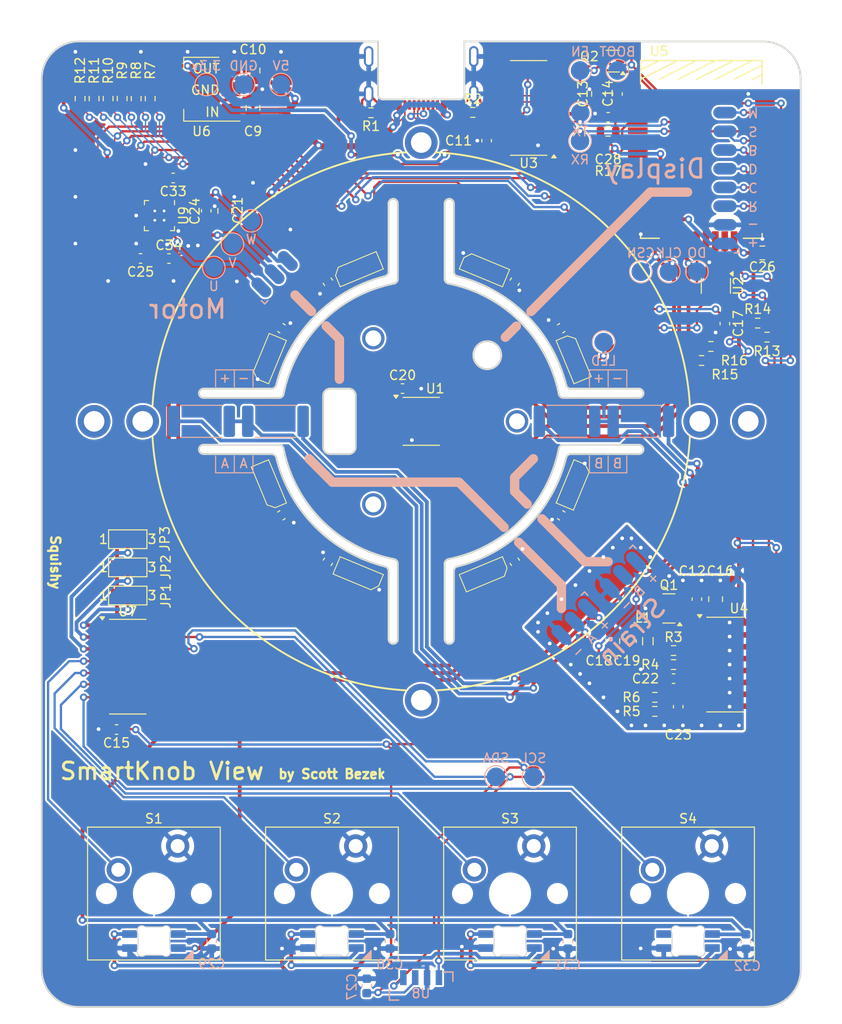
<source format=kicad_pcb>
(kicad_pcb (version 20240108) (generator "pcbnew") (generator_version "8.0")
  (layers (0 "F.Cu" signal) (31 "B.Cu" signal) (34 "B.Paste" user) (35 "F.Paste" user) (36 "B.SilkS" user "B.Silkscreen") (37 "F.SilkS" user "F.Silkscreen") (38 "B.Mask" user) (39 "F.Mask" user) (44 "Edge.Cuts" user))
  (property "COMMIT_DATE_LONG" "YYYY-MM-DD HH:MM:SS TZ")
  (property "COMMIT_HASH" "deadbeef")
  (property "RELEASE_VERSION" "v#.#")
  (net 0 "")
  (net 1 "GND")
  (net 2 "Net-(U4-VBG)")
  (net 3 "Net-(U4-INA+)")
  (net 4 "Net-(U4-INA-)")
  (net 5 "Net-(U9-VCP)")
  (net 6 "Net-(U9-1V8OUT)")
  (net 7 "/USB_CC1")
  (net 8 "Net-(D1-DOUT)")
  (net 9 "Net-(D2-DOUT)")
  (net 10 "/USB_CC2")
  (net 11 "Net-(D3-DOUT)")
  (net 12 "/STRAIN_E+")
  (net 13 "Net-(D4-DOUT)")
  (net 14 "Net-(D5-DOUT)")
  (net 15 "Net-(D6-DOUT)")
  (net 16 "Net-(D7-DOUT)")
  (net 17 "Net-(D10-DIN)")
  (net 18 "USB_D-")
  (net 19 "USB_D+")
  (net 20 "Net-(D10-DOUT)")
  (net 21 "Net-(D11-DOUT)")
  (net 22 "Net-(D12-DOUT)")
  (net 23 "/STRAIN_S-")
  (net 24 "/STRAIN_S+")
  (net 25 "/RTS")
  (net 26 "/DTR")
  (net 27 "/ESP32_EN")
  (net 28 "/ESP32_BOOT")
  (net 29 "/USB_SERIAL_RXI")
  (net 30 "/USB_SERIAL_TXO")
  (net 31 "/LED_DATA_5V")
  (net 32 "/LCD_CMD")
  (net 33 "/LCD_CS")
  (net 34 "/LCD_BACKLIGHT")
  (net 35 "/LCD_DATA")
  (net 36 "/LCD_SCK")
  (net 37 "/LCD_RST")
  (net 38 "/MAG_DO")
  (net 39 "/MAG_CLK")
  (net 40 "/MAG_CSN")
  (net 41 "/STRAIN_DO")
  (net 42 "/STRAIN_SCK")
  (net 43 "/TMC_UH")
  (net 44 "/TMC_VH")
  (net 45 "/TMC_WH")
  (net 46 "/TMC_UL")
  (net 47 "/TMC_WL")
  (net 48 "/TMC_VL")
  (net 49 "/TMC_DIAG")
  (net 50 "/LED_DATA_3V3")
  (net 51 "/SDA")
  (net 52 "/SCL")
  (net 53 "GNDA")
  (net 66 "Net-(JP2-C)")
  (net 67 "Net-(JP3-C)")
  (net 68 "Net-(JP4-A)")
  (net 69 "Net-(JP4-B)")
  (net 70 "Net-(JP4-C)")
  (net 71 "Net-(Q1-C)")
  (net 72 "Net-(Q1-B)")
  (net 73 "Net-(U4-VFB)")
  (net 79 "+5V")
  (net 80 "+3V3")
  (net 102 "Net-(JP1-C)")
  (net 103 "S1")
  (net 104 "S2")
  (net 105 "S3")
  (net 106 "S4")
  (footprint "Holes:MountingHole_M1.6" (layer "F.Cu") (at 59.074573 72.0775 180)
    (property "Reference" "H3" (hide yes))
    (property "Value" "MotorHole")
  )
  (footprint "Holes:MountingHole_M1.6" (layer "F.Cu") (at 59.074573 54.322501 180)
    (property "Reference" "H1" (hide yes))
    (property "Value" "MotorHole")
  )
  (footprint "Holes:MountingHole_M1.6" (layer "F.Cu") (at 74.450854 63.2 180)
    (property "Reference" "H2" (hide yes))
    (property "Value" "MotorHole")
  )
  (footprint "Holes:MountingHole_2.2mm_M2_ISO7380_Pad_NonVirtual" (layer "F.Cu") (at 64.2 33.4 180)
    (property "Reference" "H4" (hide yes))
    (property "Value" "MountHole")
  )
  (footprint "Holes:MountingHole_2.2mm_M2_ISO7380_Pad_NonVirtual" (layer "F.Cu") (at 94 63.2 180)
    (property "Reference" "H5" (hide yes))
    (property "Value" "MountHole")
  )
  (footprint "Holes:MountingHole_2.2mm_M2_ISO7380_Pad_NonVirtual" (layer "F.Cu") (at 64.2 93 180)
    (property "Reference" "H6" (hide yes))
    (property "Value" "MountHole")
  )
  (footprint "Holes:MountingHole_2.2mm_M2_ISO7380_Pad_NonVirtual" (layer "F.Cu") (at 34.4 63.2 180)
    (property "Reference" "H7" (hide yes))
    (property "Value" "MountHole")
  )
  (footprint "Capacitor_SMD:C_0603_1608Metric" (layer "F.Cu") (at 71.2 33.2 90)
    (property "Reference" "C11")
    (property "Value" "0.1uF")
  )
  (footprint "Capacitor_SMD:C_0805_2012Metric" (layer "F.Cu") (at 95.7 82.2 90)
    (property "Reference" "C16")
    (property "Value" "10uF")
  )
  (footprint "Capacitor_SMD:C_0805_2012Metric" (layer "F.Cu") (at 84.7 86.7 -90)
    (property "Reference" "C18")
    (property "Value" "10uF")
  )
  (footprint "Capacitor_SMD:C_0603_1608Metric" (layer "F.Cu") (at 91.2 90.7)
    (property "Reference" "C22")
    (property "Value" "0.1uF")
  )
  (footprint "Package_TO_SOT_SMD:SOT-23" (layer "F.Cu") (at 90.7 83.2 180)
    (property "Reference" "Q1")
    (property "Value" "MMBT4403")
  )
  (footprint "Resistor_SMD:R_0603_1608Metric" (layer "F.Cu") (at 91.2 89.2 180)
    (property "Reference" "R4")
    (property "Value" "8.2k")
  )
  (footprint "Resistor_SMD:R_0603_1608Metric" (layer "F.Cu") (at 89.2 92.7 180)
    (property "Reference" "R5")
    (property "Value" "100")
  )
  (footprint "Modified:SOT-223-3_TabPin2_InGndOut" (layer "F.Cu") (at 40.7 27.7 180)
    (property "Reference" "U6")
    (property "Value" "AP2114HA-3.3")
  )
  (footprint "Capacitor_SMD:C_0805_2012Metric" (layer "F.Cu") (at 100.7 45.2)
    (property "Reference" "C26")
    (property "Value" "10uF")
  )
  (footprint "Package_TO_SOT_SMD:SOT-363_SC-70-6" (layer "F.Cu") (at 84.7 24.7 180)
    (property "Reference" "Q2")
    (property "Value" "UMH3N")
  )
  (footprint "view_custom:ViewKeepouts3d" (layer "F.Cu") (at 64.2 63.2 180)
    (property "Reference" "Z5" (hide yes))
    (property "Value" "dummy_keepouts")
  )
  (footprint "Package_SO:SOIC-16_3.9x9.9mm_P1.27mm" (layer "F.Cu") (at 75.7 29.7 180)
    (property "Reference" "U3")
    (property "Value" "CH340C")
  )
  (footprint "Capacitor_SMD:C_0603_1608Metric" (layer "F.Cu") (at 93.7 82.2 90)
    (property "Reference" "C12")
    (property "Value" "0.1uF")
  )
  (footprint "Inductor_SMD:L_0805_2012Metric" (layer "F.Cu") (at 88.45 86.7 90)
    (property "Reference" "L1")
    (property "Value" "3.3uH")
  )
  (footprint "Resistor_SMD:R_0603_1608Metric" (layer "F.Cu") (at 94.2 56.7)
    (property "Reference" "R16")
    (property "Value" "2.2k")
  )
  (footprint "Package_SO:SOIC-8_3.9x4.9mm_P1.27mm" (layer "F.Cu") (at 64.2 63.2)
    (property "Reference" "U1")
    (property "Value" "MT6701-CT")
  )
  (footprint "Capacitor_SMD:C_0603_1608Metric" (layer "F.Cu") (at 62.2 59.7)
    (property "Reference" "C20")
    (property "Value" "0.1uF")
  )
  (footprint "Resistor_SMD:R_0603_1608Metric" (layer "F.Cu") (at 95.2 55.2 180)
    (property "Reference" "R15")
    (property "Value" "2.2k")
  )
  (footprint "Resistor_SMD:R_0603_1608Metric" (layer "F.Cu") (at 100.2 52.7)
    (property "Reference" "R14")
    (property "Value" "2.2k")
  )
  (footprint "Resistor_SMD:R_0603_1608Metric" (layer "F.Cu") (at 101.2 54.2)
    (property "Reference" "R13")
    (property "Value" "2.2k")
  )
  (footprint "Package_SO:SOIC-16_3.9x9.9mm_P1.27mm" (layer "F.Cu") (at 96.7 89.2)
    (property "Reference" "U4")
    (property "Value" "HX711")
  )
  (footprint "Resistor_SMD:R_0603_1608Metric" (layer "F.Cu") (at 89.2 94.2)
    (property "Reference" "R6")
    (property "Value" "100")
  )
  (footprint "Capacitor_SMD:C_0603_1608Metric" (layer "F.Cu") (at 86.7 86.7 -90)
    (property "Reference" "C19")
    (property "Value" "0.1uF")
  )
  (footprint "Resistor_SMD:R_0603_1608Metric" (layer "F.Cu") (at 91.2 87.7)
    (property "Reference" "R3")
    (property "Value" "10k")
  )
  (footprint "Capacitor_SMD:C_0603_1608Metric" (layer "F.Cu") (at 91.7 93.7 90)
    (property "Reference" "C23")
    (property "Value" "0.1uF")
  )
  (footprint "Resistor_SMD:R_0603_1608Metric" (layer "F.Cu") (at 35.2 28.7 90)
    (property "Reference" "R7")
    (property "Value" "10k")
  )
  (footprint "Resistor_SMD:R_0603_1608Metric" (layer "F.Cu") (at 33.7 28.7 90)
    (property "Reference" "R8")
    (property "Value" "10k")
  )
  (footprint "Resistor_SMD:R_0603_1608Metric" (layer "F.Cu") (at 27.7 28.7 90)
    (property "Reference" "R12")
    (property "Value" "10k")
  )
  (footprint "Resistor_SMD:R_0603_1608Metric" (layer "F.Cu") (at 32.2 28.7 90)
    (property "Reference" "R9")
    (property "Value" "10k")
  )
  (footprint "Resistor_SMD:R_0603_1608Metric" (layer "F.Cu") (at 30.7 28.7 90)
    (property "Reference" "R10")
    (property "Value" "10k")
  )
  (footprint "Resistor_SMD:R_0603_1608Metric" (layer "F.Cu") (at 29.2 28.7 90)
    (property "Reference" "R11")
    (property "Value" "10k")
  )
  (footprint "Resistor_SMD:R_0603_1608Metric" (layer "F.Cu") (at 84.2 32.2)
    (property "Reference" "R17")
    (property "Value" "10k")
  )
  (footprint "Capacitor_SMD:C_0603_1608Metric" (layer "F.Cu") (at 84.2 30.7 180)
    (property "Reference" "C28")
    (property "Value" "1uF")
  )
  (footprint "Capacitor_SMD:C_0805_2012Metric" (layer "F.Cu") (at 46.2 25.7 -90)
    (property "Reference" "C10")
    (property "Value" "10uF")
  )
  (footprint "Capacitor_SMD:C_0805_2012Metric" (layer "F.Cu") (at 46.2 29.7 90)
    (property "Reference" "C9")
    (property "Value" "10uF")
  )
  (footprint "BOM_Only:bom_only_no_pin" (layer "F.Cu") (at 87.11 102.56 180)
    (property "Reference" "Z6")
    (property "Value" "RotorScrew (BOM-only)")
  )
  (footprint "BOM_Only:bom_only_no_pin" (layer "F.Cu") (at 85.61 102.56 180)
    (property "Reference" "Z7")
    (property "Value" "RotorScrew (BOM-only)")
  )
  (footprint "BOM_Only:bom_only_no_pin" (layer "F.Cu") (at 84.11 102.56 180)
    (property "Reference" "Z8")
    (property "Value" "RotorScrew (BOM-only)")
  )
  (footprint "BOM_Only:bom_only_no_pin" (layer "F.Cu") (at 87.11 102.56 180)
    (property "Reference" "Z9")
    (property "Value" "WatchGlass39.5mm")
  )
  (footprint "BOM_Only:bom_only_no_pin" (layer "F.Cu") (at 85.61 102.56 180)
    (property "Reference" "Z10")
    (property "Value" "BLDCMotor")
  )
  (footprint "Holes:MountingHole_2.2mm_M2_ISO7380_Pad_NonVirtual" (layer "F.Cu") (at 29.2 63.2 180)
    (property "Reference" "H8" (hide yes))
    (property "Value" "AlignmentHole")
  )
  (footprint "Holes:MountingHole_2.2mm_M2_ISO7380_Pad_NonVirtual" (layer "F.Cu") (at 99.2 63.2 180)
    (property "Reference" "H9" (hide yes))
    (property "Value" "AlignmentHole")
  )
  (footprint "Capacitor_SMD:C_0603_1608Metric" (layer "F.Cu") (at 37.66 37.19 180)
    (property "Reference" "C33")
    (property "Value" "0.1uF")
  )
  (footprint "Capacitor_SMD:C_0603_1608Metric" (layer "F.Cu") (at 96.69 52.76 -90)
    (property "Reference" "C17")
    (property "Value" "0.1uF" (hide yes))
  )
  (footprint "Modified:QFN-20-1EP_3x3mm_P0.4mm_EP1.65x1.65mm_ThermalVias_LargerViaHoles" (layer "F.Cu") (at 36.19 41.21 -90)
    (property "Reference" "U9")
    (property "Value" "TMC6300")
  )
  (footprint "lilygo_micro32:T-Micro32" (layer "F.Cu") (at 87.675 28.1325)
    (property "Reference" "U5")
    (property "Value" "T-Micro32_Plus")
  )
  (footprint "Capacitor_SMD:C_0603_1608Metric" (layer "F.Cu") (at 79.175372 53.245246 -146.3)
    (property "Reference" "C1" (hide yes))
    (property "Value" "0.1uF")
  )
  (footprint "Capacitor_SMD:C_0603_1608Metric" (layer "F.Cu") (at 31.6 96.14 180)
    (property "Reference" "C15")
    (property "Value" "0.1uF" (hide yes))
  )
  (footprint "Capacitor_SMD:C_0603_1608Metric" (layer "F.Cu") (at 79.175372 73.245246 146.2)
    (property "Reference" "C8" (hide yes))
    (property "Value" "0.1uF")
  )
  (footprint "Capacitor_SMD:C_0603_1608Metric" (layer "F.Cu") (at 74.208372 78.212246 123.7)
    (property "Reference" "C7" (hide yes))
    (property "Value" "0.1uF")
  )
  (footprint "sk6812:SK6812-SIDE-A" (layer "F.Cu") (at 79.456423 71.50991 67.5)
    (property "Reference" "D8" (hide yes))
    (property "Value" "SK6812SIDE-A")
  )
  (footprint "Capacitor_SMD:C_0603_1608Metric" (layer "F.Cu") (at 54.208372 48.278246 -56.3)
    (property "Reference" "C3" (hide yes))
    (property "Value" "0.1uF")
  )
  (footprint "Resistor_SMD:R_0603_1608Metric" (layer "F.Cu") (at 69.72 30.18)
    (property "Reference" "R2")
    (property "Value" "5.1k")
  )
  (footprint "ScottoKeebs_MX:MX_PCB_1.00u" (layer "F.Cu") (at 54.65 113.67)
    (property "Reference" "S2")
    (property "Value" "Keyswitch")
  )
  (footprint "view_custom:MX_SK6812MINI-E" (layer "F.Cu") (at 73.7 113.67)
    (property "Reference" "D12" (hide yes))
    (property "Value" "LED_SK6812MINI")
    (fp_line (start -1.699999 5.782841) (end -1.699999 4.377157) (stroke (width 0.1)) (layer "Edge.Cuts"))
    (fp_line (start -0.794452 3.58) (end 0.794453 3.58) (stroke (width 0.1)) (layer "Edge.Cuts"))
    (fp_line (start 0.794452 6.579999) (end -0.794452 6.579999) (stroke (width 0.1)) (layer "Edge.Cuts"))
    (fp_line (start 1.699999 4.377157) (end 1.699999 5.782841) (stroke (width 0.1)) (layer "Edge.Cuts"))
    (fp_arc (start -1.749484 4.160279) (mid -1.712527 4.265931) (end -1.699999 4.377157) (stroke (width 0.1)) (layer "Edge.Cuts"))
    (fp_arc (start -1.749484 4.160279) (mid -1.638071 3.575964) (end -1.046711 3.5117) (stroke (width 0.1)) (layer "Edge.Cuts"))
    (fp_arc (start -1.699999 5.782842) (mid -1.712527 5.894067) (end -1.749484 5.999719) (stroke (width 0.1)) (layer "Edge.Cuts"))
    (fp_arc (start -1.046711 6.648296) (mid -1.63807 6.584033) (end -1.749484 5.999719) (stroke (width 0.1)) (layer "Edge.Cuts"))
    (fp_arc (start -1.04671 6.648298) (mid -0.925122 6.597376) (end -0.794452 6.579999) (stroke (width 0.1)) (layer "Edge.Cuts"))
    (fp_arc (start -0.794453 3.579999) (mid -0.925123 3.562622) (end -1.046711 3.5117) (stroke (width 0.1)) (layer "Edge.Cuts"))
    (fp_arc (start 0.794452 6.579999) (mid 0.925123 6.597376) (end 1.046711 6.648298) (stroke (width 0.1)) (layer "Edge.Cuts"))
    (fp_arc (start 1.046711 3.511701) (mid 0.925123 3.562623) (end 0.794453 3.58) (stroke (width 0.1)) (layer "Edge.Cuts"))
    (fp_arc (start 1.046711 3.511701) (mid 1.638071 3.575964) (end 1.749484 4.160279) (stroke (width 0.1)) (layer "Edge.Cuts"))
    (fp_arc (start 1.699999 4.377156) (mid 1.712526 4.26593) (end 1.749484 4.160279) (stroke (width 0.1)) (layer "Edge.Cuts"))
    (fp_arc (start 1.749484 5.999718) (mid 1.638072 6.584034) (end 1.046711 6.648298) (stroke (width 0.1)) (layer "Edge.Cuts"))
    (fp_arc (start 1.749484 5.999719) (mid 1.712511 5.89407) (end 1.699999 5.782841) (stroke (width 0.1)) (layer "Edge.Cuts"))
  )
  (footprint "Capacitor_SMD:C_0805_2012Metric" (layer "F.Cu") (at 43.18 40.71 90)
    (property "Reference" "C21")
    (property "Value" "22uF")
  )
  (footprint "Capacitor_SMD:C_0603_1608Metric" (layer "F.Cu") (at 49.241372 73.245246 33.7)
    (property "Reference" "C5" (hide yes))
    (property "Value" "0.1uF")
  )
  (footprint "Capacitor_SMD:C_0603_1608Metric" (layer "F.Cu") (at 49.241372 53.245246 -33.8)
    (property "Reference" "C4" (hide yes))
    (property "Value" "0.1uF")
  )
  (footprint "Jumper:SolderJumper-3_P1.3mm_Bridged12_Pad1.0x1.5mm_NumberLabels" (layer "F.Cu") (at 32.8 81.82)
    (property "Reference" "JP1")
    (property "Value" "AddrSel1" (hide yes))
  )
  (footprint "ScottoKeebs_MX:MX_PCB_1.00u" (layer "F.Cu") (at 35.6 113.67)
    (property "Reference" "S1")
    (property "Value" "Keyswitch")
  )
  (footprint "Package_TO_SOT_SMD:SOT-23-5" (layer "F.Cu") (at 95.73 48.72 -90)
    (property "Reference" "U2")
    (property "Value" "SN74LV1T34DBV")
  )
  (footprint "Capacitor_SMD:C_0603_1608Metric" (layer "F.Cu") (at 41.2 40.695 90)
    (property "Reference" "C24")
    (property "Value" "0.1uF" (hide yes))
  )
  (footprint "GCT_USB:USB4510_NoPaste" (layer "F.Cu") (at 64.2 22.6 180)
    (property "Reference" "J2")
    (property "Value" "USB_C_Receptacle_USB2.0_16P")
    (fp_line (start 4.62 0) (end 4.62 -5.7) (stroke (width 0.2)) (layer "Edge.Cuts"))
    (fp_line (start -4.12 -6.2) (end 4.12 -6.2) (stroke (width 0.2)) (layer "Edge.Cuts"))
    (fp_line (start -4.62 0) (end -4.62 -5.7) (stroke (width 0.2)) (layer "Edge.Cuts"))
    (fp_arc (start 4.12 -6.2) (mid 4.473553 -6.053553) (end 4.62 -5.7) (stroke (width 0.2)) (layer "Edge.Cuts"))
    (fp_arc (start -4.62 -5.7) (mid -4.473553 -6.053553) (end -4.12 -6.2) (stroke (width 0.2)) (layer "Edge.Cuts"))
  )
  (footprint "Capacitor_SMD:C_0603_1608Metric" (layer "F.Cu") (at 85.2 28.21 90)
    (property "Reference" "C14")
    (property "Value" "0.1uF" (hide yes))
  )
  (footprint "view_custom:MX_SK6812MINI-E" (layer "F.Cu") (at 35.6 113.67)
    (property "Reference" "D10" (hide yes))
    (property "Value" "LED_SK6812MINI")
    (fp_line (start -1.699999 5.782841) (end -1.699999 4.377157) (stroke (width 0.1)) (layer "Edge.Cuts"))
    (fp_line (start -0.794452 3.58) (end 0.794453 3.58) (stroke (width 0.1)) (layer "Edge.Cuts"))
    (fp_line (start 0.794452 6.579999) (end -0.794452 6.579999) (stroke (width 0.1)) (layer "Edge.Cuts"))
    (fp_line (start 1.699999 4.377157) (end 1.699999 5.782841) (stroke (width 0.1)) (layer "Edge.Cuts"))
    (fp_arc (start -1.749484 4.160279) (mid -1.712527 4.265931) (end -1.699999 4.377157) (stroke (width 0.1)) (layer "Edge.Cuts"))
    (fp_arc (start -1.749484 4.160279) (mid -1.638071 3.575964) (end -1.046711 3.5117) (stroke (width 0.1)) (layer "Edge.Cuts"))
    (fp_arc (start -1.699999 5.782842) (mid -1.712527 5.894067) (end -1.749484 5.999719) (stroke (width 0.1)) (layer "Edge.Cuts"))
    (fp_arc (start -1.046711 6.648296) (mid -1.63807 6.584033) (end -1.749484 5.999719) (stroke (width 0.1)) (layer "Edge.Cuts"))
    (fp_arc (start -1.04671 6.648298) (mid -0.925122 6.597376) (end -0.794452 6.579999) (stroke (width 0.1)) (layer "Edge.Cuts"))
    (fp_arc (start -0.794453 3.579999) (mid -0.925123 3.562622) (end -1.046711 3.5117) (stroke (width 0.1)) (layer "Edge.Cuts"))
    (fp_arc (start 0.794452 6.579999) (mid 0.925123 6.597376) (end 1.046711 6.648298) (stroke (width 0.1)) (layer "Edge.Cuts"))
    (fp_arc (start 1.046711 3.511701) (mid 0.925123 3.562623) (end 0.794453 3.58) (stroke (width 0.1)) (layer "Edge.Cuts"))
    (fp_arc (start 1.046711 3.511701) (mid 1.638071 3.575964) (end 1.749484 4.160279) (stroke (width 0.1)) (layer "Edge.Cuts"))
    (fp_arc (start 1.699999 4.377156) (mid 1.712526 4.26593) (end 1.749484 4.160279) (stroke (width 0.1)) (layer "Edge.Cuts"))
    (fp_arc (start 1.749484 5.999718) (mid 1.638072 6.584034) (end 1.046711 6.648298) (stroke (width 0.1)) (layer "Edge.Cuts"))
    (fp_arc (start 1.749484 5.999719) (mid 1.712511 5.89407) (end 1.699999 5.782841) (stroke (width 0.1)) (layer "Edge.Cuts"))
  )
  (footprint "Package_SO:SOP-16_3.9x9.9mm_P1.27mm" (layer "F.Cu") (at 32.8 89.425)
    (property "Reference" "U7")
    (property "Value" "PCF8574")
  )
  (footprint "Capacitor_SMD:C_0603_1608Metric" (layer "F.Cu") (at 54.208372 78.212246 56.2)
    (property "Reference" "C6" (hide yes))
    (property "Value" "0.1uF")
  )
  (footprint "sk6812:SK6812-SIDE-A" (layer "F.Cu") (at 69.146372 79.871246 22.5)
    (property "Reference" "D7" (hide yes))
    (property "Value" "SK6812SIDE-A")
  )
  (footprint "Resistor_SMD:R_0603_1608Metric" (layer "F.Cu") (at 58.83 30.22 180)
    (property "Reference" "R1")
    (property "Value" "5.1k")
  )
  (footprint "Jumper:SolderJumper-3_P1.3mm_Bridged12_Pad1.0x1.5mm_NumberLabels" (layer "F.Cu") (at 32.8 78.81)
    (property "Reference" "JP2")
    (property "Value" "AddrSel2" (hide yes))
  )
  (footprint "Capacitor_SMD:C_0603_1608Metric" (layer "F.Cu") (at 34.17 45.79 180)
    (property "Reference" "C25")
    (property "Value" "0.1uF" (hide yes))
  )
  (footprint "sk6812:SK6812-SIDE-A" (layer "F.Cu") (at 72.473036 47.997195 157.5)
    (property "Reference" "D2" (hide yes))
    (property "Value" "SK6812SIDE-A")
  )
  (footprint "Capacitor_SMD:C_0805_2012Metric" (layer "F.Cu") (at 83.17 28.2 90)
    (property "Reference" "C13")
    (property "Value" "10uF")
  )
  (footprint "sk6812:SK6812-SIDE-A" (layer "F.Cu") (at 55.943708 78.493297 -22.5)
    (property "Reference" "D6" (hide yes))
    (property "Value" "SK6812SIDE-A")
  )
  (footprint "sk6812:SK6812-SIDE-A" (layer "F.Cu") (at 59.270372 46.619246 -157.5)
    (property "Reference" "D3" (hide yes))
    (property "Value" "SK6812SIDE-A")
  )
  (footprint "Capacitor_SMD:C_0603_1608Metric" (layer "F.Cu") (at 74.208372 48.278246 -123.8)
    (property "Reference" "C2" (hide yes))
    (property "Value" "0.1uF")
  )
  (footprint "Capacitor_SMD:C_0603_1608Metric" (layer "F.Cu") (at 37.21 45.8)
    (property "Reference" "C34")
    (property "Value" "0.1uF")
  )
  (footprint "ScottoKeebs_MX:MX_PCB_1.00u" (layer "F.Cu") (at 73.7 113.67)
    (property "Reference" "S3")
    (property "Value" "Keyswitch")
  )
  (footprint "sk6812:SK6812-SIDE-A" (layer "F.Cu") (at 47.582372 68.183246 -67.5)
    (property "Reference" "D5" (hide yes))
    (property "Value" "SK6812SIDE-A")
  )
  (footprint "ScottoKeebs_MX:MX_PCB_1.00u" (layer "F.Cu") (at 92.75 113.67)
    (property "Reference" "S4")
    (property "Value" "Keyswitch")
  )
  (footprint "sk6812:SK6812-SIDE-A" (layer "F.Cu") (at 48.960321 54.980582 -112.5)
    (property "Reference" "D4" (hide yes))
    (property "Value" "SK6812SIDE-A")
  )
  (footprint "view_custom:MX_SK6812MINI-E" (layer "F.Cu") (at 54.65 113.67)
    (property "Reference" "D11" (hide yes))
    (property "Value" "LED_SK6812MINI")
    (fp_line (start -1.699999 5.782841) (end -1.699999 4.377157) (stroke (width 0.1)) (layer "Edge.Cuts"))
    (fp_line (start -0.794452 3.58) (end 0.794453 3.58) (stroke (width 0.1)) (layer "Edge.Cuts"))
    (fp_line (start 0.794452 6.579999) (end -0.794452 6.579999) (stroke (width 0.1)) (layer "Edge.Cuts"))
    (fp_line (start 1.699999 4.377157) (end 1.699999 5.782841) (stroke (width 0.1)) (layer "Edge.Cuts"))
    (fp_arc (start -1.749484 4.160279) (mid -1.712527 4.265931) (end -1.699999 4.377157) (stroke (width 0.1)) (layer "Edge.Cuts"))
    (fp_arc (start -1.749484 4.160279) (mid -1.638071 3.575964) (end -1.046711 3.5117) (stroke (width 0.1)) (layer "Edge.Cuts"))
    (fp_arc (start -1.699999 5.782842) (mid -1.712527 5.894067) (end -1.749484 5.999719) (stroke (width 0.1)) (layer "Edge.Cuts"))
    (fp_arc (start -1.046711 6.648296) (mid -1.63807 6.584033) (end -1.749484 5.999719) (stroke (width 0.1)) (layer "Edge.Cuts"))
    (fp_arc (start -1.04671 6.648298) (mid -0.925122 6.597376) (end -0.794452 6.579999) (stroke (width 0.1)) (layer "Edge.Cuts"))
    (fp_arc (start -0.794453 3.579999) (mid -0.925123 3.562622) (end -1.046711 3.5117) (stroke (width 0.1)) (layer "Edge.Cuts"))
    (fp_arc (start 0.794452 6.579999) (mid 0.925123 6.597376) (end 1.046711 6.648298) (stroke (width 0.1)) (layer "Edge.Cuts"))
    (fp_arc (start 1.046711 3.511701) (mid 0.925123 3.562623) (end 0.794453 3.58) (stroke (width 0.1)) (layer "Edge.Cuts"))
    (fp_arc (start 1.046711 3.511701) (mid 1.638071 3.575964) (end 1.749484 4.160279) (stroke (width 0.1)) (layer "Edge.Cuts"))
    (fp_arc (start 1.699999 4.377156) (mid 1.712526 4.26593) (end 1.749484 4.160279) (stroke (width 0.1)) (layer "Edge.Cuts"))
    (fp_arc (start 1.749484 5.999718) (mid 1.638072 6.584034) (end 1.046711 6.648298) (stroke (width 0.1)) (layer "Edge.Cuts"))
    (fp_arc (start 1.749484 5.999719) (mid 1.712511 5.89407) (end 1.699999 5.782841) (stroke (width 0.1)) (layer "Edge.Cuts"))
  )
  (footprint "Jumper:SolderJumper-3_P1.3mm_Bridged12_Pad1.0x1.5mm_NumberLabels" (layer "F.Cu") (at 32.8 75.8)
    (property "Reference" "JP3")
    (property "Value" "AddrSel3" (hide yes))
  )
  (footprint "view_custom:MX_SK6812MINI-E" (layer "F.Cu") (at 92.75 113.67)
    (property "Reference" "D13" (hide yes))
    (property "Value" "LED_SK6812MINI")
    (fp_line (start -1.699999 5.782841) (end -1.699999 4.377157) (stroke (width 0.1)) (layer "Edge.Cuts"))
    (fp_line (start -0.794452 3.58) (end 0.794453 3.58) (stroke (width 0.1)) (layer "Edge.Cuts"))
    (fp_line (start 0.794452 6.579999) (end -0.794452 6.579999) (stroke (width 0.1)) (layer "Edge.Cuts"))
    (fp_line (start 1.699999 4.377157) (end 1.699999 5.782841) (stroke (width 0.1)) (layer "Edge.Cuts"))
    (fp_arc (start -1.749484 4.160279) (mid -1.712527 4.265931) (end -1.699999 4.377157) (stroke (width 0.1)) (layer "Edge.Cuts"))
    (fp_arc (start -1.749484 4.160279) (mid -1.638071 3.575964) (end -1.046711 3.5117) (stroke (width 0.1)) (layer "Edge.Cuts"))
    (fp_arc (start -1.699999 5.782842) (mid -1.712527 5.894067) (end -1.749484 5.999719) (stroke (width 0.1)) (layer "Edge.Cuts"))
    (fp_arc (start -1.046711 6.648296) (mid -1.63807 6.584033) (end -1.749484 5.999719) (stroke (width 0.1)) (layer "Edge.Cuts"))
    (fp_arc (start -1.04671 6.648298) (mid -0.925122 6.597376) (end -0.794452 6.579999) (stroke (width 0.1)) (layer "Edge.Cuts"))
    (fp_arc (start -0.794453 3.579999) (mid -0.925123 3.562622) (end -1.046711 3.5117) (stroke (width 0.1)) (layer "Edge.Cuts"))
    (fp_arc (start 0.794452 6.579999) (mid 0.925123 6.597376) (end 1.046711 6.648298) (stroke (width 0.1)) (layer "Edge.Cuts"))
    (fp_arc (start 1.046711 3.511701) (mid 0.925123 3.562623) (end 0.794453 3.58) (stroke (width 0.1)) (layer "Edge.Cuts"))
    (fp_arc (start 1.046711 3.511701) (mid 1.638071 3.575964) (end 1.749484 4.160279) (stroke (width 0.1)) (layer "Edge.Cuts"))
    (fp_arc (start 1.699999 4.377156) (mid 1.712526 4.26593) (end 1.749484 4.160279) (stroke (width 0.1)) (layer "Edge.Cuts"))
    (fp_arc (start 1.749484 5.999718) (mid 1.638072 6.584034) (end 1.046711 6.648298) (stroke (width 0.1)) (layer "Edge.Cuts"))
    (fp_arc (start 1.749484 5.999719) (mid 1.712511 5.89407) (end 1.699999 5.782841) (stroke (width 0.1)) (layer "Edge.Cuts"))
  )
  (footprint "sk6812:SK6812-SIDE-A" (layer "F.Cu") (at 80.834372 58.307246 112.5)
    (property "Reference" "D1" (hide yes))
    (property "Value" "SK6812SIDE-A")
  )
  (footprint "SolderPads:SolderPads_2mm_8" (layer "B.Cu") (at 96.7 44.2 90)
    (property "Reference" "J3" (hide yes))
    (property "Value" "LCD")
  )
  (footprint "SolderPads:SolderPads_2mm_3_STRAIN" (layer "B.Cu") (at 82.028427 83.2 -135)
    (property "Reference" "J4" (hide yes))
    (property "Value" "A")
  )
  (footprint "VEML7700:VEML7700-TOP" (layer "B.Cu") (at 64.19 124.01)
    (property "Reference" "U8")
    (property "Value" "VEML7700")
  )
  (footprint "SolderPads:SolderPads_2mm_3_STRAIN" (layer "B.Cu") (at 87.2 78.2 -135)
    (property "Reference" "J5" (hide yes))
    (property "Value" "B")
  )
  (footprint "Modified:TestPoint_Pad_D2.0mm_ValueSilk" (layer "B.Cu") (at 49.2 27.2 180)
    (property "Reference" "TP1" (hide yes))
    (property "Value" "5V" (hide yes))
  )
  (footprint "Modified:TestPoint_Pad_D2.0mm_ValueSilk" (layer "B.Cu") (at 41.2 27.2 180)
    (property "Reference" "TP2" (hide yes))
    (property "Value" "3.3v" (hide yes))
  )
  (footprint "Modified:TestPoint_Pad_D2.0mm_ValueSilk" (layer "B.Cu") (at 45.2 27.2 180)
    (property "Reference" "TP3" (hide yes))
    (property "Value" "GND" (hide yes))
  )
  (footprint "Modified:TestPoint_Pad_D2.0mm_ValueSilk" (layer "B.Cu") (at 72.2 101.2 180)
    (property "Reference" "TP4" (hide yes))
    (property "Value" "SDA" (hide yes))
  )
  (footprint "Modified:TestPoint_Pad_D2.0mm_ValueSilk" (layer "B.Cu") (at 76.2 101.2 180)
    (property "Reference" "TP5" (hide yes))
    (property "Value" "SCL" (hide yes))
  )
  (footprint "Modified:TestPoint_Pad_D2.0mm_ValueSilk" (layer "B.Cu") (at 87.7 47.2 180)
    (property "Reference" "TP9" (hide yes))
    (property "Value" "CSN" (hide yes))
  )
  (footprint "Modified:TestPoint_Pad_D2.0mm_ValueSilk" (layer "B.Cu") (at 93.7 47.2 180)
    (property "Reference" "TP11" (hide yes))
    (property "Value" "DO" (hide yes))
  )
  (footprint "Modified:TestPoint_Pad_D2.0mm_ValueSilk" (layer "B.Cu") (at 90.7 47.2 180)
    (property "Reference" "TP10" (hide yes))
    (property "Value" "CLK" (hide yes))
  )
  (footprint "Modified:TestPoint_Pad_D2.0mm_ValueSilk" (layer "B.Cu") (at 81.2 25.7 180)
    (property "Reference" "TP13" (hide yes))
    (property "Value" "EN" (hide yes))
  )
  (footprint "Modified:TestPoint_Pad_D2.0mm_ValueSilk" (layer "B.Cu") (at 85.2 25.7 180)
    (property "Reference" "TP14" (hide yes))
    (property "Value" "BOOT" (hide yes))
  )
  (footprint "SolderPads:SolderPads_2mm_3" (layer "B.Cu") (at 47.095786 48.884214 45)
    (property "Reference" "JP4" (hide yes))
    (property "Value" "SolderJumper_3_Open")
  )
  (footprint "Resistor_SMD:R_2512_6332Metric" (layer "B.Cu") (at 40.7 63.2)
    (property "Reference" "R18" (hide yes))
    (property "Value" "330")
  )
  (footprint "Capacitor_SMD:C_0603_1608Metric" (layer "B.Cu") (at 60.855 118.775 -90)
    (property "Reference" "C30")
    (property "Value" "0.1uF")
  )
  (footprint "Modified:TestPoint_Pad_D2.0mm_ValueSilk" (layer "B.Cu") (at 81.22 30.23)
    (property "Reference" "TP7" (hide yes))
    (property "Value" "TX" (hide yes))
  )
  (footprint "Modified:TestPoint_Pad_D2.0mm_ValueSilk" (layer "B.Cu") (at 42.01 46.76)
    (property "Reference" "TP12" (hide yes))
    (property "Value" "U" (hide yes))
  )
  (footprint "NetTie:NetTie-2_SMD_Pad0.5mm" (layer "B.Cu") (at 97.975 79.645 90)
    (property "Reference" "NT1" (hide yes))
    (property "Value" "NetTie_2" (hide yes))
  )
  (footprint "Resistor_SMD:R_2512_6332Metric" (layer "B.Cu") (at 87.7 63.2 180)
    (property "Reference" "R21" (hide yes))
    (property "Value" "330")
  )
  (footprint "Capacitor_SMD:C_0603_1608Metric" (layer "B.Cu") (at 58.375 123.545 90)
    (property "Reference" "C27")
    (property "Value" "0.1uF")
  )
  (footprint "Modified:TestPoint_Pad_D2.0mm_ValueSilk" (layer "B.Cu") (at 46.01 41.76)
    (property "Reference" "TP16" (hide yes))
    (property "Value" "W" (hide yes))
  )
  (footprint "Modified:TestPoint_Pad_D2.0mm_ValueSilk" (layer "B.Cu") (at 83.72 54.73)
    (property "Reference" "TP6" (hide yes))
    (property "Value" "LED" (hide yes))
  )
  (footprint "Resistor_SMD:R_2512_6332Metric" (layer "B.Cu") (at 48.6 63.2)
    (property "Reference" "R19" (hide yes))
    (property "Value" "330")
  )
  (footprint "Modified:TestPoint_Pad_D2.0mm_ValueSilk" (layer "B.Cu") (at 44.01 44.26)
    (property "Reference" "TP15" (hide yes))
    (property "Value" "V" (hide yes))
  )
  (footprint "Capacitor_SMD:C_0603_1608Metric" (layer "B.Cu") (at 79.895 118.78 -90)
    (property "Reference" "C31")
    (property "Value" "0.1uF")
  )
  (footprint "Resistor_SMD:R_2512_6332Metric" (layer "B.Cu") (at 79.8 63.2 180)
    (property "Reference" "R20" (hide yes))
    (property "Value" "330")
  )
  (footprint "Capacitor_SMD:C_0603_1608Metric" (layer "B.Cu") (at 98.945 118.805 -90)
    (property "Reference" "C32")
    (property "Value" "0.1uF")
  )
  (footprint "Modified:TestPoint_Pad_D2.0mm_ValueSilk" (layer "B.Cu") (at 81.19 33.24)
    (property "Reference" "TP8" (hide yes))
    (property "Value" "RX" (hide yes))
  )
  (footprint "Capacitor_SMD:C_0603_1608Metric" (layer "B.Cu") (at 41.785 118.775 -90)
    (property "Reference" "C29")
    (property "Value" "0.1uF")
  )
  (gr_line (start 86.2 66.9) (end 86.2 68.7) (stroke (width 0.12)) (layer "B.SilkS"))
  (gr_line (start 86.2 59.5) (end 86.2 57.7) (stroke (width 0.12)) (layer "B.SilkS"))
  (gr_line (start 84.2 66.9) (end 84.2 68.7) (stroke (width 0.12)) (layer "B.SilkS"))
  (gr_line (start 82.2 57.7) (end 82.2 59.5) (stroke (width 0.12)) (layer "B.SilkS"))
  (gr_line (start 86.2 57.7) (end 82.2 57.7) (stroke (width 0.12)) (layer "B.SilkS"))
  (gr_line (start 86.2 68.7) (end 82.2 68.7) (stroke (width 0.12)) (layer "B.SilkS"))
  (gr_line (start 82.2 68.7) (end 82.2 66.9) (stroke (width 0.12)) (layer "B.SilkS"))
  (gr_line (start 84.2 57.7) (end 84.2 59.5) (stroke (width 0.12)) (layer "B.SilkS"))
  (gr_line (start 74.2 69.2) (end 74.2 70.7) (stroke (width 1)) (layer "B.SilkS"))
  (gr_line (start 74.624372 76.124372) (end 79.2 80.7) (stroke (width 1)) (layer "B.SilkS"))
  (gr_line (start 88.7 38.7) (end 92.7 38.7) (stroke (width 1)) (layer "B.SilkS"))
  (gr_line (start 46.2 66.9) (end 46.2 68.7) (stroke (width 0.12)) (layer "B.SilkS"))
  (gr_line (start 46.2 68.7) (end 42.2 68.7) (stroke (width 0.12)) (layer "B.SilkS"))
  (gr_line (start 76.2 67.2) (end 74.2 69.2) (stroke (width 1)) (layer "B.SilkS"))
  (gr_line (start 42.2 68.7) (end 42.2 66.9) (stroke (width 0.12)) (layer "B.SilkS"))
  (gr_line (start 54.7 69.7) (end 68.2 69.7) (stroke (width 1)) (layer "B.SilkS"))
  (gr_line (start 77.122295 73.622295) (end 81.7 78.2) (stroke (width 1)) (layer "B.SilkS"))
  (gr_line (start 52.2 67.2) (end 54.7 69.7) (stroke (width 1)) (layer "B.SilkS"))
  (gr_line (start 55.45 58.7) (end 55.45 54.45) (stroke (width 1)) (layer "B.SilkS"))
  (gr_line (start 75.944805 51.455195) (end 88.71 38.69) (stroke (width 1)) (layer "B.SilkS"))
  (gr_line (start 44.2 66.9) (end 44.2 68.7) (stroke (width 0.12)) (layer "B.SilkS"))
  (gr_line (start 55.447576 54.417576) (end 54.034653 53.004653) (stroke (width 1)) (layer "B.SilkS"))
  (gr_line (start 52.451624 51.451624) (end 50.7 49.7) (stroke (width 1)) (layer "B.SilkS"))
  (gr_line (start 46.2 59.5) (end 46.2 57.7) (stroke (width 0.12)) (layer "B.SilkS"))
  (gr_line (start 42.2 57.7) (end 42.2 59.5) (stroke (width 0.12)) (layer "B.SilkS"))
  (gr_line (start 79.2 80.7) (end 79.2 83.2) (stroke (width 1)) (layer "B.SilkS"))
  (gr_line (start 68.26 69.72) (end 73.067489 74.527489) (stroke (width 1)) (layer "B.SilkS"))
  (gr_line (start 44.2 57.7) (end 44.2 59.5) (stroke (width 0.12)) (layer "B.SilkS"))
  (gr_line (start 74.21 70.71) (end 75.545973 72.045973) (stroke (width 1)) (layer "B.SilkS"))
  (gr_line (start 73.2 54.21) (end 74.378463 53.031537) (stroke (width 1)) (layer "B.SilkS"))
  (gr_line (start 81.7 78.2) (end 84.2 78.2) (stroke (width 1)) (layer "B.SilkS"))
  (gr_line (start 46.2 57.7) (end 42.2 57.7) (stroke (width 0.12)) (layer "B.SilkS"))
  (gr_arc (start 65.747847 34.441625) (mid 84.55786 42.828512) (end 92.957333 61.632908) (stroke (width 0.2)) (layer "F.SilkS"))
  (gr_arc (start 35.441625 61.652153) (mid 43.828512 42.84214) (end 62.632908 34.442667) (stroke (width 0.2)) (layer "F.SilkS"))
  (gr_arc (start 62.652153 91.958375) (mid 43.84214 83.571488) (end 35.442667 64.767092) (stroke (width 0.2)) (layer "F.SilkS"))
  (gr_arc (start 92.958375 64.747847) (mid 84.571488 83.55786) (end 65.767092 91.957333) (stroke (width 0.2)) (layer "F.SilkS"))
  (gr_line (start 79.406906 60.700001) (end 87.490199 60.700001) (stroke (width 0.2)) (layer "Edge.Cuts"))
  (gr_line (start 67.7 47.19219) (end 67.7 39.909801) (stroke (width 0.2)) (layer "Edge.Cuts"))
  (gr_line (start 66.7 39.909801) (end 66.699999 47.993094) (stroke (width 0.2)) (layer "Edge.Cuts"))
  (gr_arc (start 60.700001 47.19219) (mid 60.59409 47.499924) (end 60.321213 47.677275) (stroke (width 0.2)) (layer "Edge.Cuts"))
  (gr_arc (start 66.7 39.909801) (mid 67.2 39.409801) (end 67.7 39.909801) (stroke (width 0.2)) (layer "Edge.Cuts"))
  (gr_arc (start 49.48364 60.296774) (mid 53.593399 52.593399) (end 61.296775 48.48364) (stroke (width 0.2)) (layer "Edge.Cuts"))
  (gr_arc (start 49.483639 60.296774) (mid 49.310594 60.586253) (end 48.993094 60.7) (stroke (width 0.2)) (layer "Edge.Cuts"))
  (gr_arc (start 48.677275 59.321212) (mid 52.886292 51.886291) (end 60.321213 47.677275) (stroke (width 0.2)) (layer "Edge.Cuts"))
  (gr_arc (start 53.700001 60.45) (mid 53.919671 59.91967) (end 54.450001 59.7) (stroke (width 0.2)) (layer "Edge.Cuts"))
  (gr_arc (start 48.677274 59.321213) (mid 48.499917 59.594081) (end 48.19219 59.7) (stroke (width 0.2)) (layer "Edge.Cuts"))
  (gr_line (start 53.700001 60.45) (end 53.700001 65.949999) (stroke (width 0.2)) (layer "Edge.Cuts"))
  (gr_arc (start 40.909801 66.699999) (mid 40.409801 66.2) (end 40.909801 65.699999) (stroke (width 0.2)) (layer "Edge.Cuts"))
  (gr_arc (start 60.700001 39.909801) (mid 61.200001 39.409801) (end 61.700001 39.909801) (stroke (width 0.2)) (layer "Edge.Cuts"))
  (gr_line (start 60.700001 39.909801) (end 60.700001 47.19219) (stroke (width 0.2)) (layer "Edge.Cuts"))
  (gr_arc (start 54.450001 66.699999) (mid 53.919671 66.480329) (end 53.700001 65.949999) (stroke (width 0.2)) (layer "Edge.Cuts"))
  (gr_line (start 54.450001 66.699999) (end 56.450001 66.699999) (stroke (width 0.2)) (layer "Edge.Cuts"))
  (gr_arc (start 57.200001 65.949999) (mid 56.980332 66.48033) (end 56.450001 66.699999) (stroke (width 0.2)) (layer "Edge.Cuts"))
  (gr_line (start 57.200001 65.949999) (end 57.200001 60.45) (stroke (width 0.2)) (layer "Edge.Cuts"))
  (gr_circle (center 71.271067 56.128933) (end 69.771067 56.128933) (stroke (width 0.2)) (fill none) (layer "Edge.Cuts"))
  (gr_line (start 48.19219 59.7) (end 40.909801 59.7) (stroke (width 0.2)) (layer "Edge.Cuts"))
  (gr_arc (start 56.450001 59.7) (mid 56.98033 59.91967) (end 57.200001 60.45) (stroke (width 0.2)) (layer "Edge.Cuts"))
  (gr_arc (start 61.296774 77.91636) (mid 53.593399 73.806601) (end 49.48364 66.103225) (stroke (width 0.2)) (layer "Edge.Cuts"))
  (gr_line (start 48.993094 65.699999) (end 40.909801 65.699999) (stroke (width 0.2)) (layer "Edge.Cuts"))
  (gr_arc (start 68.078788 47.677275) (mid 75.513709 51.886292) (end 79.722725 59.321213) (stroke (width 0.2)) (layer "Edge.Cuts"))
  (gr_arc (start 48.993094 65.699998) (mid 49.310599 65.81374) (end 49.48364 66.103225) (stroke (width 0.2)) (layer "Edge.Cuts"))
  (gr_arc (start 61.700002 47.993094) (mid 61.58626 48.310599) (end 61.296775 48.48364) (stroke (width 0.2)) (layer "Edge.Cuts"))
  (gr_line (start 40.909801 60.7) (end 48.993094 60.7) (stroke (width 0.2)) (layer "Edge.Cuts"))
  (gr_arc (start 87.490199 59.700001) (mid 87.990199 60.2) (end 87.490199 60.700001) (stroke (width 0.2)) (layer "Edge.Cuts"))
  (gr_arc (start 67.103226 48.48364) (mid 74.806601 52.593399) (end 78.91636 60.296775) (stroke (width 0.2)) (layer "Edge.Cuts"))
  (gr_arc (start 80.20781 59.700001) (mid 79.900076 59.59409) (end 79.722725 59.321213) (stroke (width 0.2)) (layer "Edge.Cuts"))
  (gr_arc (start 67.103226 48.48364) (mid 66.813746 48.310594) (end 66.699999 47.993094) (stroke (width 0.2)) (layer "Edge.Cuts"))
  (gr_line (start 87.490199 59.700001) (end 80.20781 59.700001) (stroke (width 0.2)) (layer "Edge.Cuts"))
  (gr_line (start 61.700001 47.993094) (end 61.700001 39.909801) (stroke (width 0.2)) (layer "Edge.Cuts"))
  (gr_arc (start 79.406906 60.700002) (mid 79.089401 60.58626) (end 78.91636 60.296775) (stroke (width 0.2)) (layer "Edge.Cuts"))
  (gr_line (start 56.450001 59.7) (end 54.450001 59.7) (stroke (width 0.2)) (layer "Edge.Cuts"))
  (gr_arc (start 61.296774 77.916361) (mid 61.586253 78.089406) (end 61.7 78.406906) (stroke (width 0.2)) (layer "Edge.Cuts"))
  (gr_line (start 40.909801 66.699999) (end 48.19219 66.699999) (stroke (width 0.2)) (layer "Edge.Cuts"))
  (gr_arc (start 40.909801 60.7) (mid 40.4098 60.2) (end 40.909801 59.7) (stroke (width 0.2)) (layer "Edge.Cuts"))
  (gr_arc (start 68.078787 47.677274) (mid 67.805919 47.499917) (end 67.7 47.19219) (stroke (width 0.2)) (layer "Edge.Cuts"))
  (gr_arc (start 66.699998 78.406906) (mid 66.81374 78.089401) (end 67.103225 77.91636) (stroke (width 0.2)) (layer "Edge.Cuts"))
  (gr_arc (start 60.321212 78.722725) (mid 52.886291 74.513708) (end 48.677275 67.078787) (stroke (width 0.2)) (layer "Edge.Cuts"))
  (gr_arc (start 60.321213 78.722726) (mid 60.594081 78.900083) (end 60.7 79.20781) (stroke (width 0.2)) (layer "Edge.Cuts"))
  (gr_arc (start 61.7 86.490199) (mid 61.2 86.990199) (end 60.7 86.490199) (stroke (width 0.2)) (layer "Edge.Cuts"))
  (gr_line (start 80.20781 66.7) (end 87.490199 66.7) (stroke (width 0.2)) (layer "Edge.Cuts"))
  (gr_line (start 61.7 86.490199) (end 61.7 78.406906) (stroke (width 0.2)) (layer "Edge.Cuts"))
  (gr_arc (start 48.19219 66.699999) (mid 48.499924 66.80591) (end 48.677275 67.078787) (stroke (width 0.2)) (layer "Edge.Cuts"))
  (gr_arc (start 78.91636 66.103226) (mid 74.806601 73.806601) (end 67.103225 77.91636) (stroke (width 0.2)) (layer "Edge.Cuts"))
  (gr_line (start 67.699999 86.490199) (end 67.699999 79.20781) (stroke (width 0.2)) (layer "Edge.Cuts"))
  (gr_line (start 60.7 79.20781) (end 60.7 86.490199) (stroke (width 0.2)) (layer "Edge.Cuts"))
  (gr_line (start 87.490199 65.7) (end 79.406906 65.7) (stroke (width 0.2)) (layer "Edge.Cuts"))
  (gr_arc (start 67.699999 79.20781) (mid 67.80591 78.900076) (end 68.078787 78.722725) (stroke (width 0.2)) (layer "Edge.Cuts"))
  (gr_arc (start 79.722725 67.078788) (mid 75.513708 74.513709) (end 68.078787 78.722725) (stroke (width 0.2)) (layer "Edge.Cuts"))
  (gr_arc (start 87.490199 65.7) (mid 87.9902 66.2) (end 87.490199 66.7) (stroke (width 0.2)) (layer "Edge.Cuts"))
  (gr_arc (start 78.916362 66.103225) (mid 79.089407 65.813747) (end 79.406906 65.7) (stroke (width 0.2)) (layer "Edge.Cuts"))
  (gr_line (start 66.699999 78.406906) (end 66.699999 86.490199) (stroke (width 0.2)) (layer "Edge.Cuts"))
  (gr_arc (start 67.699999 86.490199) (mid 67.199999 86.990199) (end 66.699999 86.490199) (stroke (width 0.2)) (layer "Edge.Cuts"))
  (gr_arc (start 79.722726 67.078787) (mid 79.900083 66.805919) (end 80.20781 66.7) (stroke (width 0.2)) (layer "Edge.Cuts"))
  (gr_arc (start 100.8 22.6) (mid 103.628427 23.771573) (end 104.8 26.6) (stroke (width 0.2)) (layer "Edge.Cuts"))
  (gr_arc (start 27.6 125.79) (mid 24.771573 124.618427) (end 23.6 121.79) (stroke (width 0.2)) (layer "Edge.Cuts"))
  (gr_line (start 27.600001 22.599999) (end 59.58 22.6) (stroke (width 0.2)) (layer "Edge.Cuts"))
  (gr_line (start 68.82 22.6) (end 100.799999 22.600001) (stroke (width 0.2)) (layer "Edge.Cuts"))
  (gr_line (start 100.799999 125.79) (end 27.6 125.79) (stroke (width 0.2)) (layer "Edge.Cuts"))
  (gr_arc (start 104.799999 121.79) (mid 103.628426 124.618427) (end 100.799999 125.79) (stroke (width 0.2)) (layer "Edge.Cuts"))
  (gr_arc (start 23.6 26.6) (mid 24.771573 23.771573) (end 27.6 22.6) (stroke (width 0.2)) (layer "Edge.Cuts"))
  (gr_line (start 104.799999 26.6) (end 104.799999 121.79) (stroke (width 0.2)) (layer "Edge.Cuts"))
  (gr_line (start 23.6 121.79) (end 23.6 26.6) (stroke (width 0.2)) (layer "Edge.Cuts"))
  (gr_text "B" (at 85.2 67.7 0) (layer "B.SilkS") (effects (font (size 1 1)) (justify mirror)))
  (gr_text "B" (at 83.2 67.7 0) (layer "B.SilkS") (effects (font (size 1 1)) (justify mirror)))
  (gr_text "-" (at 85.2 58.7 180) (layer "B.SilkS") (effects (font (size 1 1)) (justify mirror)))
  (gr_text "+" (at 83.2 58.7 180) (layer "B.SilkS") (effects (font (size 1 1)) (justify mirror)))
  (gr_text "Motor" (at 39.2 51.2 0) (layer "B.SilkS") (effects (font (size 2 2) (thickness 0.3)) (justify mirror)))
  (gr_text "Display" (at 89.2 36.2 0) (layer "B.SilkS") (effects (font (size 2 2) (thickness 0.3)) (justify mirror)))
  (gr_text "S" (at 99.7 32.2 180) (layer "B.SilkS") (effects (font (size 1 1)) (justify mirror)))
  (gr_text "C" (at 99.7 38.2 180) (layer "B.SilkS") (effects (font (size 1 1)) (justify mirror)))
  (gr_text "M" (at 99.7 30.2 180) (layer "B.SilkS") (effects (font (size 1 1)) (justify mirror)))
  (gr_text "+" (at 43.2 58.7 180) (layer "B.SilkS") (effects (font (size 1 1)) (justify mirror)))
  (gr_text "A" (at 43.2 67.7 0) (layer "B.SilkS") (effects (font (size 1 1)) (justify mirror)))
  (gr_text "+" (at 99.7 44.2 180) (layer "B.SilkS") (effects (font (size 1 1)) (justify mirror)))
  (gr_text "R" (at 99.7 40.2 180) (layer "B.SilkS") (effects (font (size 1 1)) (justify mirror)))
  (gr_text "B" (at 99.7 34.2 180) (layer "B.SilkS") (effects (font (size 1 1)) (justify mirror)))
  (gr_text "A" (at 45.2 67.7 0) (layer "B.SilkS") (effects (font (size 1 1)) (justify mirror)))
  (gr_text "-" (at 45.2 58.7 180) (layer "B.SilkS") (effects (font (size 1 1)) (justify mirror)))
  (gr_text "D" (at 99.7 36.2 180) (layer "B.SilkS") (effects (font (size 1 1)) (justify mirror)))
  (gr_text "-" (at 99.7 42.2 180) (layer "B.SilkS") (effects (font (size 1 1)) (justify mirror)))
  (gr_text "Strain" (at 86.7 85.7 45) (layer "B.SilkS") (effects (font (size 2 2) (thickness 0.3)) (justify mirror)))
  (gr_text "by Scott Bezek" (at 60.5 100.9 0) (layer "F.SilkS") (effects (font (size 1 1) (thickness 0.25)) (justify right)))
  (gr_text "SmartKnob View" (at 47.54 100.59 0) (layer "F.SilkS") (effects (font (size 1.8 1.8) (thickness 0.3)) (justify right)))
  (gr_text "Squishy" (at 25.05 81.3 -90) (layer "F.SilkS") (effects (font (size 1 1) (thickness 0.25)) (justify right)))
  (segment (start 59.261302 80.761302) (end 59.7 81.2) (width 0.25) (layer "F.Cu") (net 1))
  (segment (start 49.877013 53.631129) (end 49.877013 53.022987) (width 0.25) (layer "F.Cu") (net 1))
  (segment (start 59.261302 79.825711) (end 59.261302 80.761302) (width 0.25) (layer "F.Cu") (net 1))
  (segment (start 49.877013 53.022987) (end 50.2 52.7) (width 0.25) (layer "F.Cu") (net 1))
  (segment (start 55.936034 47.95166) (end 55.556108 47.95166) (width 0.25) (layer "F.Cu") (net 1))
  (segment (start 55.556108 47.95166) (end 54.630004 48.877764) (width 0.25) (layer "F.Cu") (net 1))
  (segment (start 54.054911 48.877764) (end 53.371374 49.561301) (width 0.25) (layer "F.Cu") (net 1))
  (segment (start 54.630004 48.877764) (end 54.054911 48.877764) (width 0.25) (layer "F.Cu") (net 1))
  (segment (start 63.105 65.105) (end 63.2 65.2) (width 0.25) (layer "F.Cu") (net 1))
  (segment (start 62.975 59.7) (end 64.2 59.7) (width 0.25) (layer "F.Cu") (net 1))
  (segment (start 61.725 65.105) (end 63.105 65.105) (width 0.25) (layer "F.Cu") (net 1))
  (segment (start 101.65 45.2) (end 101.65 44.65) (width 0.65) (layer "F.Cu") (net 1))
  (segment (start 68.545 121.485661) (end 68.545 119.345) (width 0.4) (layer "F.Cu") (net 1))
  (segment (start 30.785 96.1) (end 30.825 96.14) (width 0.4) (layer "F.Cu") (net 1))
  (segment (start 69.138698 46.574289) (end 69.138698 45.638698) (width 0.25) (layer "F.Cu") (net 1))
  (segment (start 71.2 32.425) (end 70.975 32.425) (width 0.25) (layer "F.Cu") (net 1))
  (segment (start 74.345089 77.522236) (end 75.028626 76.838699) (width 0.25) (layer "F.Cu") (net 1))
  (segment (start 83.2 27.25) (end 82.65 27.25) (width 0.25) (layer "F.Cu") (net 1))
  (segment (start 94.75 46.47499) (end 95.02499 46.2) (width 0.25) (layer "F.Cu") (net 1))
  (segment (start 74.377013 48.877013) (end 74.7 49.2) (width 0.25) (layer "F.Cu") (net 1))
  (segment (start 37.975 45.7) (end 38 45.7) (width 0.25) (layer "F.Cu") (net 1))
  (segment (start 47.574289 58.261302) (end 47.138698 58.261302) (width 0.25) (layer "F.Cu") (net 1))
  (segment (start 69.82 28.2) (end 70.525 28.905) (width 0.25) (layer "F.Cu") (net 1))
  (segment (start 59.73 29.35) (end 58.58 28.2) (width 0.25) (layer "F.Cu") (net 1))
  (segment (start 47.138698 58.261302) (end 46.7 58.7) (width 0.25) (layer "F.Cu") (net 1))
  (segment (start 49.877764 73.345089) (end 50.561301 74.028626) (width 0.25) (layer "F.Cu") (net 1))
  (segment (start 78.522236 53.054911) (end 77.838699 52.371374) (width 0.25) (layer "F.Cu") (net 1))
  (segment (start 56.75763 122.09237) (end 49.94237 122.09237) (width 0.4) (layer "F.Cu") (net 1))
  (segment (start 69.138698 45.638698) (end 68.7 45.2) (width 0.25) (layer "F.Cu") (net 1))
  (segment (start 57.875 30.2) (end 57.875 28.905) (width 0.25) (layer "F.Cu") (net 1))
  (segment (start 72.463966 78.44834) (end 72.843892 78.44834) (width 0.25) (layer "F.Cu") (net 1))
  (segment (start 78.522987 72.768871) (end 78.522987 73.377013) (width 0.25) (layer "F.Cu") (net 1))
  (segment (start 83.375 27.425) (end 83.2 27.25) (width 0.25) (layer "F.Cu") (net 1))
  (segment (start 44.2 39.2) (end 43.75 39.2) (width 0.65) (layer "F.Cu") (net 1))
  (segment (start 48.95166 71.843892) (end 49.877764 72.769996) (width 0.25) (layer "F.Cu") (net 1))
  (segment (start 78.325 119.565) (end 75.785 122.105) (width 0.4) (layer "F.Cu") (net 1))
  (segment (start 69.164339 122.105) (end 68.545 121.485661) (width 0.4) (layer "F.Cu") (net 1))
  (segment (start 38 45.7) (end 39.3 44.4) (width 0.25) (layer "F.Cu") (net 1))
  (segment (start 73.769996 77.522236) (end 74.345089 77.522236) (width 0.25) (layer "F.Cu") (net 1))
  (segment (start 57.34875 108.43125) (end 57.19 108.59) (width 0.15) (layer "F.Cu") (net 1))
  (segment (start 59.295 119.555) (end 56.75763 122.09237) (width 0.4) (layer "F.Cu") (net 1))
  (segment (start 87.7 28.2) (end 85.975 28.2) (width 0.25) (layer "F.Cu") (net 1))
  (segment (start 37.65 40.4) (end 40.175 40.4) (width 0.25) (layer "F.Cu") (net 1))
  (segment (start 79.44834 54.936034) (end 79.44834 54.556108) (width 0.25) (layer "F.Cu") (net 1))
  (segment (start 37.65 42) (end 37.65 42.291774) (width 0.25) (layer "F.Cu") (net 1))
  (segment (start 36.6 43.9) (end 36.6 42.65) (width 0.15) (layer "F.Cu") (net 1))
  (segment (start 82.65 27.25) (end 82.2 27.7) (width 0.25) (layer "F.Cu") (net 1))
  (segment (start 31.5 75.8) (end 31.65 75.95) (width 0.4) (layer "F.Cu") (net 1))
  (segment (start 68.65 29.37) (end 69.82 28.2) (width 0.25) (layer "F.Cu") (net 1))
  (segment (start 34.75 41.6) (end 34.1 41.6) (width 0.15) (layer "F.Cu") (net 1))
  (segment (start 78.175 34.145) (end 77.145 34.145) (width 0.25) (layer "F.Cu") (net 1))
  (segment (start 83.425 30.7) (end 83.199999 30.699999) (width 0.25) (layer "F.Cu") (net 1))
  (segment (start 38.29875 108.43125) (end 38.14 108.59) (width 0.15) (layer "F.Cu") (net 1))
  (segment (start 49.877764 72.769996) (end 49.877764 73.345089) (width 0.25) (layer "F.Cu") (net 1))
  (segment (start 100.7 28.2) (end 99.2 28.2) (width 0.25) (layer "F.Cu") (net 1))
  (segment (start 96.425 53.475) (end 96.2 53.7) (width 0.25) (layer "F.Cu") (net 1))
  (segment (start 31.65 95.315) (end 30.825 96.14) (width 0.4) (layer "F.Cu") (net 1))
  (segment (start 96.2 53.7) (end 95.7 53.7) (width 0.25) (layer "F.Cu") (net 1))
  (segment (start 34.75 41.2) (end 33.7 41.2) (width 0.15) (layer "F.Cu") (net 1))
  (segment (start 30.825 96.14) (end 30.825 94.395) (width 0.4) (layer "F.Cu") (net 1))
  (segment (start 80.825711 68.138698) (end 81.261302 68.138698) (width 0.25) (layer "F.Cu") (net 1))
  (segment (start 95.44875 108.43125) (end 95.29 108.59) (width 0.15) (layer "F.Cu") (net 1))
  (segment (start 87.7 42.2) (end 87.7 43.2) (width 0.25) (layer "F.Cu") (net 1))
  (segment (start 29.68 96.1) (end 30.785 96.1) (width 0.4) (layer "F.Cu") (net 1))
  (segment (start 75.785 122.105) (end 69.164339 122.105) (width 0.4) (layer "F.Cu") (net 1))
  (segment (start 94.75 48.1) (end 94.75 46.47499) (width 0.25) (layer "F.Cu") (net 1))
  (segment (start 70.975 32.425) (end 70.2 33.2) (width 0.25) (layer "F.Cu") (net 1))
  (segment (start 31.65 75.95) (end 31.65 95.315) (width 0.4) (layer "F.Cu") (net 1))
  (segment (start 37.65 42.291774) (end 38.210858 42.852632) (width 0.25) (layer "F.Cu") (net 1))
  (segment (start 73.768871 48.877013) (end 74.377013 48.877013) (width 0.25) (layer "F.Cu") (net 1))
  (segment (start 48.95166 71.463966) (end 48.95166 71.843892) (width 0.25) (layer "F.Cu") (net 1))
  (segment (start 88.925 120.785) (end 87.675 119.535) (width 0.4) (layer "F.Cu") (net 1))
  (segment (start 85.2 27.425) (end 83.375 27.425) (width 0.25) (layer "F.Cu") (net 1))
  (segment (start 34.1 41.6) (end 33.7 41.2) (width 0.15) (layer "F.Cu") (net 1))
  (segment (start 33.425 45.7) (end 33.425 44.475) (width 0.25) (layer "F.Cu") (net 1))
  (segment (start 43.75 39.2) (end 43.2 39.75) (width 0.65) (layer "F.Cu") (net 1))
  (segment (start 83.199999 30.699999) (end 82.8 30.3) (width 0.25) (layer "F.Cu") (net 1))
  (segment (start 42.2 40.25) (end 43.017542 40.25) (width 0.65) (layer "F.Cu") (net 1))
  (segment (start 72.843892 78.44834) (end 73.769996 77.522236) (width 0.25) (layer "F.Cu") (net 1))
  (segment (start 42.152467 40.202467) (end 42.2 40.25) (width 0.65) (layer "F.Cu") (net 1))
  (segment (start 96.055 120.785) (end 88.925 120.785) (width 0.4) (layer "F.Cu") (net 1))
  (segment (start 49.94237 122.09237) (end 49.305 121.455) (width 0.4) (layer "F.Cu") (net 1))
  (segment (start 37 44.3) (end 36.6 43.9) (width 0.15) (layer "F.Cu") (net 1))
  (segment (start 81.261302 68.138698) (end 81.7 67.7) (width 0.25) (layer "F.Cu") (net 1))
  (segment (start 78.522236 53.630004) (end 78.522236 53.054911) (width 0.25) (layer "F.Cu") (net 1))
  (segment (start 30.825 94.395) (end 30.3 93.87) (width 0.4) (layer "F.Cu") (net 1))
  (segment (start 57.875 28.905) (end 58.58 28.2) (width 0.25) (layer "F.Cu") (net 1))
  (segment (start 54.631129 77.522987) (end 54.022987 77.522987) (width 0.25) (layer "F.Cu") (net 1))
  (segment (start 79.44834 54.556108) (end 78.522236 53.630004) (width 0.25) (layer "F.Cu") (net 1))
  (segment (start 78.522987 73.377013) (end 78.2 73.7) (width 0.25) (layer "F.Cu") (net 1))
  (segment (start 97.245 119.595) (end 96.055 120.785) (width 0.4) (layer "F.Cu") (net 1))
  (segment (start 61 29.35) (end 59.73 29.35) (width 0.25) (layer "F.Cu") (net 1))
  (segment (start 49.305 121.455) (end 49.305 119.545) (width 0.4) (layer "F.Cu") (net 1))
  (segment (start 33.425 44.475) (end 33.7 44.2) (width 0.25) (layer "F.Cu") (net 1))
  (segment (start 67.399999 29.37) (end 68.65 29.37) (width 0.25) (layer "F.Cu") (net 1))
  (segment (start 40.175 40.4) (end 40.2 40.425) (width 0.25) (layer "F.Cu") (net 1))
  (segment (start 77.145 34.145) (end 76.7 33.7) (width 0.25) (layer "F.Cu") (net 1))
  (segment (start 70.525 28.905) (end 70.525 30.2) (width 0.25) (layer "F.Cu") (net 1))
  (segment (start 54.022987 77.522987) (end 53.7 77.2) (width 0.25) (layer "F.Cu") (net 1))
  (segment (start 101.65 44.65) (end 100.7 43.7) (width 0.65) (layer "F.Cu") (net 1))
  (segment (start 40.2 40.425) (end 38.2657 40.425) (width 0.4) (layer "F.Cu") (net 1))
  (segment (start 76.39875 108.43125) (end 76.24 108.59) (width 0.15) (layer "F.Cu") (net 1))
  (segment (start 85.975 28.2) (end 85.2 27.425) (width 0.25) (layer "F.Cu") (net 1))
  (via (at 46.7 58.7) (size 0.8) (drill 0.4) (layers "F.Cu" "B.Cu") (net 1))
  (via (at 50.2 52.7) (size 0.8) (drill 0.4) (layers "F.Cu" "B.Cu") (net 1))
  (via (at 53.371374 49.561301) (size 0.8) (drill 0.4) (layers "F.Cu" "B.Cu") (net 1))
  (via (at 64.2 59.7) (size 0.8) (drill 0.4) (layers "F.Cu" "B.Cu") (net 1))
  (via (at 63.2 65.2) (size 0.8) (drill 0.4) (layers "F.Cu" "B.Cu") (net 1))
  (via (at 70.2 33.2) (size 0.8) (drill 0.4) (layers "F.Cu" "B.Cu") (net 1))
  (via (at 37.7 48.2) (size 0.8) (drill 0.4) (layers "F.Cu" "B.Cu") (net 1))
  (via (at 59.295 119.555) (size 0.8) (drill 0.4) (layers "F.Cu" "B.Cu") (net 1))
  (via (at 81.7 67.7) (size 0.8) (drill 0.4) (layers "F.Cu" "B.Cu") (net 1))
  (via (at 78.325 119.565) (size 0.8) (drill 0.4) (layers "F.Cu" "B.Cu") (net 1))
  (via (at 33.7 41.2) (size 0.8) (drill 0.4) (layers "F.Cu" "B.Cu") (net 1))
  (via (at 47.2 27.7) (size 0.8) (drill 0.4) (layers "F.Cu" "B.Cu") (net 1))
  (via (at 37 44.3) (size 0.8) (drill 0.4) (layers "F.Cu" "B.Cu") (net 1))
  (via (at 39.275 44.445) (size 0.8) (drill 0.4) (layers "F.Cu" "B.Cu") (net 1))
  (via (at 27.2 23.7) (size 0.8) (drill 0.4) (layers "F.Cu" "B.Cu") (net 1))
  (via (at 77.838699 52.371374) (size 0.8) (drill 0.4) (layers "F.Cu" "B.Cu") (net 1))
  (via (at 87.675 119.535) (size 0.8) (drill 0.4) (layers "F.Cu" "B.Cu") (net 1))
  (via (at 39.2 23.7) (size 0.8) (drill 0.4) (layers "F.Cu" "B.Cu") (net 1))
  (via (at 82.8 30.3) (size 0.8) (drill 0.4) (layers "F.Cu" "B.Cu") (net 1))
  (via (at 74.7 49.2) (size 0.8) (drill 0.4) (layers "F.Cu" "B.Cu") (net 1))
  (via (at 29.68 96.1) (size 0.8) (drill 0.4) (layers "F.Cu" "B.Cu") (net 1))
  (via (at 27.2 34.2) (size 0.8) (drill 0.4) (layers "F.Cu" "B.Cu") (net 1))
  (via (at 40.3 44.4) (size 0.8) (drill 0.4) (layers "F.Cu" "B.Cu") (net 1))
  (via (at 44.2 39.2) (size 0.8) (drill 0.4) (layers "F.Cu" "B.Cu") (net 1))
  (via (at 50.561301 74.028626) (size 0.8) (drill 0.4) (layers "F.Cu" "B.Cu") (net 1))
  (via (at 59.7 81.2) (size 0.8) (drill 0.4) (layers "F.Cu" "B.Cu") (net 1))
  (via (at 33.7 44.2) (size 0.8) (drill 0.4) (layers "F.Cu" "B.Cu") (net 1))
  (via (at 44.475 48.245) (size 0.8) (drill 0.4) (layers "F.Cu" "B.Cu") (net 1))
  (via (at 76.7 33.7) (size 0.8) (drill 0.4) (layers "F.Cu" "B.Cu") (net 1))
  (via (at 95.02499 46.2) (size 0.8) (drill 0.4) (layers "F.Cu" "B.Cu") (net 1))
  (via (at 46.2 37.7) (size 0.8) (drill 0.4) (layers "F.Cu" "B.Cu") (net 1))
  (via (at 34.2 23.7) (size 0.8) (drill 0.4) (layers "F.Cu" "B.Cu") (net 1))
  (via (at 30.7 48.2) (size 0.8) (drill 0.4) (layers "F.Cu" "B.Cu") (net 1))
  (via (at 99.2 28.2) (size 0.8) (drill 0.4) (layers "F.Cu" "B.Cu") (net 1))
  (via (at 100.7 43.7) (size 0.8) (drill 0.4) (layers "F.Cu" "B.Cu") (net 1))
  (via (at 68.545 119.345) (size 0.8) (drill 0.4) (layers "F.Cu" "B.Cu") (net 1))
  (via (at 44.2 23.7) (size 0.8) (drill 0.4) (layers "F.Cu" "B.Cu") (net 1))
  (via (at 50.2 42.7) (size 0.8) (drill 0.4) (layers "F.Cu" "B.Cu") (net 1))
  (via (at 78.2 73.7) (size 0.8) (drill 0.4) (layers "F.Cu" "B.Cu") (net 1))
  (via (at 95.7 53.7) (size 0.8) (drill 0.4) (layers "F.Cu" "B.Cu") (net 1))
  (via (at 27.2 39.2) (size 0.8) (drill 0.4) (layers "F.Cu" "B.Cu") (net 1))
  (via (at 68.7 45.2) (size 0.8) (drill 0.4) (layers "F.Cu" "B.Cu") (net 1))
  (via (at 49.305 119.545) (size 0.8) (drill 0.4) (layers "F.Cu" "B.Cu") (net 1))
  (via (at 49.2 23.7) (size 0.8) (drill 0.4) (layers "F.Cu" "B.Cu") (net 1))
  (via (at 75.028626 76.838699) (size 0.8) (drill 0.4) (layers "F.Cu" "B.Cu") (net 1))
  (via (at 53.7 77.2) (size 0.8) (drill 0.4) (layers "F.Cu" "B.Cu") (net 1))
  (via (at 97.245 119.595) (size 0.8) (drill 0.4) (layers "F.Cu" "B.Cu") (net 1))
  (via (at 34.7 35.7) (size 0.8) (drill 0.4) (layers "F.Cu" "B.Cu") (net 1))
  (via (at 82.2 27.7) (size 0.8) (drill 0.4) (layers "F.Cu" "B.Cu") (net 1))
  (via (at 42.098572 40.2) (size 0.8) (drill 0.4) (layers "F.Cu" "B.Cu") (net 1))
  (via (at 27.2 44.2) (size 0.8) (drill 0.4) (layers "F.Cu" "B.Cu") (net 1))
  (via (at 38.210858 42.852632) (size 0.8) (drill 0.4) (layers "F.Cu" "B.Cu") (net 1))
  (via (at 87.7 43.2) (size 0.8) (drill 0.4) (layers "F.Cu" "B.Cu") (net 1))
  (segment (start 40.742592 120.592408) (end 33.682409 120.592408) (width 0.4) (layer "B.Cu") (net 1))
  (segment (start 49.305 119.545) (end 52.004999 119.545) (width 0.4) (layer "B.Cu") (net 1))
  (segment (start 98.93 119.595) (end 98.945 119.58) (width 0.4) (layer "B.Cu") (net 1))
  (segment (start 38.29875 108.43125) (end 38.14 108.59) (width 0.15) (layer "B.Cu") (net 1))
  (segment (start 43.22 119.55) (end 43.235 119.535) (width 0.4) (layer "B.Cu") (net 1))
  (segment (start 52.1 119.77) (end 52.1 119.1825) (width 0.25) (layer "B.Cu") (net 1))
  (segment (start 71.0125 119.1825) (end 71.01 119.185) (width 0.15) (layer "B.Cu") (net 1))
  (segment (start 64.615 121.585) (end 64.825 121.795) (width 0.25) (layer "B.Cu") (net 1))
  (segment (start 60.635 121.585) (end 64.615 121.585) (width 0.25) (layer "B.Cu") (net 1))
  (segment (start 87.675 119.535) (end 90.114999 119.535) (width 0.4) (layer "B.Cu") (net 1))
  (segment (start 52.004999 119.545) (end 52.05 119.499999) (width 0.4) (layer "B.Cu") (net 1))
  (segment (start 57.34875 108.43125) (end 57.19 108.59) (width 0.15) (layer "B.Cu") (net 1))
  (segment (start 59.45 122.77) (end 60.635 121.585) (width 0.25) (layer "B.Cu") (net 1))
  (segment (start 79.885 119.565) (end 79.895 119.555) (width 0.4) (layer "B.Cu") (net 1))
  (segment (start 32.979999 119.52) (end 33 119.499999) (width 0.4) (layer "B.Cu") (net 1))
  (segment (start 90.114999 119.535) (end 90.15 119.499999) (width 0.4) (layer "B.Cu") (net 1))
  (segment (start 76.39875 108.43125) (end 76.24 108.59) (width 0.15) (layer "B.Cu") (net 1))
  (segment (start 58.4 122.745) (end 58.375 122.77) (width 0.25) (layer "B.Cu") (net 1))
  (segment (start 59.3 119.55) (end 59.295 119.555) (width 0.4) (layer "B.Cu") (net 1))
  (segment (start 97.245 119.595) (end 98.93 119.595) (width 0.4) (layer "B.Cu") (net 1))
  (segment (start 60.855 119.55) (end 59.3 119.55) (width 0.4) (layer "B.Cu") (net 1))
  (segment (start 64.825 121.795) (end 64.825 122.66) (width 0.25) (layer "B.Cu") (net 1))
  (segment (start 70.945001 119.345) (end 71.1 119.499999) (width 0.4) (layer "B.Cu") (net 1))
  (segment (start 78.325 119.565) (end 79.885 119.565) (width 0.4) (layer "B.Cu") (net 1))
  (segment (start 33.682409 120.592408) (end 33 119.909999) (width 0.4) (layer "B.Cu") (net 1))
  (segment (start 71.15 119.1825) (end 71.0125 119.1825) (width 0.15) (layer "B.Cu") (net 1))
  (segment (start 68.545 119.345) (end 70.945001 119.345) (width 0.4) (layer "B.Cu") (net 1))
  (segment (start 58.375 122.77) (end 59.45 122.77) (width 0.25) (layer "B.Cu") (net 1))
  (segment (start 41.785 119.55) (end 40.742592 120.592408) (width 0.4) (layer "B.Cu") (net 1))
  (segment (start 95.44875 108.43125) (end 95.29 108.59) (width 0.15) (layer "B.Cu") (net 1))
  (segment (start 33 119.909999) (end 33 119.499999) (width 0.4) (layer "B.Cu") (net 1))
  (segment (start 92.38 91.105) (end 91.975 90.7) (width 0.25) (layer "F.Cu") (net 2))
  (segment (start 94.225 91.105) (end 92.38 91.105) (width 0.25) (layer "F.Cu") (net 2))
  (segment (start 94.225 93.645) (end 92.53 93.645) (width 0.25) (layer "F.Cu") (net 3))
  (segment (start 90.3 94.475) (end 90.025 94.2) (width 0.25) (layer "F.Cu") (net 3))
  (segment (start 92.53 93.645) (end 91.7 94.475) (width 0.25) (layer "F.Cu") (net 3))
  (segment (start 91.7 94.475) (end 90.3 94.475) (width 0.25) (layer "F.Cu") (net 3))
  (segment (start 94.225 92.375) (end 92.25 92.375) (width 0.25) (layer "F.Cu") (net 4))
  (segment (start 90.25 92.925) (end 90.025 92.7) (width 0.25) (layer "F.Cu") (net 4))
  (segment (start 92.25 92.375) (end 91.7 92.925) (width 0.25) (layer "F.Cu") (net 4))
  (segment (start 91.7 92.925) (end 90.25 92.925) (width 0.25) (layer "F.Cu") (net 4))
  (segment (start 36.925 37.2) (end 36.6 37.525) (width 0.15) (layer "F.Cu") (net 5))
  (segment (start 36.6 37.525) (end 36.6 39.75) (width 0.15) (layer "F.Cu") (net 5))
  (segment (start 36.2 42.65) (end 36.2 45.475) (width 0.15) (layer "F.Cu") (net 6))
  (segment (start 36.2 45.475) (end 36.425 45.7) (width 0.15) (layer "F.Cu") (net 6))
  (segment (start 67.949998 31.125002) (end 66.629996 31.125002) (width 0.15) (layer "F.Cu") (net 7))
  (segment (start 68.875 30.2) (end 67.949998 31.125002) (width 0.15) (layer "F.Cu") (net 7))
  (segment (start 66.629996 31.125002) (end 65.45 29.945006) (width 0.15) (layer "F.Cu") (net 7))
  (segment (start 65.45 29.945006) (end 65.45 29.35) (width 0.15) (layer "F.Cu") (net 7))
  (segment (start 74.163988 49.651273) (end 74.066919 49.748343) (width 0.25) (layer "F.Cu") (net 8))
  (segment (start 79.166204 56.067786) (end 78.669159 55.570741) (width 0.25) (layer "F.Cu") (net 8))
  (segment (start 79.917127 56.067786) (end 79.166204 56.067786) (width 0.25) (layer "F.Cu") (net 8))
  (segment (start 77.696325 53.18361) (end 74.163988 49.651273) (width 0.25) (layer "F.Cu") (net 8))
  (segment (start 72.464664 48.697626) (end 72.464664 47.951949) (width 0.25) (layer "F.Cu") (net 8))
  (segment (start 74.066919 49.748343) (end 73.515381 49.748343) (width 0.25) (layer "F.Cu") (net 8))
  (segment (start 73.515381 49.748343) (end 72.464664 48.697626) (width 0.25) (layer "F.Cu") (net 8))
  (segment (start 77.696325 53.929436) (end 77.696325 53.18361) (width 0.25) (layer "F.Cu") (net 8))
  (segment (start 78.275006 54.508117) (end 77.696325 53.929436) (width 0.25) (layer "F.Cu") (net 8))
  (segment (start 78.669159 54.877834) (end 78.299442 54.508117) (width 0.25) (layer "F.Cu") (net 8))
  (segment (start 78.299442 54.508117) (end 78.275006 54.508117) (width 0.25) (layer "F.Cu") (net 8))
  (segment (start 78.669159 55.570741) (end 78.669159 54.877834) (width 0.25) (layer "F.Cu") (net 8))
  (segment (start 59.262 46.574) (end 59.7 46.136) (width 0.25) (layer "F.Cu") (net 9))
  (segment (start 70.27045 40.40185) (end 70.27045 47.043076) (width 0.25) (layer "F.Cu") (net 9))
  (segment (start 59.7 46.136) (end 59.7 38.932351) (width 0.25) (layer "F.Cu") (net 9))
  (segment (start 67.868622 38.000022) (end 70.27045 40.40185) (width 0.25) (layer "F.Cu") (net 9))
  (segment (start 60.632329 38.000022) (end 67.868622 38.000022) (width 0.25) (layer "F.Cu") (net 9))
  (segment (start 59.7 38.932351) (end 60.632329 38.000022) (width 0.25) (layer "F.Cu") (net 9))
  (segment (start 62.45 30.575002) (end 61.900001 31.125001) (width 0.15) (layer "F.Cu") (net 10))
  (segment (start 61.900001 31.125001) (end 61.299999 31.125001) (width 0.15) (layer "F.Cu") (net 10))
  (segment (start 62.45 29.35) (end 62.45 30.575002) (width 0.15) (layer "F.Cu") (net 10))
  (segment (start 61.299999 31.125001) (end 60.374998 30.2) (width 0.15) (layer "F.Cu") (net 10))
  (segment (start 60.374998 30.2) (end 59.525 30.2) (width 0.15) (layer "F.Cu") (net 10))
  (segment (start 55.869159 48.780696) (end 54.900905 49.74895) (width 0.25) (layer "F.Cu") (net 11))
  (segment (start 50.711469 53.386699) (end 50.711469 53.938237) (width 0.25) (layer "F.Cu") (net 11))
  (segment (start 54.344155 49.745) (end 54.142285 49.745) (width 0.25) (layer "F.Cu") (net 11))
  (segment (start 50.711469 53.938237) (end 49.71437 54.935336) (width 0.25) (layer "F.Cu") (net 11))
  (segment (start 54.900905 49.74895) (end 54.348105 49.74895) (width 0.25) (layer "F.Cu") (net 11))
  (segment (start 50.675 53.35023) (end 50.711469 53.386699) (width 0.25) (layer "F.Cu") (net 11))
  (segment (start 54.348105 49.74895) (end 54.344155 49.745) (width 0.25) (layer "F.Cu") (net 11))
  (segment (start 57.067786 47.482873) (end 57.067786 48.22551) (width 0.25) (layer "F.Cu") (net 11))
  (segment (start 57.067786 48.22551) (end 56.5126 48.780696) (width 0.25) (layer "F.Cu") (net 11))
  (segment (start 56.5126 48.780696) (end 55.869159 48.780696) (width 0.25) (layer "F.Cu") (net 11))
  (segment (start 50.675 53.212285) (end 50.675 53.35023) (width 0.25) (layer "F.Cu") (net 11))
  (segment (start 49.71437 54.935336) (end 48.951949 54.935336) (width 0.25) (layer "F.Cu") (net 11))
  (segment (start 54.142285 49.745) (end 50.675 53.212285) (width 0.25) (layer "F.Cu") (net 11))
  (segment (start 84.7 85.7) (end 83.2 84.2) (width 0.25) (layer "F.Cu") (net 12))
  (segment (start 88.2 79.2) (end 89.175753 79.2) (width 0.4) (layer "F.Cu") (net 12))
  (segment (start 88.45 85.6375) (end 88.1625 85.925) (width 0.25) (layer "F.Cu") (net 12))
  (segment (start 86.525 85.75) (end 84.7 85.75) (width 0.25) (layer "F.Cu") (net 12))
  (segment (start 92.7 75.675753) (end 92.7 70.2) (width 0.4) (layer "F.Cu") (net 12))
  (segment (start 86.7 85.925) (end 86.525 85.75) (width 0.25) (layer "F.Cu") (net 12))
  (segment (start 88.2 79.2) (end 84.7 82.7) (width 0.25) (layer "F.Cu") (net 12))
  (segment (start 73.7 92.7) (end 82.2 84.2) (width 0.4) (layer "F.Cu") (net 12))
  (segment (start 92.7 70.2) (end 92.2 69.7) (width 0.4) (layer "F.Cu") (net 12))
  (segment (start 89.175753 79.2) (end 92.7 75.675753) (width 0.4) (layer "F.Cu") (net 12))
  (segment (start 88.1625 85.925) (end 86.7 85.925) (width 0.25) (layer "F.Cu") (net 12))
  (segment (start 84.7 82.7) (end 84.7 85.75) (width 0.25) (layer "F.Cu") (net 12))
  (segment (start 84.7 85.75) (end 84.7 85.7) (width 0.25) (layer "F.Cu") (net 12))
  (segment (start 82.2 84.2) (end 83.2 84.2) (width 0.4) (layer "F.Cu") (net 12))
  (via (at 92.2 69.7) (size 0.8) (drill 0.4) (layers "F.Cu" "B.Cu") (net 12))
  (via (at 88.2 79.2) (size 0.8) (drill 0.4) (layers "F.Cu" "B.Cu") (net 12))
  (via (at 73.7 92.7) (size 0.8) (drill 0.4) (layers "F.Cu" "B.Cu") (net 12))
  (via (at 83.2 84.2) (size 0.8) (drill 0.4) (layers "F.Cu" "B.Cu") (net 12))
  (segment (start 83.028427 84.2) (end 82.028427 83.2) (width 0.25) (layer "B.Cu") (net 12))
  (segment (start 78.8625 65.225) (end 85.348528 65.225) (width 0.4) (layer "B.Cu") (net 12))
  (segment (start 86.324027 64.249501) (end 87.749501 64.249501) (width 0.4) (layer "B.Cu") (net 12))
  (segment (start 87.749501 64.249501) (end 92.2 68.7) (width 0.4) (layer "B.Cu") (net 12))
  (segment (start 85.348528 65.225) (end 86.324027 64.249501) (width 0.4) (layer "B.Cu") (net 12))
  (segment (start 83.2 84.2) (end 83.028427 84.2) (width 0.25) (layer "B.Cu") (net 12))
  (segment (start 50.462999 65.513639) (end 50.462999 65.517929) (width 0.4) (layer "B.Cu") (net 12))
  (segment (start 40.7 63.2) (end 42.749501 65.249501) (width 0.4) (layer "B.Cu") (net 12))
  (segment (start 50.198861 65.249501) (end 50.462999 65.513639) (width 0.4) (layer "B.Cu") (net 12))
  (segment (start 92.2 68.7) (end 92.2 69.7) (width 0.4) (layer "B.Cu") (net 12))
  (segment (start 76.8375 63.2) (end 78.8625 65.225) (width 0.4) (layer "B.Cu") (net 12))
  (segment (start 50.462999 65.517929) (end 54.64507 69.7) (width 0.4) (layer "B.Cu") (net 12))
  (segment (start 73.299002 92.299002) (end 73.7 92.7) (width 0.4) (layer "B.Cu") (net 12))
  (segment (start 54.64507 69.7) (end 61.145776 69.7) (width 0.4) (layer "B.Cu") (net 12))
  (segment (start 37.7375 63.2) (end 40.7 63.2) (width 0.4) (layer "B.Cu") (net 12))
  (segment (start 61.145776 69.7) (end 63.7 72.254224) (width 0.4) (layer "B.Cu") (net 12))
  (segment (start 87.2 78.2) (end 88.2 79.2) (width 0.25) (layer "B.Cu") (net 12))
  (segment (start 68.244778 92.299002) (end 73.299002 92.299002) (width 0.4) (layer "B.Cu") (net 12))
  (segment (start 63.7 72.254224) (end 63.7 87.754224) (width 0.4) (layer "B.Cu") (net 12))
  (segment (start 63.7 87.754224) (end 68.244778 92.299002) (width 0.4) (layer "B.Cu") (net 12))
  (segment (start 42.749501 65.249501) (end 50.198861 65.249501) (width 0.4) (layer "B.Cu") (net 12))
  (segment (start 48.043076 57.12955) (end 40.417815 57.12955) (width 0.4) (layer "F.Cu") (net 13))
  (segment (start 38.2 59.347365) (end 38.2 66.420221) (width 0.4) (layer "F.Cu") (net 13))
  (segment (start 40.417815 57.12955) (end 38.2 59.347365) (width 0.4) (layer "F.Cu") (net 13))
  (segment (start 39.917779 68.138) (end 47.574 68.138) (width 0.4) (layer "F.Cu") (net 13))
  (segment (start 38.2 66.420221) (end 39.917779 68.138) (width 0.4) (layer "F.Cu") (net 13))
  (segment (start 50.705 73.112589) (end 50.705 73.217715) (width 0.25) (layer "F.Cu") (net 14))
  (segment (start 50.705 73.217715) (end 54.232285 76.745) (width 0.25) (layer "F.Cu") (net 14))
  (segment (start 55.935336 77.776122) (end 55.935336 78.448051) (width 0.25) (layer "F.Cu") (net 14))
  (segment (start 49.135018 70.332214) (end 49.785 70.982196) (width 0.25) (layer "F.Cu") (net 14))
  (segment (start 49.785 71.635) (end 50.132375 71.982375) (width 0.25) (layer "F.Cu") (net 14))
  (segment (start 50.712076 73.105513) (end 50.705 73.112589) (width 0.25) (layer "F.Cu") (net 14))
  (segment (start 54.901363 76.742149) (end 55.935336 77.776122) (width 0.25) (layer "F.Cu") (net 14))
  (segment (start 50.141738 71.982375) (end 50.712076 72.552713) (width 0.25) (layer "F.Cu") (net 14))
  (segment (start 54.232285 76.745) (end 54.346974 76.745) (width 0.25) (layer "F.Cu") (net 14))
  (segment (start 50.712076 72.552713) (end 50.712076 73.105513) (width 0.25) (layer "F.Cu") (net 14))
  (segment (start 48.482873 70.332214) (end 49.135018 70.332214) (width 0.25) (layer "F.Cu") (net 14))
  (segment (start 49.785 70.982196) (end 49.785 71.635) (width 0.25) (layer "F.Cu") (net 14))
  (segment (start 50.132375 71.982375) (end 50.141738 71.982375) (width 0.25) (layer "F.Cu") (net 14))
  (segment (start 54.346974 76.745) (end 54.349825 76.742149) (width 0.25) (layer "F.Cu") (net 14))
  (segment (start 54.349825 76.742149) (end 54.901363 76.742149) (width 0.25) (layer "F.Cu") (net 14))
  (segment (start 58.12955 86.12955) (end 61.3 89.3) (width 0.4) (layer "F.Cu") (net 15))
  (segment (start 67.22424 89.3) (end 69.138 87.38624) (width 0.4) (layer "F.Cu") (net 15))
  (segment (start 69.138 87.38624) (end 69.138 79.826) (width 0.4) (layer "F.Cu") (net 15))
  (segment (start 61.3 89.3) (end 67.22424 89.3) (width 0.4) (layer "F.Cu") (net 15))
  (segment (start 58.12955 79.356924) (end 58.12955 86.12955) (width 0.4) (layer "F.Cu") (net 15))
  (segment (start 72.640841 77.669159) (end 72.945501 77.364499) (width 0.25) (layer "F.Cu") (net 16))
  (segment (start 77.757099 73.155616) (end 77.705275 73.103793) (width 0.25) (layer "F.Cu") (net 16))
  (segment (start 78.792866 71.464664) (end 79.448051 71.464664) (width 0.25) (layer "F.Cu") (net 16))
  (segment (start 72.945501 77.364499) (end 72.945501 77.31188) (width 0.25) (layer "F.Cu") (net 16))
  (segment (start 71.332214 78.917127) (end 71.332214 78.234622) (width 0.25) (layer "F.Cu") (net 16))
  (segment (start 71.332214 78.234622) (end 71.897677 77.669159) (width 0.25) (layer "F.Cu") (net 16))
  (segment (start 74.068639 76.741542) (end 74.119906 76.792809) (width 0.25) (layer "F.Cu") (net 16))
  (segment (start 72.945501 77.31188) (end 73.515839 76.741542) (width 0.25) (layer "F.Cu") (net 16))
  (segment (start 73.515839 76.741542) (end 74.068639 76.741542) (width 0.25) (layer "F.Cu") (net 16))
  (segment (start 77.705275 72.552255) (end 78.792866 71.464664) (width 0.25) (layer "F.Cu") (net 16))
  (segment (start 71.897677 77.669159) (end 72.640841 77.669159) (width 0.25) (layer "F.Cu") (net 16))
  (segment (start 77.705275 73.103793) (end 77.705275 72.552255) (width 0.25) (layer "F.Cu") (net 16))
  (segment (start 74.119906 76.792809) (end 77.757099 73.155616) (width 0.25) (layer "F.Cu") (net 16))
  (segment (start 40.395 119.535) (end 44.775 115.155) (width 0.4) (layer "F.Cu") (net 17))
  (segment (start 81.175 77.345) (end 67.675 90.845) (width 0.4) (layer "F.Cu") (net 17))
  (segment (start 67.675 90.84) (end 44.775 90.84) (width 0.4) (layer "F.Cu") (net 17))
  (segment (start 81.013021 69.955784) (end 81.175 70.117763) (width 0.4) (layer "F.Cu") (net 17))
  (segment (start 39.985 119.535) (end 40.395 119.535) (width 0.4) (layer "F.Cu") (net 17))
  (segment (start 44.775 115.155) (end 44.775 90.845) (width 0.4) (layer "F.Cu") (net 17))
  (segment (start 80.346687 69.28945) (end 81.013021 69.955784) (width 0.25) (layer "F.Cu") (net 17))
  (segment (start 81.175 70.117763) (end 81.175 77.345) (width 0.4) (layer "F.Cu") (net 17))
  (via (at 39.985 119.535) (size 0.8) (drill 0.4) (layers "F.Cu" "B.Cu") (net 17))
  (segment (start 39.985 119.535) (end 38.235001 119.535) (width 0.4) (layer "B.Cu") (net 17))
  (segment (start 38.235001 119.535) (end 38.2 119.499999) (width 0.4) (layer "B.Cu") (net 17))
  (segment (start 66.030785 30.95007) (end 66.235729 31.155014) (width 0.15) (layer "F.Cu") (net 18))
  (segment (start 63.95 29.35) (end 63.95 29.901043) (width 0.15) (layer "F.Cu") (net 18))
  (segment (start 77.570011 28.399989) (end 78.175 27.795) (width 0.15) (layer "F.Cu") (net 18))
  (segment (start 63.825975 30.025068) (end 63.825975 30.62507) (width 0.15) (layer "F.Cu") (net 18))
  (segment (start 70.376043 31.425013) (end 71.7 30.101056) (width 0.15) (layer "F.Cu") (net 18))
  (segment (start 64.95 29.35) (end 64.95 29.869285) (width 0.15) (layer "F.Cu") (net 18))
  (segment (start 71.7 30.101056) (end 71.7 28.712499) (width 0.15) (layer "F.Cu") (net 18))
  (segment (start 66.505728 31.425013) (end 70.376043 31.425013) (width 0.15) (layer "F.Cu") (net 18))
  (segment (start 71.7 28.712499) (end 72.01251 28.399989) (width 0.15) (layer "F.Cu") (net 18))
  (segment (start 63.95 29.901043) (end 63.825975 30.025068) (width 0.15) (layer "F.Cu") (net 18))
  (segment (start 64.150975 30.95007) (end 66.030785 30.95007) (width 0.15) (layer "F.Cu") (net 18))
  (segment (start 64.95 29.82499) (end 64.95 29.35) (width 0.15) (layer "F.Cu") (net 18))
  (segment (start 63.825975 30.62507) (end 64.150975 30.95007) (width 0.15) (layer "F.Cu") (net 18))
  (segment (start 64.95 29.869285) (end 66.235729 31.155014) (width 0.15) (layer "F.Cu") (net 18))
  (segment (start 72.01251 28.399989) (end 77.570011 28.399989) (width 0.15) (layer "F.Cu") (net 18))
  (segment (start 66.235729 31.155014) (end 66.505728 31.425013) (width 0.15) (layer "F.Cu") (net 18))
  (segment (start 64.45 30.324093) (end 64.450976 30.325069) (width 0.15) (layer "F.Cu") (net 19))
  (segment (start 64.45 29.35) (end 64.45 30.324093) (width 0.15) (layer "F.Cu") (net 19))
  (segment (start 63.45 30.25) (end 63.45 29.35) (width 0.15) (layer "F.Cu") (net 19))
  (segment (start 72.000011 29.899989) (end 72.30999 29.59001) (width 0.15) (layer "F.Cu") (net 19))
  (segment (start 74.730346 29.065) (end 78.175 29.065) (width 0.15) (layer "F.Cu") (net 19))
  (segment (start 72.30999 29.59001) (end 74.205336 29.59001) (width 0.15) (layer "F.Cu") (net 19))
  (segment (start 66.381461 31.725024) (end 70.500311 31.725024) (width 0.15) (layer "F.Cu") (net 19))
  (segment (start 70.500311 31.725024) (end 72.000011 30.225324) (width 0.15) (layer "F.Cu") (net 19))
  (segment (start 65.906518 31.250081) (end 66.381461 31.725024) (width 0.15) (layer "F.Cu") (net 19))
  (segment (start 72.000011 30.225324) (end 72.000011 29.899989) (width 0.15) (layer "F.Cu") (net 19))
  (segment (start 74.205336 29.59001) (end 74.730346 29.065) (width 0.15) (layer "F.Cu") (net 19))
  (segment (start 63.45 30.673374) (end 64.026707 31.250081) (width 0.15) (layer "F.Cu") (net 19))
  (segment (start 64.026707 31.250081) (end 65.906518 31.250081) (width 0.15) (layer "F.Cu") (net 19))
  (segment (start 63.45 29.35) (end 63.45 30.673374) (width 0.15) (layer "F.Cu") (net 19))
  (segment (start 63.1 30.6) (end 63.45 30.25) (width 0.15) (layer "F.Cu") (net 19))
  (via (at 64.450976 30.325069) (size 0.8) (drill 0.4) (layers "F.Cu" "B.Cu") (net 19))
  (via (at 63.1 30.6) (size 0.8) (drill 0.4) (layers "F.Cu" "B.Cu") (net 19))
  (segment (start 64.450976 30.325069) (end 63.374931 30.325069) (width 0.15) (layer "B.Cu") (net 19))
  (segment (start 63.374931 30.325069) (end 63.1 30.6) (width 0.15) (layer "B.Cu") (net 19))
  (segment (start 31.375 118.005) (end 31.375 121.365) (width 0.4) (layer "F.Cu") (net 20))
  (via (at 31.375 118.005) (size 0.8) (drill 0.4) (layers "F.Cu" "B.Cu") (net 20))
  (via (at 31.375 121.365) (size 0.8) (drill 0.4) (layers "F.Cu" "B.Cu") (net 20))
  (segment (start 31.380001 117.999999) (end 31.375 118.005) (width 0.4) (layer "B.Cu") (net 20))
  (segment (start 31.385 121.375) (end 49.201709 121.375) (width 0.4) (layer "B.Cu") (net 20))
  (segment (start 31.375 121.365) (end 31.385 121.375) (width 0.4) (layer "B.Cu") (net 20))
  (segment (start 56.567629 120.59237) (end 57.25 119.909999) (width 0.4) (layer "B.Cu") (net 20))
  (segment (start 49.201709 121.375) (end 49.984339 120.59237) (width 0.4) (layer "B.Cu") (net 20))
  (segment (start 57.25 119.909999) (end 57.25 119.499999) (width 0.4) (layer "B.Cu") (net 20))
  (segment (start 33 117.999999) (end 31.380001 117.999999) (width 0.4) (layer "B.Cu") (net 20))
  (segment (start 49.984339 120.59237) (end 56.567629 120.59237) (width 0.4) (layer "B.Cu") (net 20))
  (segment (start 50.295 121.34237) (end 50.295 118.035) (width 0.4) (layer "F.Cu") (net 21))
  (via (at 50.295 118.035) (size 0.8) (drill 0.4) (layers "F.Cu" "B.Cu") (net 21))
  (via (at 50.295 121.34237) (size 0.8) (drill 0.4) (layers "F.Cu" "B.Cu") (net 21))
  (segment (start 50.330001 117.999999) (end 50.295 118.035) (width 0.4) (layer "B.Cu") (net 21))
  (segment (start 75.617629 120.59237) (end 76.3 119.909999) (width 0.4) (layer "B.Cu") (net 21))
  (segment (start 61.013909 120.534339) (end 65.325 120.534339) (width 0.4) (layer "B.Cu") (net 21))
  (segment (start 60.205878 121.34237) (end 61.013909 120.534339) (width 0.4) (layer "B.Cu") (net 21))
  (segment (start 70.025 120.095) (end 70.52237 120.59237) (width 0.4) (layer "B.Cu") (net 21))
  (segment (start 65.764339 120.095) (end 70.025 120.095) (width 0.4) (layer "B.Cu") (net 21))
  (segment (start 52.05 117.999999) (end 50.330001 117.999999) (width 0.4) (layer "B.Cu") (net 21))
  (segment (start 65.325 120.534339) (end 65.764339 120.095) (width 0.4) (layer "B.Cu") (net 21))
  (segment (start 70.52237 120.59237) (end 75.617629 120.59237) (width 0.4) (layer "B.Cu") (net 21))
  (segment (start 50.295 121.34237) (end 60.205878 121.34237) (width 0.4) (layer "B.Cu") (net 21))
  (segment (start 76.3 119.909999) (end 76.3 119.499999) (width 0.4) (layer "B.Cu") (net 21))
  (segment (start 69.475 121.355) (end 69.485 121.345) (width 0.4) (layer "F.Cu") (net 22))
  (segment (start 69.485 121.345) (end 69.485 118.005) (width 0.4) (layer "F.Cu") (net 22))
  (via (at 69.475 121.355) (size 0.8) (drill 0.4) (layers "F.Cu" "B.Cu") (net 22))
  (via (at 69.485 118.005) (size 0.8) (drill 0.4) (layers "F.Cu" "B.Cu") (net 22))
  (segment (start 95.35 119.909999) (end 95.35 119.499999) (width 0.4) (layer "B.Cu") (net 22))
  (segment (start 69.48763 121.34237) (end 93.917629 121.34237) (width 0.4) (layer "B.Cu") (net 22))
  (segment (start 69.475 121.355) (end 69.48763 121.34237) (width 0.4) (layer "B.Cu") (net 22))
  (segment (start 71.1 117.999999) (end 69.490001 117.999999) (width 0.4) (layer "B.Cu") (net 22))
  (segment (start 69.490001 117.999999) (end 69.485 118.005) (width 0.4) (layer "B.Cu") (net 22))
  (segment (start 93.917629 121.34237) (end 95.35 119.909999) (width 0.4) (layer "B.Cu") (net 22))
  (segment (start 83.2 87.925) (end 83.2 87.2) (width 0.25) (layer "F.Cu") (net 23))
  (segment (start 88.375 92.7) (end 87.975 92.7) (width 0.25) (layer "F.Cu") (net 23))
  (segment (start 87.2 82.2) (end 87.2 81.952865) (width 0.4) (layer "F.Cu") (net 23))
  (segment (start 93.249501 69.000001) (end 92.9495 68.7) (width 0.4) (layer "F.Cu") (net 23))
  (segment (start 87.2 81.952865) (end 93.249501 75.903364) (width 0.4) (layer "F.Cu") (net 23))
  (segment (start 87.975 92.7) (end 83.2 87.925) (width 0.25) (layer "F.Cu") (net 23))
  (segment (start 93.249501 75.903364) (end 93.249501 69.000001) (width 0.4) (layer "F.Cu") (net 23))
  (via (at 87.2 82.2) (size 0.8) (drill 0.4) (layers "F.Cu" "B.Cu") (net 23))
  (via (at 92.9495 68.7) (size 0.8) (drill 0.4) (layers "F.Cu" "B.Cu") (net 23))
  (via (at 83.2 87.2) (size 0.8) (drill 0.4) (layers "F.Cu" "B.Cu") (net 23))
  (segment (start 92.749501 68.472389) (end 92.749501 68.526613) (width 0.4) (layer "B.Cu") (net 23))
  (segment (start 92.749501 68.526613) (end 92.922888 68.7) (width 0.4) (layer "B.Cu") (net 23))
  (segment (start 84.7375 63.2) (end 85.2375 63.7) (width 0.4) (layer "B.Cu") (net 23))
  (segment (start 85.2375 63.7) (end 87.977112 63.7) (width 0.4) (layer "B.Cu") (net 23))
  (segment (start 92.922888 68.7) (end 92.9495 68.7) (width 0.4) (layer "B.Cu") (net 23))
  (segment (start 87.977112 63.7) (end 92.749501 68.472389) (width 0.4) (layer "B.Cu") (net 23))
  (segment (start 87.2 83.2) (end 83.2 87.2) (width 0.25) (layer "B.Cu") (net 23))
  (segment (start 87.2 81.028428) (end 87.2 83.2) (width 0.25) (layer "B.Cu") (net 23))
  (segment (start 84.7375 63.2) (end 82.7625 63.2) (width 0.4) (layer "B.Cu") (net 23))
  (segment (start 85.785786 79.614214) (end 87.2 81.028428) (width 0.25) (layer "B.Cu") (net 23))
  (segment (start 88.375 94.2) (end 87.634315 94.2) (width 0.25) (layer "F.Cu") (net 24))
  (segment (start 76.2 91.7) (end 76.2 91.2) (width 0.4) (layer "F.Cu") (net 24))
  (segment (start 81.729977 88.295662) (end 81.729977 85.729977) (width 0.25) (layer "F.Cu") (net 24))
  (segment (start 87.634315 94.2) (end 81.729977 88.295662) (width 0.25) (layer "F.Cu") (net 24))
  (segment (start 81.670023 85.729977) (end 81.729977 85.729977) (width 0.4) (layer "F.Cu") (net 24))
  (segment (start 76.2 91.2) (end 81.670023 85.729977) (width 0.4) (layer "F.Cu") (net 24))
  (via (at 81.729977 85.729977) (size 0.8) (drill 0.4) (layers "F.Cu" "B.Cu") (net 24))
  (via (at 76.2 91.7) (size 0.8) (drill 0.4) (layers "F.Cu" "B.Cu") (net 24))
  (segment (start 64.249501 72.026613) (end 64.249501 87.526613) (width 0.4) (layer "B.Cu") (net 24))
  (segment (start 54.872681 69.150499) (end 61.373387 69.150499) (width 0.4) (layer "B.Cu") (net 24))
  (segment (start 47.1375 64.7) (end 50.426472 64.7) (width 0.4) (layer "B.Cu") (net 24))
  (segment (start 80.614213 84.614214) (end 81.729977 85.729977) (width 0.25) (layer "B.Cu") (net 24))
  (segment (start 51.0125 65.290318) (end 54.872681 69.150499) (width 0.4) (layer "B.Cu") (net 24))
  (segment (start 64.249501 87.526613) (end 68.472389 91.749501) (width 0.4) (layer "B.Cu") (net 24))
  (segment (start 43.6625 63.2) (end 45.6375 63.2) (width 0.4) (layer "B.Cu") (net 24))
  (segment (start 45.6375 63.2) (end 47.1375 64.7) (width 0.4) (layer "B.Cu") (net 24))
  (segment (start 51.0125 65.286028) (end 51.0125 65.290318) (width 0.4) (layer "B.Cu") (net 24))
  (segment (start 76.150499 91.749501) (end 76.2 91.7) (width 0.4) (layer "B.Cu") (net 24))
  (segment (start 68.472389 91.749501) (end 76.150499 91.749501) (width 0.4) (layer "B.Cu") (net 24))
  (segment (start 50.426472 64.7) (end 51.0125 65.286028) (width 0.4) (layer "B.Cu") (net 24))
  (segment (start 61.373387 69.150499) (end 64.249501 72.026613) (width 0.4) (layer "B.Cu") (net 24))
  (segment (start 84.120002 24.7) (end 83.75 24.7) (width 0.25) (layer "F.Cu") (net 25))
  (segment (start 77.293932 29.64001) (end 79.176048 29.64001) (width 0.25) (layer "F.Cu") (net 25))
  (segment (start 82.700997 24.7) (end 83.75 24.7) (width 0.25) (layer "F.Cu") (net 25))
  (segment (start 79.176048 29.64001) (end 81.2 27.616058) (width 0.25) (layer "F.Cu") (net 25))
  (segment (start 73.225 31.605) (end 75.328942 31.605) (width 0.25) (layer "F.Cu") (net 25))
  (segment (start 84.770002 25.35) (end 84.120002 24.7) (width 0.25) (layer "F.Cu") (net 25))
  (segment (start 81.2 26.200997) (end 82.700997 24.7) (width 0.25) (layer "F.Cu") (net 25))
  (segment (start 75.328942 31.605) (end 77.293932 29.64001) (width 0.25) (layer "F.Cu") (net 25))
  (segment (start 85.65 25.35) (end 84.770002 25.35) (width 0.25) (layer "F.Cu") (net 25))
  (segment (start 81.2 27.616058) (end 81.2 26.200997) (width 0.25) (layer "F.Cu") (net 25))
  (segment (start 73.225 30.335) (end 75.065 30.335) (width 0.25) (layer "F.Cu") (net 26))
  (segment (start 75.6 27.2) (end 75.6 26.253942) (width 0.25) (layer "F.Cu") (net 26))
  (segment (start 77.803942 24.05) (end 83.75 24.05) (width 0.25) (layer "F.Cu") (net 26))
  (segment (start 84.629998 24.05) (end 85.279998 24.7) (width 0.25) (layer "F.Cu") (net 26))
  (segment (start 75.6 26.253942) (end 77.803942 24.05) (width 0.25) (layer "F.Cu") (net 26))
  (segment (start 83.75 24.05) (end 84.629998 24.05) (width 0.25) (layer "F.Cu") (net 26))
  (segment (start 75.065 30.335) (end 75.5 29.9) (width 0.25) (layer "F.Cu") (net 26))
  (segment (start 85.279998 24.7) (end 85.65 24.7) (width 0.25) (layer "F.Cu") (net 26))
  (via (at 75.5 29.9) (size 0.8) (drill 0.4) (layers "F.Cu" "B.Cu") (net 26))
  (via (at 75.6 27.2) (size 0.8) (drill 0.4) (layers "F.Cu" "B.Cu") (net 26))
  (segment (start 75.5 27.3) (end 75.6 27.2) (width 0.25) (layer "B.Cu") (net 26))
  (segment (start 75.5 29.9) (end 75.5 27.3) (width 0.25) (layer "B.Cu") (net 26))
  (segment (start 84.225001 25.825001) (end 83.75 25.35) (width 0.25) (layer "F.Cu") (net 27))
  (segment (start 88.725001 29.770001) (end 88.725001 27.690701) (width 0.25) (layer "F.Cu") (net 27))
  (segment (start 85.475 30.2) (end 84.975 30.7) (width 0.25) (layer "F.Cu") (net 27))
  (segment (start 84.975 30.7) (end 84.975 32.15) (width 0.25) (layer "F.Cu") (net 27))
  (segment (start 83.049958 25.35) (end 82.699958 25.7) (width 0.25) (layer "F.Cu") (net 27))
  (segment (start 83.75 25.35) (end 83.049958 25.35) (width 0.25) (layer "F.Cu") (net 27))
  (segment (start 87.7 30.2) (end 88.295002 30.2) (width 0.25) (layer "F.Cu") (net 27))
  (segment (start 86.859301 25.825001) (end 84.225001 25.825001) (width 0.25) (layer "F.Cu") (net 27))
  (segment (start 84.975 32.15) (end 85.025 32.2) (width 0.25) (layer "F.Cu") (net 27))
  (segment (start 88.295002 30.2) (end 88.725001 29.770001) (width 0.25) (layer "F.Cu") (net 27))
  (segment (start 87.7 30.2) (end 85.475 30.2) (width 0.25) (layer "F.Cu") (net 27))
  (segment (start 88.725001 27.690701) (end 86.859301 25.825001) (width 0.25) (layer "F.Cu") (net 27))
  (via (at 82.699958 25.7) (size 0.8) (drill 0.4) (layers "F.Cu" "B.Cu") (net 27))
  (segment (start 82.2 25.7) (end 82.699958 25.7) (width 0.25) (layer "B.Cu") (net 27))
  (segment (start 99.2 29.2) (end 90.8 29.2) (width 0.25) (layer "F.Cu") (net 28))
  (segment (start 86.7 25.1) (end 86.7 24.35) (width 0.25) (layer "F.Cu") (net 28))
  (segment (start 86.7 24.35) (end 86.4 24.05) (width 0.25) (layer "F.Cu") (net 28))
  (segment (start 102.7 40.395002) (end 102.7 29.2) (width 0.25) (layer "F.Cu") (net 28))
  (segment (start 101.895002 41.2) (end 102.7 40.395002) (width 0.25) (layer "F.Cu") (net 28))
  (segment (start 86.4 24.05) (end 85.65 24.05) (width 0.25) (layer "F.Cu") (net 28))
  (segment (start 90.8 29.2) (end 86.7 25.1) (width 0.25) (layer "F.Cu") (net 28))
  (segment (start 100.7 41.2) (end 101.895002 41.2) (width 0.25) (layer "F.Cu") (net 28))
  (via (at 86.7 25.1) (size 0.8) (drill 0.4) (layers "F.Cu" "B.Cu") (net 28))
  (via (at 99.2 29.2) (size 0.8) (drill 0.4) (layers "F.Cu" "B.Cu") (net 28))
  (via (at 102.7 29.2) (size 0.8) (drill 0.4) (layers "F.Cu" "B.Cu") (net 28))
  (segment (start 86.7 25.1) (end 85.8 25.1) (width 0.25) (layer "B.Cu") (net 28))
  (segment (start 85.8 25.1) (end 85.2 25.7) (width 0.25) (layer "B.Cu") (net 28))
  (segment (start 102.7 29.2) (end 99.2 29.2) (width 0.25) (layer "B.Cu") (net 28))
  (segment (start 78.58 31.2) (end 81.2 31.2) (width 0.25) (layer "F.Cu") (net 29))
  (segment (start 100.7 31.2) (end 90.2 31.2) (width 0.25) (layer "F.Cu") (net 29))
  (segment (start 78.175 31.605) (end 78.58 31.2) (width 0.25) (layer "F.Cu") (net 29))
  (via (at 90.2 31.2) (size 0.8) (drill 0.4) (layers "F.Cu" "B.Cu") (net 29))
  (via (at 81.2 31.2) (size 0.8) (drill 0.4) (layers "F.Cu" "B.Cu") (net 29))
  (segment (start 89.800001 31.599999) (end 81.599999 31.599999) (width 0.25) (layer "B.Cu") (net 29))
  (segment (start 81.599999 31.599999) (end 81.2 31.2) (width 0.25) (layer "B.Cu") (net 29))
  (segment (start 90.2 31.2) (end 89.800001 31.599999) (width 0.25) (layer "B.Cu") (net 29))
  (segment (start 78.85 32.2) (end 81.2 32.2) (width 0.25) (layer "F.Cu") (net 30))
  (segment (start 100.7 32.2) (end 90.2 32.2) (width 0.25) (layer "F.Cu") (net 30))
  (segment (start 78.175 32.875) (end 78.85 32.2) (width 0.25) (layer "F.Cu") (net 30))
  (via (at 90.2 32.2) (size 0.8) (drill 0.4) (layers "F.Cu" "B.Cu") (net 30))
  (via (at 81.2 32.2) (size 0.8) (drill 0.4) (layers "F.Cu" "B.Cu") (net 30))
  (segment (start 90.2 32.2) (end 81.2 32.2) (width 0.25) (layer "B.Cu") (net 30))
  (segment (start 80.826 58.262) (end 81.637994 58.262) (width 0.25) (layer "F.Cu") (net 31))
  (segment (start 90.2 53.2) (end 86.699994 53.2) (width 0.25) (layer "F.Cu") (net 31))
  (segment (start 93.7 51.35) (end 93.7 53.2) (width 0.25) (layer "F.Cu") (net 31))
  (segment (start 86.699994 53.2) (end 83.7 56.199994) (width 0.25) (layer "F.Cu") (net 31))
  (segment (start 94.75 50.3) (end 93.7 51.35) (width 0.25) (layer "F.Cu") (net 31))
  (segment (start 81.637994 58.262) (end 83.7 56.199994) (width 0.25) (layer "F.Cu") (net 31))
  (via (at 83.7 56.199994) (size 0.8) (drill 0.4) (layers "F.Cu" "B.Cu") (net 31))
  (via (at 93.7 53.2) (size 0.8) (drill 0.4) (layers "F.Cu" "B.Cu") (net 31))
  (via (at 90.2 53.2) (size 0.8) (drill 0.4) (layers "F.Cu" "B.Cu") (net 31))
  (segment (start 93.7 53.2) (end 90.2 53.2) (width 0.25) (layer "B.Cu") (net 31))
  (segment (start 83.7 54.7) (end 83.7 56.199994) (width 0.25) (layer "B.Cu") (net 31))
  (segment (start 100.7 30.2) (end 98.7 30.2) (width 0.25) (layer "F.Cu") (net 32))
  (via (at 98.7 30.2) (size 0.8) (drill 0.4) (layers "F.Cu" "B.Cu") (net 32))
  (segment (start 98.7 30.2) (end 96.7 30.2) (width 0.25) (layer "B.Cu") (net 32))
  (segment (start 100.7 33.2) (end 98.7 33.2) (width 0.25) (layer "F.Cu") (net 33))
  (via (at 98.7 33.2) (size 0.8) (drill 0.4) (layers "F.Cu" "B.Cu") (net 33))
  (segment (start 98.7 33.2) (end 97.7 33.2) (width 0.25) (layer "B.Cu") (net 33))
  (segment (start 97.7 33.2) (end 96.7 32.2) (width 0.25) (layer "B.Cu") (net 33))
  (segment (start 99.7 35.2) (end 98.7 34.2) (width 0.25) (layer "F.Cu") (net 34))
  (segment (start 100.7 35.2) (end 99.7 35.2) (width 0.25) (layer "F.Cu") (net 34))
  (via (at 98.7 34.2) (size 0.8) (drill 0.4) (layers "F.Cu" "B.Cu") (net 34))
  (segment (start 98.7 34.2) (end 96.7 34.2) (width 0.25) (layer "B.Cu") (net 34))
  (segment (start 99.7 37.2) (end 98.7 36.2) (width 0.25) (layer "F.Cu") (net 35))
  (segment (start 100.7 37.2) (end 99.7 37.2) (width 0.25) (layer "F.Cu") (net 35))
  (via (at 98.7 36.2) (size 0.8) (drill 0.4) (layers "F.Cu" "B.Cu") (net 35))
  (segment (start 98.7 36.2) (end 96.7 36.2) (width 0.25) (layer "B.Cu") (net 35))
  (segment (start 100.7 38.2) (end 98.7 38.2) (width 0.25) (layer "F.Cu") (net 36))
  (via (at 98.7 38.2) (size 0.8) (drill 0.4) (layers "F.Cu" "B.Cu") (net 36))
  (segment (start 98.7 38.2) (end 96.7 38.2) (width 0.25) (layer "B.Cu") (net 36))
  (segment (start 100.7 40.2) (end 98.7 40.2) (width 0.25) (layer "F.Cu") (net 37))
  (via (at 98.7 40.2) (size 0.8) (drill 0.4) (layers "F.Cu" "B.Cu") (net 37))
  (segment (start 98.7 40.2) (end 96.7 40.2) (width 0.25) (layer "B.Cu") (net 37))
  (segment (start 77.7 63.7) (end 75.7 65.7) (width 0.4) (layer "F.Cu") (net 38))
  (segment (start 94.12501 58.77499) (end 89.2 63.7) (width 0.4) (layer "F.Cu") (net 38))
  (segment (start 92.800021 46.300021) (end 92.800021 46.022188) (width 0.4) (layer "F.Cu") (net 38))
  (segment (start 92.800021 46.022188) (end 91.7 44.922167) (width 0.4) (layer "F.Cu") (net 38))
  (segment (start 91.7 44.922167) (end 91.7 43.7) (width 0.4) (layer "F.Cu") (net 38))
  (segment (start 89.2 63.7) (end 77.7 63.7) (width 0.4) (layer "F.Cu") (net 38))
  (segment (start 69.515 65.7) (end 67.65 63.835) (width 0.4) (layer "F.Cu") (net 38))
  (segment (start 94.375 55.2) (end 94.12501 55.44999) (width 0.4) (layer "F.Cu") (net 38))
  (segment (start 92.800021 53.625021) (end 92.800021 46.300021) (width 0.4) (layer "F.Cu") (net 38))
  (segment (start 75.7 65.7) (end 69.515 65.7) (width 0.4) (layer "F.Cu") (net 38))
  (segment (start 94.375 55.2) (end 92.800021 53.625021) (width 0.4) (layer "F.Cu") (net 38))
  (segment (start 67.65 63.835) (end 66.675 63.835) (width 0.4) (layer "F.Cu") (net 38))
  (segment (start 94.12501 55.44999) (end 94.12501 58.77499) (width 0.4) (layer "F.Cu") (net 38))
  (via (at 92.800021 46.300021) (size 0.8) (drill 0.4) (layers "F.Cu" "B.Cu") (net 38))
  (segment (start 93.7 47.2) (end 92.800021 46.300021) (width 0.4) (layer "B.Cu") (net 38))
  (segment (start 70.43 60.7) (end 68.565 62.565) (width 0.4) (layer "F.Cu") (net 39))
  (segment (start 91.800021 54.099979) (end 91.800021 47.022188) (width 0.4) (layer "F.Cu") (net 39))
  (segment (start 75.7 60.7) (end 70.43 60.7) (width 0.4) (layer "F.Cu") (net 39))
  (segment (start 93.375 58.538917) (end 89.213917 62.7) (width 0.4) (layer "F.Cu") (net 39))
  (segment (start 93.375 56.7) (end 93.375 58.538917) (width 0.4) (layer "F.Cu") (net 39))
  (segment (start 77.7 62.7) (end 75.7 60.7) (width 0.4) (layer "F.Cu") (net 39))
  (segment (start 93.375 56.7) (end 93.375 55.674958) (width 0.4) (layer "F.Cu") (net 39))
  (segment (start 68.565 62.565) (end 66.675 62.565) (width 0.4) (layer "F.Cu") (net 39))
  (segment (start 90.7 45.922167) (end 91.088917 46.311083) (width 0.4) (layer "F.Cu") (net 39))
  (segment (start 91.800021 47.022188) (end 91.088917 46.311083) (width 0.4) (layer "F.Cu") (net 39))
  (segment (start 90.7 43.7) (end 90.7 45.922167) (width 0.4) (layer "F.Cu") (net 39))
  (segment (start 89.213917 62.7) (end 77.7 62.7) (width 0.4) (layer "F.Cu") (net 39))
  (segment (start 93.375 55.674958) (end 91.800021 54.099979) (width 0.4) (layer "F.Cu") (net 39))
  (via (at 91.088917 46.311083) (size 0.8) (drill 0.4) (layers "F.Cu" "B.Cu") (net 39))
  (segment (start 90.7 47.2) (end 90.7 46.7) (width 0.4) (layer "B.Cu") (net 39))
  (segment (start 90.7 46.7) (end 91.088917 46.311083) (width 0.4) (layer "B.Cu") (net 39))
  (segment (start 87.7 40.2) (end 88.430002 40.2) (width 0.4) (layer "F.Cu") (net 40))
  (segment (start 89.283916 45.616084) (end 90.867832 47.2) (width 0.4) (layer "F.Cu") (net 40))
  (segment (start 77.750011 61.750011) (end 75.7 59.7) (width 0.4) (layer "F.Cu") (net 40))
  (segment (start 91.2 47.2) (end 90.978832 47.2) (width 0.25) (layer "F.Cu") (net 40))
  (segment (start 89.2 45.2) (end 89.2 45.532168) (width 0.4) (layer "F.Cu") (net 40))
  (segment (start 89.2 40.969998) (end 89.2 45.2) (width 0.4) (layer "F.Cu") (net 40))
  (segment (start 88.430002 40.2) (end 89.2 40.969998) (width 0.4) (layer "F.Cu") (net 40))
  (segment (start 91.0125 60.0125) (end 89.274989 61.750011) (width 0.4) (layer "F.Cu") (net 40))
  (segment (start 91.25001 59.77499) (end 91.0125 60.0125) (width 0.4) (layer "F.Cu") (net 40))
  (segment (start 89.2 45.421168) (end 89.2 45.2) (width 0.25) (layer "F.Cu") (net 40))
  (segment (start 89.274989 61.750011) (end 77.750011 61.750011) (width 0.4) (layer "F.Cu") (net 40))
  (segment (start 89.2 45.532168) (end 89.283916 45.616084) (width 0.4) (layer "F.Cu") (net 40))
  (segment (start 90.978832 47.2) (end 89.2 45.421168) (width 0.25) (layer "F.Cu") (net 40))
  (segment (start 91.2 47.2) (end 91.25001 47.25001) (width 0.4) (layer "F.Cu") (net 40))
  (segment (start 91.2 59.825) (end 91.0125 60.0125) (width 0.4) (layer "F.Cu") (net 40))
  (segment (start 68.27 59.7) (end 66.675 61.295) (width 0.4) (layer "F.Cu") (net 40))
  (segment (start 91.25001 47.25001) (end 91.25001 59.77499) (width 0.4) (layer "F.Cu") (net 40))
  (segment (start 75.7 59.7) (end 68.27 59.7) (width 0.4) (layer "F.Cu") (net 40))
  (segment (start 90.867832 47.2) (end 91.14999 47.2) (width 0.4) (layer "F.Cu") (net 40))
  (via (at 89.283916 45.616084) (size 0.8) (drill 0.4) (layers "F.Cu" "B.Cu") (net 40))
  (segment (start 87.7 47.2) (end 89.283916 45.616084) (width 0.4) (layer "B.Cu") (net 40))
  (segment (start 93.999998 48.7) (end 93.7 48.400002) (width 0.25) (layer "F.Cu") (net 41))
  (segment (start 100.7 83.7) (end 99.7 82.7) (width 0.25) (layer "F.Cu") (net 41))
  (segment (start 99.7 82.7) (end 99.7 68.2) (width 0.25) (layer "F.Cu") (net 41))
  (segment (start 93.7 45.895002) (end 92.7 44.895002) (width 0.25) (layer "F.Cu") (net 41))
  (segment (start 97.7 54.2) (end 97.7 49.175) (width 0.25) (layer "F.Cu") (net 41))
  (segment (start 93.7 48.400002) (end 93.7 45.895002) (width 0.25) (layer "F.Cu") (net 41))
  (segment (start 98.800001 56.099999) (end 99.2 55.7) (width 0.25) (layer "F.Cu") (net 41))
  (segment (start 97.075011 57.824989) (end 98.800001 56.099999) (width 0.25) (layer "F.Cu") (net 41))
  (segment (start 99.7 68.2) (end 97.075011 65.575011) (width 0.25) (layer "F.Cu") (net 41))
  (segment (start 100.7 89.285) (end 100.7 83.7) (width 0.25) (layer "F.Cu") (net 41))
  (segment (start 92.7 44.895002) (end 92.7 43.7) (width 0.25) (layer "F.Cu") (net 41))
  (segment (start 99.175 89.835) (end 100.15 89.835) (width 0.25) (layer "F.Cu") (net 41))
  (segment (start 97.225 48.7) (end 93.999998 48.7) (width 0.25) (layer "F.Cu") (net 41))
  (segment (start 97.075011 65.575011) (end 97.075011 57.824989) (width 0.25) (layer "F.Cu") (net 41))
  (segment (start 97.2 54.7) (end 97.7 54.2) (width 0.25) (layer "F.Cu") (net 41))
  (segment (start 100.15 89.835) (end 100.7 89.285) (width 0.25) (layer "F.Cu") (net 41))
  (segment (start 97.7 49.175) (end 97.225 48.7) (width 0.25) (layer "F.Cu") (net 41))
  (via (at 99.2 55.7) (size 0.8) (drill 0.4) (layers "F.Cu" "B.Cu") (net 41))
  (via (at 97.2 54.7) (size 0.8) (drill 0.4) (layers "F.Cu" "B.Cu") (net 41))
  (segment (start 99.2 55.7) (end 98.2 54.7) (width 0.25) (layer "B.Cu") (net 41))
  (segment (start 98.2 54.7) (end 97.2 54.7) (width 0.25) (layer "B.Cu") (net 41))
  (segment (start 99.175 91.105) (end 100.15 91.105) (width 0.25) (layer "F.Cu") (net 42))
  (segment (start 100.15 91.105) (end 101.2 90.055) (width 0.25) (layer "F.Cu") (net 42))
  (segment (start 103.7 45.2) (end 100.7 42.2) (width 0.25) (layer "F.Cu") (net 42))
  (segment (start 101.2 82.7) (end 101.4 82.5) (width 0.25) (layer "F.Cu") (net 42))
  (segment (start 101.4 57.07501) (end 101.02499 56.7) (width 0.25) (layer "F.Cu") (net 42))
  (segment (start 101.4 82.5) (end 101.4 57.07501) (width 0.25) (layer "F.Cu") (net 42))
  (segment (start 101.2 90.055) (end 101.2 82.7) (width 0.25) (layer "F.Cu") (net 42))
  (segment (start 103.7 56.7) (end 103.7 45.2) (width 0.25) (layer "F.Cu") (net 42))
  (via (at 101.02499 56.7) (size 0.8) (drill 0.4) (layers "F.Cu" "B.Cu") (net 42))
  (via (at 103.7 56.7) (size 0.8) (drill 0.4) (layers "F.Cu" "B.Cu") (net 42))
  (segment (start 103.7 56.7) (end 101.02499 56.7) (width 0.25) (layer "B.Cu") (net 42))
  (segment (start 36.2 36.2) (end 36.7 35.7) (width 0.15) (layer "F.Cu") (net 43))
  (segment (start 38.7 35.7) (end 46.2 35.7) (width 0.25) (layer "F.Cu") (net 43))
  (segment (start 36.7 35.7) (end 38.7 35.7) (width 0.15) (layer "F.Cu") (net 43))
  (segment (start 87.7 38.2) (end 75.9 38.2) (width 0.25) (layer "F.Cu") (net 43))
  (segment (start 36.2 39.75) (end 36.2 36.2) (width 0.15) (layer "F.Cu") (net 43))
  (segment (start 36.2 30.525) (end 36.2 30.7) (width 0.15) (layer "F.Cu") (net 43))
  (segment (start 46.2 35.7) (end 50.7 40.2) (width 0.25) (layer "F.Cu") (net 43))
  (segment (start 35.2 29.525) (end 36.2 30.525) (width 0.15) (layer "F.Cu") (net 43))
  (segment (start 50.7 40.2) (end 55.7 40.2) (width 0.25) (layer "F.Cu") (net 43))
  (via (at 36.2 30.7) (size 0.8) (drill 0.4) (layers "F.Cu" "B.Cu") (net 43))
  (via (at 75.9 38.2) (size 0.8) (drill 0.4) (layers "F.Cu" "B.Cu") (net 43))
  (via (at 38.7 35.7) (size 0.8) (drill 0.4) (layers "F.Cu" "B.Cu") (net 43))
  (via (at 55.7 40.2) (size 0.8) (drill 0.4) (layers "F.Cu" "B.Cu") (net 43))
  (segment (start 75.9 38.2) (end 74.4 36.7) (width 0.25) (layer "B.Cu") (net 43))
  (segment (start 55.7 39.634315) (end 55.7 40.2) (width 0.25) (layer "B.Cu") (net 43))
  (segment (start 36.2 32.7) (end 36.2 30.7) (width 0.15) (layer "B.Cu") (net 43))
  (segment (start 74.4 36.7) (end 58.634315 36.7) (width 0.25) (layer "B.Cu") (net 43))
  (segment (start 38.7 35.2) (end 36.2 32.7) (width 0.15) (layer "B.Cu") (net 43))
  (segment (start 38.7 35.7) (end 38.7 35.2) (width 0.15) (layer "B.Cu") (net 43))
  (segment (start 58.634315 36.7) (end 55.7 39.634315) (width 0.25) (layer "B.Cu") (net 43))
  (segment (start 35.8 39.75) (end 35.8 35.6) (width 0.15) (layer "F.Cu") (net 44))
  (segment (start 34.7 30.525) (end 33.7 29.525) (width 0.15) (layer "F.Cu") (net 44))
  (segment (start 87.7 39.2) (end 77.5 39.2) (width 0.25) (layer "F.Cu") (net 44))
  (segment (start 34.7 30.7) (end 34.7 30.525) (width 0.15) (layer "F.Cu") (net 44))
  (segment (start 37.2 35) (end 36.4 35) (width 0.15) (layer "F.Cu") (net 44))
  (segment (start 37.2 35) (end 46.5 35) (width 0.25) (layer "F.Cu") (net 44))
  (segment (start 46.5 35) (end 49.95 38.45) (width 0.25) (layer "F.Cu") (net 44))
  (segment (start 35.8 35.6) (end 36.4 35) (width 0.15) (layer "F.Cu") (net 44))
  (segment (start 77.5 39.2) (end 77.4 39.1) (width 0.25) (layer "F.Cu") (net 44))
  (segment (start 56.15 38.45) (end 57.2 39.5) (width 0.25) (layer "F.Cu") (net 44))
  (segment (start 49.95 38.45) (end 56.15 38.45) (width 0.25) (layer "F.Cu") (net 44))
  (via (at 34.7 30.7) (size 0.8) (drill 0.4) (layers "F.Cu" "B.Cu") (net 44))
  (via (at 57.2 39.5) (size 0.8) (drill 0.4) (layers "F.Cu" "B.Cu") (net 44))
  (via (at 37.2 35) (size 0.8) (drill 0.4) (layers "F.Cu" "B.Cu") (net 44))
  (via (at 77.4 39.1) (size 0.8) (drill 0.4) (layers "F.Cu" "B.Cu") (net 44))
  (segment (start 34.7 32.2) (end 34.7 30.7) (width 0.15) (layer "B.Cu") (net 44))
  (segment (start 59.034315 37.1) (end 57.2 38.934315) (width 0.25) (layer "B.Cu") (net 44))
  (segment (start 77.4 39.1) (end 75.6657 39.1) (width 0.25) (layer "B.Cu") (net 44))
  (segment (start 57.2 38.934315) (end 57.2 39.5) (width 0.25) (layer "B.Cu") (net 44))
  (segment (start 75.6657 39.1) (end 73.6657 37.1) (width 0.25) (layer "B.Cu") (net 44))
  (segment (start 73.6657 37.1) (end 59.034315 37.1) (width 0.25) (layer "B.Cu") (net 44))
  (segment (start 37.2 34.7) (end 34.7 32.2) (width 0.15) (layer "B.Cu") (net 44))
  (segment (start 37.2 35) (end 37.2 34.7) (width 0.15) (layer "B.Cu") (net 44))
  (segment (start 50.2 37.7) (end 46.7 34.2) (width 0.25) (layer "F.Cu") (net 45))
  (segment (start 87.7 41.2) (end 80.4 41.2) (width 0.25) (layer "F.Cu") (net 45))
  (segment (start 57.1 37.7) (end 50.2 37.7) (width 0.25) (layer "F.Cu") (net 45))
  (segment (start 35.4 34.5) (end 35.4 39.75) (width 0.15) (layer "F.Cu") (net 45))
  (segment (start 46.7 34.2) (end 35.7 34.2) (width 0.25) (layer "F.Cu") (net 45))
  (segment (start 33.2 30.7) (end 33.2 30.525) (width 0.15) (layer "F.Cu") (net 45))
  (segment (start 58.5 39.1) (end 57.1 37.7) (width 0.25) (layer "F.Cu") (net 45))
  (segment (start 33.2 30.525) (end 32.2 29.525) (width 0.15) (layer "F.Cu") (net 45))
  (segment (start 80.4 41.2) (end 79.5 40.3) (width 0.25) (layer "F.Cu") (net 45))
  (segment (start 35.7 34.2) (end 35.4 34.5) (width 0.15) (layer "F.Cu") (net 45))
  (via (at 33.2 30.7) (size 0.8) (drill 0.4) (layers "F.Cu" "B.Cu") (net 45))
  (via (at 79.5 40.3) (size 0.8) (drill 0.4) (layers "F.Cu" "B.Cu") (net 45))
  (via (at 58.5 39.1) (size 0.8) (drill 0.4) (layers "F.Cu" "B.Cu") (net 45))
  (via (at 35.7 34.2) (size 0.8) (drill 0.4) (layers "F.Cu" "B.Cu") (net 45))
  (segment (start 33.2 31.45) (end 35.7 33.95) (width 0.15) (layer "B.Cu") (net 45))
  (segment (start 79.5 40.3) (end 76.3 40.3) (width 0.25) (layer "B.Cu") (net 45))
  (segment (start 60.1 37.5) (end 58.5 39.1) (width 0.25) (layer "B.Cu") (net 45))
  (segment (start 33.2 30.7) (end 33.2 31.45) (width 0.15) (layer "B.Cu") (net 45))
  (segment (start 76.3 40.3) (end 73.5 37.5) (width 0.25) (layer "B.Cu") (net 45))
  (segment (start 73.5 37.5) (end 60.1 37.5) (width 0.25) (layer "B.Cu") (net 45))
  (segment (start 35.7 33.95) (end 35.7 34.2) (width 0.15) (layer "B.Cu") (net 45))
  (segment (start 34.6 33.3) (end 46.8 33.3) (width 0.25) (layer "F.Cu") (net 46))
  (segment (start 31.7 30.7) (end 31.7 30.525) (width 0.15) (layer "F.Cu") (net 46))
  (segment (start 46.8 33.3) (end 50.7 37.2) (width 0.25) (layer "F.Cu") (net 46))
  (segment (start 34.2 33.7) (end 33.5 34.4) (width 0.15) (layer "F.Cu") (net 46))
  (segment (start 31.7 30.525) (end 30.7 29.525) (width 0.15) (layer "F.Cu") (net 46))
  (segment (start 33.5 39.15) (end 33.5 34.4) (width 0.15) (layer "F.Cu") (net 46))
  (segment (start 34.2 33.7) (end 34.6 33.3) (width 0.25) (layer "F.Cu") (net 46))
  (segment (start 34.75 40.4) (end 33.5 39.15) (width 0.15) (layer "F.Cu") (net 46))
  (segment (start 50.7 37.2) (end 87.7 37.2) (width 0.25) (layer "F.Cu") (net 46))
  (via (at 34.2 33.7) (size 0.8) (drill 0.4) (layers "F.Cu" "B.Cu") (net 46))
  (via (at 31.7 30.7) (size 0.8) (drill 0.4) (layers "F.Cu" "B.Cu") (net 46))
  (segment (start 31.7 30.7) (end 34.2 33.2) (width 0.15) (layer "B.Cu") (net 46))
  (segment (start 34.2 33.2) (end 34.2 33.7) (width 0.15) (layer "B.Cu") (net 46))
  (segment (start 33.2 32.7) (end 32.7 33.2) (width 0.25) (layer "F.Cu") (net 47))
  (segment (start 87.7 36.2) (end 86.2 36.2) (width 0.25) (layer "F.Cu") (net 47))
  (segment (start 51.199999 36.699999) (end 47.2 32.7) (width 0.25) (layer "F.Cu") (net 47))
  (segment (start 29.2 29.525) (end 30.2 30.525) (width 0.15) (layer "F.Cu") (net 47))
  (segment (start 34.75 40.8) (end 34.325 40.8) (width 0.15) (layer "F.Cu") (net 47))
  (segment (start 32.3 33.6) (end 32.7 33.2) (width 0.15) (layer "F.Cu") (net 47))
  (segment (start 32.3 38.775) (end 32.3 33.6) (width 0.15) (layer "F.Cu") (net 47))
  (segment (start 34.325 40.8) (end 32.3 38.775) (width 0.15) (layer "F.Cu") (net 47))
  (segment (start 30.2 30.525) (end 30.2 30.7) (width 0.15) (layer "F.Cu") (net 47))
  (segment (start 86.2 36.2) (end 85.700001 36.699999) (width 0.25) (layer "F.Cu") (net 47))
  (segment (start 85.700001 36.699999) (end 51.199999 36.699999) (width 0.25) (layer "F.Cu") (net 47))
  (segment (start 47.2 32.7) (end 33.2 32.7) (width 0.25) (layer "F.Cu") (net 47))
  (via (at 32.7 33.2) (size 0.8) (drill 0.4) (layers "F.Cu" "B.Cu") (net 47))
  (via (at 30.2 30.7) (size 0.8) (drill 0.4) (layers "F.Cu" "B.Cu") (net 47))
  (segment (start 30.2 30.7) (end 30.583884 30.7) (width 0.15) (layer "B.Cu") (net 47))
  (segment (start 30.583884 30.7) (end 32.7 32.816116) (width 0.15) (layer "B.Cu") (net 47))
  (segment (start 32.7 32.816116) (end 32.7 33.2) (width 0.15) (layer "B.Cu") (net 47))
  (segment (start 31.7 32.7) (end 32.2 32.2) (width 0.25) (layer "F.Cu") (net 48))
  (segment (start 85.504998 36.2) (end 86.504998 35.2) (width 0.25) (layer "F.Cu") (net 48))
  (segment (start 31.4 39.895488) (end 31.4 33) (width 0.15) (layer "F.Cu") (net 48))
  (segment (start 33.504512 42) (end 31.4 39.895488) (width 0.15) (layer "F.Cu") (net 48))
  (segment (start 51.7 36.2) (end 85.504998 36.2) (width 0.25) (layer "F.Cu") (net 48))
  (segment (start 34.75 42) (end 33.504512 42) (width 0.15) (layer "F.Cu") (net 48))
  (segment (start 28.7 30.525) (end 28.7 30.7) (width 0.15) (layer "F.Cu") (net 48))
  (segment (start 31.7 32.7) (end 31.4 33) (width 0.15) (layer "F.Cu") (net 48))
  (segment (start 86.504998 35.2) (end 87.7 35.2) (width 0.25) (layer "F.Cu") (net 48))
  (segment (start 32.2 32.2) (end 47.7 32.2) (width 0.25) (layer "F.Cu") (net 48))
  (segment (start 27.7 29.525) (end 28.7 30.525) (width 0.15) (layer "F.Cu") (net 48))
  (segment (start 47.7 32.2) (end 51.7 36.2) (width 0.25) (layer "F.Cu") (net 48))
  (via (at 31.7 32.7) (size 0.8) (drill 0.4) (layers "F.Cu" "B.Cu") (net 48))
  (via (at 28.7 30.7) (size 0.8) (drill 0.4) (layers "F.Cu" "B.Cu") (net 48))
  (segment (start 31.7 32.7) (end 31.2 32.7) (width 0.15) (layer "B.Cu") (net 48))
  (segment (start 29.2 30.7) (end 28.7 30.7) (width 0.15) (layer "B.Cu") (net 48))
  (segment (start 31.2 32.7) (end 29.2 30.7) (width 0.15) (layer "B.Cu") (net 48))
  (segment (start 52.2 35.7) (end 48.2 31.7) (width 0.25) (layer "F.Cu") (net 49))
  (segment (start 85.7 34.2) (end 84.2 35.7) (width 0.25) (layer "F.Cu") (net 49))
  (segment (start 85.7 32.004998) (end 85.7 34.2) (width 0.25) (layer "F.Cu") (net 49))
  (segment (start 29.6 44.200336) (end 29.6 32.9) (width 0.15) (layer "F.Cu") (net 49))
  (segment (start 35.74999 42.70001) (end 35.74999 46.47001) (width 0.15) (layer "F.Cu") (net 49))
  (segment (start 87.7 31.2) (end 86.504998 31.2) (width 0.25) (layer "F.Cu") (net 49))
  (segment (start 86.504998 31.2) (end 85.7 32.004998) (width 0.25) (layer "F.Cu") (net 49))
  (segment (start 32.544664 47.145) (end 29.6 44.200336) (width 0.15) (layer "F.Cu") (net 49))
  (segment (start 35.74999 46.47001) (end 35.075 47.145) (width 0.15) (layer "F.Cu") (net 49))
  (segment (start 35.075 47.145) (end 32.544664 47.145) (width 0.15) (layer "F.Cu") (net 49))
  (segment (start 48.2 31.7) (end 30.8 31.7) (width 0.25) (layer "F.Cu") (net 49))
  (segment (start 29.6 32.9) (end 30.8 31.7) (width 0.25) (layer "F.Cu") (net 49))
  (segment (start 35.8 42.65) (end 35.74999 42.70001) (width 0.15) (layer "F.Cu") (net 49))
  (segment (start 84.2 35.7) (end 52.2 35.7) (width 0.25) (layer "F.Cu") (net 49))
  (segment (start 95.7 43.7) (end 95.7 48.1) (width 0.25) (layer "F.Cu") (net 50))
  (segment (start 73.7 101.2) (end 99.2 101.2) (width 0.25) (layer "F.Cu") (net 51))
  (segment (start 99.2 101.2) (end 102.2 98.2) (width 0.25) (layer "F.Cu") (net 51))
  (segment (start 103.7 74.2) (end 102.7 73.2) (width 0.25) (layer "F.Cu") (net 51))
  (segment (start 66.075 108.825) (end 66.075 120.845) (width 0.25) (layer "F.Cu") (net 51))
  (segment (start 102.2 94.2) (end 103.7 92.7) (width 0.25) (layer "F.Cu") (net 51))
  (segment (start 97.7 46.52499) (end 98.87501 47.7) (width 0.25) (layer "F.Cu") (net 51))
  (segment (start 102.7 73.2) (end 102.7 54.875) (width 0.25) (layer "F.Cu") (net 51))
  (segment (start 102.2 98.2) (end 102.2 94.2) (width 0.25) (layer "F.Cu") (net 51))
  (segment (start 103.7 92.7) (end 103.7 74.2) (width 0.25) (layer "F.Cu") (net 51))
  (segment (start 40.475 86.25) (end 35.3 86.25) (width 0.25) (layer "F.Cu") (net 51))
  (segment (start 73.7 101.2) (end 66.075 108.825) (width 0.25) (layer "F.Cu") (net 51))
  (segment (start 97.7 43.7) (end 97.7 46.52499) (width 0.25) (layer "F.Cu") (net 51))
  (segment (start 102.7 54.875) (end 102.025 54.2) (width 0.25) (layer "F.Cu") (net 51))
  (segment (start 102.025 54.2) (end 102.025 48.525) (width 0.25) (layer "F.Cu") (net 51))
  (segment (start 102.025 48.525) (end 101.2 47.7) (width 0.25) (layer "F.Cu") (net 51))
  (via (at 66.075 120.845) (size 0.8) (drill 0.4) (layers "F.Cu" "B.Cu") (net 51))
  (via (at 73.7 101.2) (size 0.8) (drill 0.4) (layers "F.Cu" "B.Cu") (net 51))
  (via (at 98.87501 47.7) (size 0.8) (drill 0.4) (layers "F.Cu" "B.Cu") (net 51))
  (via (at 101.2 47.7) (size 0.8) (drill 0.4) (layers "F.Cu" "B.Cu") (net 51))
  (via (at 40.475 86.25) (size 0.8) (drill 0.4) (layers "F.Cu" "B.Cu") (net 51))
  (segment (start 65.63 101.2) (end 73.7 101.2) (width 0.25) (layer "B.Cu") (net 51))
  (segment (start 40.475 86.25) (end 50.68 86.25) (width 0.25) (layer "B.Cu") (net 51))
  (segment (start 72.2 101.2) (end 72.7 101.2) (width 0.25) (layer "B.Cu") (net 51))
  (segment (start 66.075 122.64) (end 66.095 122.66) (width 0.25) (layer "B.Cu") (net 51))
  (segment (start 66.075 120.845) (end 66.075 122.64) (width 0.25) (layer "B.Cu") (net 51))
  (segment (start 50.68 86.25) (end 65.63 101.2) (width 0.25) (layer "B.Cu") (net 51))
  (segment (start 101.2 47.7) (end 98.87501 47.7) (width 0.25) (layer "B.Cu") (net 51))
  (segment (start 101.2 94.2) (end 103.2 92.2) (width 0.25) (layer "F.Cu") (net 52))
  (segment (start 98.7 49.7) (end 98.2 49.2) (width 0.25) (layer "F.Cu") (net 52))
  (segment (start 103.2 75.7) (end 102 74.5) (width 0.25) (layer "F.Cu") (net 52))
  (segment (start 102 55.321766) (end 101.05001 54.371776) (width 0.25) (layer "F.Cu") (net 52))
  (segment (start 39.88 87.5) (end 39.86 87.52) (width 0.25) (layer "F.Cu") (net 52))
  (segment (start 101.05001 52.72501) (end 101.025 52.7) (width 0.25) (layer "F.Cu") (net 52))
  (segment (start 65.575 119.245) (end 61.275 123.545) (width 0.25) (layer "F.Cu") (net 52))
  (segment (start 96.7 46.2) (end 96.7 43.7) (width 0.25) (layer "F.Cu") (net 52))
  (segment (start 65.575 108.245) (end 65.575 119.245) (width 0.25) (layer "F.Cu") (net 52))
  (segment (start 101.025 50.025) (end 100.7 49.7) (width 0.25) (layer "F.Cu") (net 52))
  (segment (start 75.2 100.2) (end 73.62 100.2) (width 0.25) (layer "F.Cu") (net 52))
  (segment (start 39.86 87.52) (end 35.3 87.52) (width 0.25) (layer "F.Cu") (net 52))
  (segment (start 101.025 52.7) (end 101.025 50.025) (width 0.25) (layer "F.Cu") (net 52))
  (segment (start 103.2 92.2) (end 103.2 75.7) (width 0.25) (layer "F.Cu") (net 52))
  (segment (start 73.62 100.2) (end 65.575 108.245) (width 0.25) (layer "F.Cu") (net 52))
  (segment (start 102 74.5) (end 102 55.321766) (width 0.25) (layer "F.Cu") (net 52))
  (segment (start 75.2 100.2) (end 98.45 100.2) (width 0.25) (layer "F.Cu") (net 52))
  (segment (start 98.2 49.2) (end 98.2 47.7) (width 0.25) (layer "F.Cu") (net 52))
  (segment (start 101.2 97.45) (end 101.2 94.2) (width 0.25) (layer "F.Cu") (net 52))
  (segment (start 98.2 47.7) (end 96.7 46.2) (width 0.25) (layer "F.Cu") (net 52))
  (segment (start 98.45 100.2) (end 101.2 97.45) (width 0.25) (layer "F.Cu") (net 52))
  (segment (start 101.05001 54.371776) (end 101.05001 52.72501) (width 0.25) (layer "F.Cu") (net 52))
  (via (at 75.2 100.2) (size 0.8) (drill 0.4) (layers "F.Cu" "B.Cu") (net 52))
  (via (at 98.7 49.7) (size 0.8) (drill 0.4) (layers "F.Cu" "B.Cu") (net 52))
  (via (at 39.88 87.5) (size 0.8) (drill 0.4) (layers "F.Cu" "B.Cu") (net 52))
  (via (at 100.7 49.7) (size 0.8) (drill 0.4) (layers "F.Cu" "B.Cu") (net 52))
  (via (at 61.275 123.545) (size 0.8) (drill 0.4) (layers "F.Cu" "B.Cu") (net 52))
  (segment (start 39.295 86.915) (end 39.295 85.991116) (width 0.25) (layer "B.Cu") (net 52))
  (segment (start 39.741116 85.545) (end 50.703148 85.545) (width 0.25) (layer "B.Cu") (net 52))
  (segment (start 74.975 99.975) (end 75.2 100.2) (width 0.15) (layer "B.Cu") (net 52))
  (segment (start 61.275 123.545) (end 61.4 123.545) (width 0.15) (layer "B.Cu") (net 52))
  (segment (start 50.703148 85.545) (end 64.703148 99.545) (width 0.25) (layer "B.Cu") (net 52))
  (segment (start 100.7 49.7) (end 98.7 49.7) (width 0.25) (layer "B.Cu") (net 52))
  (segment (start 39.88 87.5) (end 39.295 86.915) (width 0.25) (layer "B.Cu") (net 52))
  (segment (start 64.703148 99.545) (end 74.545 99.545) (width 0.25) (layer "B.Cu") (net 52))
  (segment (start 75.2 100.2) (end 76.2 101.2) (width 0.25) (layer "B.Cu") (net 52))
  (segment (start 39.295 85.991116) (end 39.741116 85.545) (width 0.25) (layer "B.Cu") (net 52))
  (segment (start 61.4 123.545) (end 62.285 122.66) (width 0.25) (layer "B.Cu") (net 52))
  (segment (start 74.545 99.545) (end 74.975 99.975) (width 0.25) (layer "B.Cu") (net 52))
  (segment (start 62.275 122.65) (end 62.285 122.66) (width 0.25) (layer "B.Cu") (net 52))
  (segment (start 99.175 87.295) (end 97.605 87.295) (width 0.25) (layer "F.Cu") (net 53))
  (segment (start 99.175 93.645) (end 97.255 93.645) (width 0.25) (layer "F.Cu") (net 53))
  (segment (start 99.175 92.375) (end 97.375 92.375) (width 0.25) (layer "F.Cu") (net 53))
  (segment (start 90.729977 79.729977) (end 90.729977 79.2) (width 0.4) (layer "F.Cu") (net 53))
  (segment (start 77.95 87.45) (end 77.95 86.95) (width 0.4) (layer "F.Cu") (net 53))
  (segment (start 90.729977 79.2) (end 93.799002 76.130975) (width 0.4) (layer "F.Cu") (net 53))
  (segment (start 74.7 90.7) (end 77.95 87.45) (width 0.4) (layer "F.Cu") (net 53))
  (segment (start 93.799002 76.130975) (end 93.799002 67.799002) (width 0.4) (layer "F.Cu") (net 53))
  (segment (start 97.375 92.375) (end 97.2 92.2) (width 0.25) (layer "F.Cu") (net 53))
  (segment (start 97.605 87.295) (end 97.2 87.7) (width 0.25) (layer "F.Cu") (net 53))
  (segment (start 97.255 93.645) (end 97.2 93.7) (width 0.25) (layer "F.Cu") (net 53))
  (segment (start 93.799002 67.799002) (end 93.7 67.7) (width 0.4) (layer "F.Cu") (net 53))
  (segment (start 74.2 90.7) (end 74.7 90.7) (width 0.4) (layer "F.Cu") (net 53))
  (via (at 80.7 80.7) (size 0.8) (drill 0.4) (layers "F.Cu" "B.Cu") (net 53))
  (via (at 86.7 95.7) (size 0.8) (drill 0.4) (layers "F.Cu" "B.Cu") (net 53))
  (via (at 87.7 76.7) (size 0.8) (drill 0.4) (layers "F.Cu" "B.Cu") (net 53))
  (via (at 77.95 86.95) (size 0.8) (drill 0.4) (layers "F.Cu" "B.Cu") (net 53))
  (via (at 87.7 89.7) (size 0.8) (drill 0.4) (layers "F.Cu" "B.Cu") (net 53))
  (via (at 83.7 77.7) (size 0.8) (drill 0.4) (layers "F.Cu" "B.Cu") (net 53))
  (via (at 86.7 75.7) (size 0.8) (drill 0.4) (layers "F.Cu" "B.Cu") (net 53))
  (via (at 96.2 95.7) (size 0.8) (drill 0.4) (layers "F.Cu" "B.Cu") (net 53))
  (via (at 84.7 76.7) (size 0.8) (drill 0.4) (layers "F.Cu" "B.Cu") (net 53))
  (via (at 88.2 95.7) (size 0.8) (drill 0.4) (layers "F.Cu" "B.Cu") (net 53))
  (via (at 94.2 95.7) (size 0.8) (drill 0.4) (layers "F.Cu" "B.Cu") (net 53))
  (via (at 97.2 84.7) (size 0.8) (drill 0.4) (layers "F.Cu" "B.Cu") (net 53))
  (via (at 74.2 90.7) (size 0.8) (drill 0.4) (layers "F.Cu" "B.Cu") (net 53))
  (via (at 97.2 90.7) (size 0.8) (drill 0.4) (layers "F.Cu" "B.Cu") (net 53))
  (via (at 90.729977 79.729977) (size 0.8) (drill 0.4) (layers "F.Cu" "B.Cu") (net 53))
  (via (at 76.7 85.7) (size 0.8) (drill 0.4) (layers "F.Cu" "B.Cu") (net 53))
  (via (at 85.7 75.7) (size 0.8) (drill 0.4) (layers "F.Cu" "B.Cu") (net 53))
  (via (at 85.2 94.2) (size 0.8) (drill 0.4) (layers "F.Cu" "B.Cu") (net 53))
  (via (at 97.2 92.2) (size 0.8) (drill 0.4) (layers "F.Cu" "B.Cu") (net 53))
  (via (at 77.7 83.7) (size 0.8) (drill 0.4) (layers "F.Cu" "B.Cu") (net 53))
  (via (at 80.2 89.2) (size 0.8) (drill 0.4) (layers "F.Cu" "B.Cu") (net 53))
  (via (at 81.2 90.2) (size 0.8) (drill 0.4) (layers "F.Cu" "B.Cu") (net 53))
  (via (at 88.7 77.7) (size 0.8) (drill 0.4) (layers "F.Cu" "B.Cu") (net 53))
  (via (at 83.7 92.7) (size 0.8) (drill 0.4) (layers "F.Cu" "B.Cu") (net 53))
  (via (at 79.2 82.2) (size 0.8) (drill 0.4) (layers "F.Cu" "B.Cu") (net 53))
  (via (at 90.2 95.7) (size 0.8) (drill 0.4) (layers "F.Cu" "B.Cu") (net 53))
  (via (at 98.2 95.7) (size 0.8) (drill 0.4) (layers "F.Cu" "B.Cu") (net 53))
  (via (at 97.2 89.2) (size 0.8) (drill 0.4) (layers "F.Cu" "B.Cu") (net 53))
  (via (at 82.2 91.2) (size 0.8) (drill 0.4) (layers "F.Cu" "B.Cu") (net 53))
  (via (at 76.7 84.7) (size 0.8) (drill 0.4) (layers "F.Cu" "B.Cu") (net 53))
  (via (at 92.2 95.7) (size 0.8) (drill 0.4) (layers "F.Cu" "B.Cu") (net 53))
  (via (at 92.2 80.2) (size 0.8) (drill 0.4) (layers "F.Cu" "B.Cu") (net 53))
  (via (at 93.7 67.7) (size 0.8) (drill 0.4) (layers "F.Cu" "B.Cu") (net 53))
  (via (at 97.2 87.7) (size 0.8) (drill 0.4) (layers "F.Cu" "B.Cu") (net 53))
  (via (at 94.2 80.2) (size 0.8) (drill 0.4) (layers "F.Cu" "B.Cu") (net 53))
  (via (at 96.2 80.2) (size 0.8) (drill 0.4) (layers "F.Cu" "B.Cu") (net 53))
  (via (at 97.2 93.7) (size 0.8) (drill 0.4) (layers "F.Cu" "B.Cu") (net 53))
  (via (at 97.2 86.2) (size 0.8) (drill 0.4) (layers "F.Cu" "B.Cu") (net 53))
  (via (at 88.2 83.2) (size 0.8) (drill 0.4) (layers "F.Cu" "B.Cu") (net 53))
  (via (at 82.2 79.2) (size 0.8) (drill 0.4) (layers "F.Cu" "B.Cu") (net 53))
  (segment (start 90.6625 63.2) (end 90.6625 65.608276) (width 0.4) (layer "B.Cu") (net 53))
  (segment (start 51.5625 63.2) (end 51.5625 65.0625) (width 0.4) (layer "B.Cu") (net 53))
  (segment (start 64.799002 87.299002) (end 68.7 91.2) (width 0.4) (layer "B.Cu") (net 53))
  (segment (start 73.7 91.2) (end 74.2 90.7) (width 0.4) (layer "B.Cu") (net 53))
  (segment (start 55.100998 68.600998) (end 61.600998 68.600998) (width 0.4) (layer "B.Cu") (net 53))
  (segment (start 90.6625 65.608276) (end 92.754224 67.7) (width 0.4) (layer "B.Cu") (net 53))
  (segment (start 61.600998 68.600998) (end 64.799002 71.799002) (width 0.4) (layer "B.Cu") (net 53))
  (segment (start 51.5625 65.0625) (end 55.100998 68.600998) (width 0.4) (layer "B.Cu") (net 53))
  (segment (start 92.754224 67.7) (end 93.7 67.7) (width 0.4) (layer "B.Cu") (net 53))
  (segment (start 64.799002 71.799002) (end 64.799002 87.299002) (width 0.4) (layer "B.Cu") (net 53))
  (segment (start 68.7 91.2) (end 73.7 91.2) (width 0.4) (layer "B.Cu") (net 53))
  (segment (start 30.29 86.26) (end 30.3 86.25) (width 0.4) (layer "F.Cu") (net 66))
  (segment (start 28.07 86.26) (end 30.29 86.26) (width 0.4) (layer "F.Cu") (net 66))
  (segment (start 32.8 80.26) (end 32.8 78.81) (width 0.4) (layer "F.Cu") (net 66))
  (segment (start 32.79 80.27) (end 32.8 80.26) (width 0.15) (layer "F.Cu") (net 66))
  (via (at 32.79 80.27) (size 0.8) (drill 0.4) (layers "F.Cu" "B.Cu") (net 66))
  (via (at 28.07 86.26) (size 0.8) (drill 0.4) (layers "F.Cu" "B.Cu") (net 66))
  (segment (start 32.79 80.27) (end 32.78 80.26) (width 0.15) (layer "B.Cu") (net 66))
  (segment (start 27.32 85.51) (end 28.07 86.26) (width 0.4) (layer "B.Cu") (net 66))
  (segment (start 27.32 84.679339) (end 27.32 85.51) (width 0.4) (layer "B.Cu") (net 66))
  (segment (start 31.729339 80.27) (end 27.32 84.679339) (width 0.4) (layer "B.Cu") (net 66))
  (segment (start 32.79 80.27) (end 31.729339 80.27) (width 0.4) (layer "B.Cu") (net 66))
  (segment (start 28.07 87.53) (end 30.29 87.53) (width 0.4) (layer "F.Cu") (net 67))
  (segment (start 30.29 87.53) (end 30.3 87.52) (width 0.4) (layer "F.Cu") (net 67))
  (segment (start 32.8 77.26) (end 32.8 75.8) (width 0.4) (layer "F.Cu") (net 67))
  (via (at 32.8 77.26) (size 0.8) (drill 0.4) (layers "F.Cu" "B.Cu") (net 67))
  (via (at 28.07 87.53) (size 0.8) (drill 0.4) (layers "F.Cu" "B.Cu") (net 67))
  (segment (start 31.468298 77.26) (end 26.77 81.958298) (width 0.4) (layer "B.Cu") (net 67))
  (segment (start 26.77 86.23) (end 28.07 87.53) (width 0.4) (layer "B.Cu") (net 67))
  (segment (start 26.77 81.958298) (end 26.77 86.23) (width 0.4) (layer "B.Cu") (net 67))
  (segment (start 31.468298 77.26) (end 32.8 77.26) (width 0.4) (layer "B.Cu") (net 67))
  (segment (start 38.1 44) (end 38.1 43.75) (width 0.25) (layer "F.Cu") (net 68))
  (segment (start 38.1 43.75) (end 37 42.65) (width 0.25) (layer "F.Cu") (net 68))
  (via (at 38.1 44) (size 0.8) (drill 0.4) (layers "F.Cu" "B.Cu") (net 68))
  (segment (start 44.595339 46.383767) (end 43.016233 46.383767) (width 0.4) (layer "B.Cu") (net 68))
  (segment (start 44.595339 46.383767) (end 39.844051 46.383767) (width 0.25) (layer "B.Cu") (net 68))
  (segment (start 39.844051 46.383767) (end 43.016233 46.383767) (width 0.4) (layer "B.Cu") (net 68))
  (segment (start 38.1 44.639716) (end 39.844051 46.383767) (width 0.4) (layer "B.Cu") (net 68))
  (segment (start 38.1 44) (end 38.1 44.639716) (width 0.4) (layer "B.Cu") (net 68))
  (segment (start 41.516233 46.383767) (end 41.2 46.7) (width 0.4) (layer "B.Cu") (net 68))
  (segment (start 43.016233 46.383767) (end 41.516233 46.383767) (width 0.4) (layer "B.Cu") (net 68))
  (segment (start 47.095786 48.884214) (end 44.595339 46.383767) (width 0.4) (layer "B.Cu") (net 68))
  (segment (start 37.3 39.1) (end 41.800001 39.099999) (width 0.4) (layer "F.Cu") (net 69))
  (segment (start 37 39.75) (end 37 39.4) (width 0.25) (layer "F.Cu") (net 69))
  (segment (start 41.800001 39.099999) (end 42.2 38.7) (width 0.4) (layer "F.Cu") (net 69))
  (segment (start 37 39.4) (end 37.3 39.1) (width 0.25) (layer "F.Cu") (net 69))
  (segment (start 37.3 39.1) (end 37.05001 39.34999) (width 0.4) (layer "F.Cu") (net 69))
  (via (at 42.2 38.7) (size 0.8) (drill 0.4) (layers "F.Cu" "B.Cu") (net 69))
  (segment (start 42.2 38.7) (end 46.2 42.7) (width 0.4) (layer "B.Cu") (net 69))
  (segment (start 46.2 43.44) (end 48.815787 46.055787) (width 0.4) (layer "B.Cu") (net 69))
  (segment (start 46.2 43.432) (end 46.2 43.44) (width 0.4) (layer "B.Cu") (net 69))
  (segment (start 46.2 42.7) (end 46.2 43.432) (width 0.4) (layer "B.Cu") (net 69))
  (segment (start 48.815787 46.055787) (end 49.924213 46.055787) (width 0.4) (layer "B.Cu") (net 69))
  (segment (start 46.2 41.7) (end 46.2 43.432) (width 0.4) (layer "B.Cu") (net 69))
  (segment (start 39.9 43.3) (end 38.42501 41.82501) (width 0.4) (layer "F.Cu") (net 70))
  (segment (start 39.9 43.3) (end 42.4 43.3) (width 0.4) (layer "F.Cu") (net 70))
  (segment (start 38.2 41.6) (end 39.9 43.3) (width 0.25) (layer "F.Cu") (net 70))
  (segment (start 37.65 41.6) (end 38.2 41.6) (width 0.25) (layer "F.Cu") (net 70))
  (via (at 42.4 43.3) (size 0.8) (drill 0.4) (layers "F.Cu" "B.Cu") (net 70))
  (segment (start 48.470234 47.47) (end 44.300234 43.3) (width 0.4) (layer "B.Cu") (net 70))
  (segment (start 43.7 43.7) (end 43.3 43.3) (width 0.4) (layer "B.Cu") (net 70))
  (segment (start 43.3 43.3) (end 42.4 43.3) (width 0.4) (layer "B.Cu") (net 70))
  (segment (start 48.51 47.47) (end 48.470234 47.47) (width 0.4) (layer "B.Cu") (net 70))
  (segment (start 43.7 44.2) (end 43.7 43.7) (width 0.4) (layer "B.Cu") (net 70))
  (segment (start 44.300234 43.3) (end 43.3 43.3) (width 0.4) (layer "B.Cu") (net 70))
  (segment (start 89.7625 83.2) (end 90.2 83.6375) (width 0.25) (layer "F.Cu") (net 71))
  (segment (start 94.225 87.295) (end 93.87999 86.94999) (width 0.25) (layer "F.Cu") (net 71))
  (segment (start 90.2 83.6375) (end 90.2 87.525) (width 0.25) (layer "F.Cu") (net 71))
  (segment (start 93.87999 86.94999) (end 91.12501 86.94999) (width 0.25) (layer "F.Cu") (net 71))
  (segment (start 91.12501 86.94999) (end 90.375 87.7) (width 0.25) (layer "F.Cu") (net 71))
  (segment (start 90.375 87.7) (end 90.3125 87.7625) (width 0.25) (layer "F.Cu") (net 71))
  (segment (start 90.2 87.525) (end 90.375 87.7) (width 0.25) (layer "F.Cu") (net 71))
  (segment (start 90.3125 87.7625) (end 88.45 87.7625) (width 0.25) (layer "F.Cu") (net 71))
  (segment (start 93.5125 86.025) (end 91.6375 84.15) (width 0.25) (layer "F.Cu") (net 72))
  (segment (start 94.225 86.025) (end 93.5125 86.025) (width 0.25) (layer "F.Cu") (net 72))
  (segment (start 92.66 88.565) (end 92.025 89.2) (width 0.25) (layer "F.Cu") (net 73))
  (segment (start 92.025 89.2) (end 92.025 87.7) (width 0.25) (layer "F.Cu") (net 73))
  (segment (start 94.225 88.565) (end 92.66 88.565) (width 0.25) (layer "F.Cu") (net 73))
  (segment (start 57.422281 46.498141) (end 54.860091 46.498141) (width 0.25) (layer "F.Cu") (net 79))
  (segment (start 58.014763 47.090623) (end 57.422281 46.498141) (width 0.25) (layer "F.Cu") (net 79))
  (segment (start 54.860091 46.498141) (end 53.769996 47.588236) (width 0.25) (layer "F.Cu") (net 79))
  (segment (start 47.861979 53.495879) (end 47.861979 55.609226) (width 0.25) (layer "F.Cu") (net 79))
  (segment (start 48.588987 52.768871) (end 47.861979 53.495879) (width 0.25) (layer "F.Cu") (net 79))
  (segment (start 53.769996 47.588236) (end 48.589361 52.768871) (width 0.25) (layer "F.Cu") (net 79))
  (segment (start 47.861979 55.609226) (end 48.435326 56.182573) (width 0.25) (layer "F.Cu") (net 79))
  (segment (start 48.589361 52.768871) (end 48.588987 52.768871) (width 0.25) (layer "F.Cu") (net 79))
  (segment (start 96.7 50.35) (end 96.65 50.3) (width 0.25) (layer "F.Cu") (net 79))
  (segment (start 49.5 30) (end 53.2 33.7) (width 0.65) (layer "F.Cu") (net 79))
  (segment (start 74.631129 47.588987) (end 78.242142 51.2) (width 0.25) (layer "F.Cu") (net 79))
  (segment (start 39.385237 69.385237) (end 48.090623 69.385237) (width 0.4) (layer "F.Cu") (net 79))
  (segment (start 78.242142 51.2) (end 89.699992 51.2) (width 0.25) (layer "F.Cu") (net 79))
  (segment (start 38.475 37.2) (end 43.2 37.2) (width 0.25) (layer "F.Cu") (net 79))
  (segment (start 57.182573 86.482573) (end 60.8 90.1) (width 0.4) (layer "F.Cu") (net 79))
  (segment (start 96.7 51.925) (end 96.425 51.925) (width 0.25) (layer "F.Cu") (net 79))
  (segment (start 59.74949 37.600011) (end 59.175001 38.1745) (width 0.25) (layer "F.Cu") (net 79))
  (segment (start 43.2 37.2) (end 45.825 39.825) (width 0.25) (layer "F.Cu") (net 79))
  (segment (start 42.956262 90.1) (end 60.8 90.1) (width 0.4) (layer "F.Cu") (net 79))
  (segment (start 53.300001 33.800001) (end 53.2 33.7) (width 0.65) (layer "F.Cu") (net 79))
  (segment (start 27.955 105.101262) (end 42.956262 90.1) (width 0.4) (layer "F.Cu") (net 79))
  (segment (start 27.945 116.515) (end 27.955 116.505) (width 0.4) (layer "F.Cu") (net 79))
  (segment (start 71.217427 40.783127) (end 68.034311 37.600011) (width 0.25) (layer "F.Cu") (net 79))
  (segment (start 71.12086 80.045) (end 73.396768 80.045) (width 0.25) (layer "F.Cu") (net 79))
  (segment (start 53.768871 78.810639) (end 53.768871 78.811013) (width 0.25) (layer "F.Cu") (net 79))
  (segment (start 48.090623 69.385237) (end 47.498141 69.977719) (width 0.25) (layer "F.Cu") (net 79))
  (segment (start 61.8 29.35) (end 61.8 30.3) (width 0.4) (layer "F.Cu") (net 79))
  (segment (start 45.55 30) (end 46.2 30.65) (width 0.65) (layer "F.Cu") (net 79))
  (segment (start 74.631129 47.589361) (end 74.631129 47.588987) (width 0.25) (layer "F.Cu") (net 79))
  (segment (start 27.955 116.505) (end 27.955 105.101262) (width 0.4) (layer "F.Cu") (net 79))
  (segment (start 66.784332 30.439334) (end 66.992134 30.439334) (width 0.65) (layer "F.Cu") (net 79))
  (segment (start 79.811013 73.631129) (end 80.538021 72.904121) (width 0.4) (layer "F.Cu") (net 79))
  (segment (start 48.435326 56.182573) (end 40.217427 56.182573) (width 0.4) (layer "F.Cu") (net 79))
  (segment (start 53.768871 78.811013) (end 54.602858 79.645) (width 0.25) (layer "F.Cu") (net 79))
  (segment (start 54.27586 44.77586) (end 49.7 40.2) (width 0.25) (layer "F.Cu") (net 79))
  (segment (start 59.133678 33.800001) (end 53.300001 33.800001) (width 0.65) (layer "F.Cu") (net 79))
  (segment (start 96.425 51.925) (end 95.7 51.2) (width 0.25) (layer "F.Cu") (net 79))
  (segment (start 79.810639 73.631129) (end 79.811013 73.631129) (width 0.25) (layer "F.Cu") (net 79))
  (segment (start 80.575 72.867142) (end 80.575 70.827753) (width 0.25) (layer "F.Cu") (net 79))
  (segment (start 60.8 90.1) (end 67.5 90.1) (width 0.4) (layer "F.Cu") (net 79))
  (segment (start 58.014763 47.090623) (end 55.7 44.77586) (width 0.25) (layer "F.Cu") (net 79))
  (segment (start 47.498141 72.539909) (end 53.768871 78.810639) (width 0.25) (layer "F.Cu") (net 79))
  (segment (start 40.217427 56.182573) (end 37.2 59.2) (width 0.4) (layer "F.Cu") (net 79))
  (segment (start 66.6 29.35) (end 66.6 30.255002) (width 0.65) (layer "F.Cu") (net 79))
  (segment (start 37.2 67.2) (end 39.385237 69.385237) (width 0.4) (layer "F.Cu") (net 79))
  (segment (start 59.175001 38.1745) (end 59.175001 39.424001) (width 0.25) (layer "F.Cu") (net 79))
  (segment (start 37.2 59.2) (end 37.2 67.2) (width 0.4) (layer "F.Cu") (net 79))
  (segment (start 49.05 30) (end 49.5 30) (width 0.65) (layer "F.Cu") (net 79))
  (segment (start 49.9 30) (end 49.05 30) (width 0.65) (layer "F.Cu") (net 79))
  (segment (start 49.7 40.2) (end 46.7 40.2) (width 0.25) (layer "F.Cu") (net 79))
  (segment (start 80.309377 57.014763) (end 80.975 56.34914) (width 0.25) (layer "F.Cu") (net 79))
  (segment (start 80.575 70.827753) (end 79.964674 70.217427) (width 0.25) (layer "F.Cu") (net 79))
  (segment (start 45.825 39.825) (end 45.825 41.075) (width 0.25) (layer "F.Cu") (net 79))
  (segment (start 80.975 56.34914) (end 80.975 53.933232) (width 0.25) (layer "F.Cu") (net 79))
  (segment (start 57.182573 78.964674) (end 57.182573 86.482573) (width 0.4) (layer "F.Cu") (net 79))
  (segment (start 43.85 30) (end 45.55 30) (width 0.65) (layer "F.Cu") (net 79))
  (segment (start 70.385237 87.214763) (end 70.385237 79.309377) (width 0.4) (layer "F.Cu") (net 79))
  (segment (start 73.396768 80.045) (end 79.810639 73.631129) (width 0.25) (layer "F.Cu") (net 79))
  (segment (start 68.034311 37.600011) (end 59.74949 37.600011) (width 0.25) (layer "F.Cu") (net 79))
  (segment (start 61.8 30.3) (end 61.6 30.5) (width 0.4) (layer "F.Cu") (net 79))
  (segment (start 54.602858 79.645) (end 56.502247 79.645) (width 0.25) (layer "F.Cu") (net 79))
  (segment (start 70.385237 79.309377) (end 71.12086 80.045) (width 0.25) (layer "F.Cu") (net 79))
  (segment (start 74.631129 47.588987) (end 73.904121 46.861979) (width 0.25) (layer "F.Cu") (net 79))
  (segment (start 50.7 29.2) (end 49.9 30) (width 0.65) (layer "F.Cu") (net 79))
  (segment (start 73.904121 46.861979) (end 71.790774 46.861979) (width 0.25) (layer "F.Cu") (net 79))
  (segment (start 45.25001 41.65) (end 43.2 41.65) (width 0.65) (layer "F.Cu") (net 79))
  (segment (start 80.538021 72.904121) (end 80.575 72.867142) (width 0.25) (layer "F.Cu") (net 79))
  (segment (start 50.7 28.7) (end 50.7 29.2) (width 0.65) (layer "F.Cu") (net 79))
  (segment (start 59.175001 39.424001) (end 58.014763 40.584239) (width 0.25) (layer "F.Cu") (net 79))
  (segment (start 96.7 51.925) (end 96.7 50.35) (width 0.25) (layer "F.Cu") (net 79))
  (segment (start 61.19291 31.740769) (end 59.133678 33.800001) (width 0.65) (layer "F.Cu") (net 79))
  (segment (start 48.2 38.70001) (end 45.25001 41.65) (width 0.65) (layer "F.Cu") (net 79))
  (segment (start 46.85 30) (end 46.2 30.65) (width 0.65) (layer "F.Cu") (net 79))
  (segment (start 67.5 90.1) (end 70.385237 87.214763) (width 0.4) (layer "F.Cu") (net 79))
  (segment (start 55.7 44.77586) (end 54.27586 44.77586) (width 0.25) (layer "F.Cu") (net 79))
  (segment (start 71.217427 47.435326) (end 71.217427 40.783127) (width 0.25) (layer "F.Cu") (net 79))
  (segment (start 47.498141 69.977719) (end 47.498141 72.539909) (width 0.25) (layer "F.Cu") (net 79))
  (segment (start 56.502247 79.645) (end 57.182573 78.964674) (width 0.25) (layer "F.Cu") (net 79))
  (segment (start 66.6 30.255002) (end 66.784332 30.439334) (width 0.65) (layer "F.Cu") (net 79))
  (segment (start 49.05 30) (end 46.85 30) (width 0.65) (layer "F.Cu") (net 79))
  (segment (start 71.790774 46.861979) (end 71.217427 47.435326) (width 0.25) (layer "F.Cu") (net 79))
  (segment (start 80.975 53.933232) (end 74.631129 47.589361) (width 0.25) (layer "F.Cu") (net 79))
  (segment (start 58.014763 40.584239) (end 58.014763 47.090623) (width 0.25) (layer "F.Cu") (net 79))
  (via (at 61.19291 31.740769) (size 0.8) (drill 0.4) (layers "F.Cu" "B.Cu") (net 79))
  (via (at 27.945 116.515) (size 0.8) (drill 0.4) (layers "F.Cu" "B.Cu") (net 79))
  (via (at 66.992134 30.439334) (size 0.8) (drill 0.4) (layers "F.Cu" "B.Cu") (net 79))
  (via (at 53.2 33.7) (size 0.8) (drill 0.4) (layers "F.Cu" "B.Cu") (net 79))
  (via (at 61.6 30.5) (size 0.8) (drill 0.4) (layers "F.Cu" "B.Cu") (net 79))
  (via (at 89.699992 51.2) (size 0.8) (drill 0.4) (layers "F.Cu" "B.Cu") (net 79))
  (via (at 95.7 51.2) (size 0.8) (drill 0.4) (layers "F.Cu" "B.Cu") (net 79))
  (via (at 50.7 28.7) (size 0.8) (drill 0.4) (layers "F.Cu" "B.Cu") (net 79))
  (via (at 48.2 38.70001) (size 0.8) (drill 0.4) (layers "F.Cu" "B.Cu") (net 79))
  (segment (start 79.895 118.005) (end 76.305001 118.005) (width 0.4) (layer "B.Cu") (net 79))
  (segment (start 89.699992 51.2) (end 95.7 51.2) (width 0.25) (layer "B.Cu") (net 79))
  (segment (start 62.76499 29.33501) (end 61.6 30.5) (width 0.65) (layer "B.Cu") (net 79))
  (segment (start 98.945 118.03) (end 95.380001 118.03) (width 0.4) (layer "B.Cu") (net 79))
  (segment (start 40.295 116.515) (end 59.455 116.515) (width 0.4) (layer "B.Cu") (net 79))
  (segment (start 48.2 38.70001) (end 48.2 38.699996) (width 0.65) (layer "B.Cu") (net 79))
  (segment (start 66.992134 30.439334) (end 65.88781 29.33501) (width 0.65) (layer "B.Cu") (net 79))
  (segment (start 57.250001 118) (end 57.25 117.999999) (width 0.4) (layer "B.Cu") (net 79))
  (segment (start 40.295 116.515) (end 40.3 116.515) (width 0.4) (layer "B.Cu") (net 79))
  (segment (start 59.455 116.515) (end 78.905 116.515) (width 0.4) (layer "B.Cu") (net 79))
  (segment (start 53.199996 33.7) (end 53.2 33.7) (width 0.65) (layer "B.Cu") (net 79))
  (segment (start 61.6 31.333679) (end 61.19291 31.740769) (width 0.65) (layer "B.Cu") (net 79))
  (segment (start 49.2 27.2) (end 50.7 28.7) (width 0.4) (layer "B.Cu") (net 79))
  (segment (start 76.305001 118.005) (end 76.3 117.999999) (width 0.4) (layer "B.Cu") (net 79))
  (segment (start 65.88781 29.33501) (end 62.76499 29.33501) (width 0.65) (layer "B.Cu") (net 79))
  (segment (start 97.43 116.515) (end 98.945 118.03) (width 0.4) (layer "B.Cu") (net 79))
  (segment (start 41.785 118) (end 38.200001 118) (width 0.4) (layer "B.Cu") (net 79))
  (segment (start 59.455 116.515) (end 60.855 117.915) (width 0.4) (layer "B.Cu") (net 79))
  (segment (start 38.200001 118) (end 38.2 117.999999) (width 0.4) (layer "B.Cu") (net 79))
  (segment (start 61.6 30.5) (end 61.6 31.333679) (width 0.65) (layer "B.Cu") (net 79))
  (segment (start 27.945 116.515) (end 40.295 116.515) (width 0.4) (layer "B.Cu") (net 79))
  (segment (start 40.3 116.515) (end 41.785 118) (width 0.4) (layer "B.Cu") (net 79))
  (segment (start 60.855 117.915) (end 60.855 118) (width 0.4) (layer "B.Cu") (net 79))
  (segment (start 78.445 116.515) (end 78.445 116.555) (width 0.4) (layer "B.Cu") (net 79))
  (segment (start 95.380001 118.03) (end 95.35 117.999999) (width 0.4) (layer "B.Cu") (net 79))
  (segment (start 60.855 118) (end 57.250001 118) (width 0.4) (layer "B.Cu") (net 79))
  (segment (start 78.445 116.555) (end 79.895 118.005) (width 0.4) (layer "B.Cu") (net 79))
  (segment (start 48.2 38.699996) (end 53.199996 33.7) (width 0.65) (layer "B.Cu") (net 79))
  (segment (start 78.905 116.515) (end 97.43 116.515) (width 0.4) (layer "B.Cu") (net 79))
  (segment (start 61.725 60) (end 61.425 59.7) (width 0.25) (layer "F.Cu") (net 80))
  (segment (start 61.725 61.295) (end 61.725 60) (width 0.25) (layer "F.Cu") (net 80))
  (segment (start 92.3625 82.975) (end 91.6375 82.25) (width 0.25) (layer "F.Cu") (net 80))
  (segment (start 83.375 28.975) (end 83.2 29.15) (width 0.4) (layer "F.Cu") (net 80))
  (segment (start 98.2 52.7) (end 98.2 54.2) (width 0.4) (layer "F.Cu") (net 80))
  (segment (start 35.4 45.275) (end 34.975 45.7) (width 0.15) (layer "F.Cu") (net 80))
  (segment (start 32.415 96.1) (end 32.375 96.14) (width 0.25) (layer "F.Cu") (net 80))
  (segment (start 60.2 63.115) (end 60.2 65.262124) (width 0.4) (layer "F.Cu") (net 80))
  (segment (start 93.875 83.15) (end 93.7 82.975) (width 0.25) (layer "F.Cu") (net 80))
  (segment (start 46.2 24.75) (end 44.5 24.75) (width 0.4) (layer "F.Cu") (net 80))
  (segment (start 92.8 41.6) (end 90.8 41.6) (width 0.4) (layer "F.Cu") (net 80))
  (segment (start 50.2 27.7) (end 48.9 27.7) (width 0.4) (layer "F.Cu") (net 80))
  (segment (start 34.1 84.779999) (end 34.300001 84.98) (width 0.4) (layer "F.Cu") (net 80))
  (segment (start 66.925 34.475) (end 66.7 34.7) (width 0.4) (layer "F.Cu") (net 80))
  (segment (start 82.139996 29.15) (end 80.954996 30.335) (width 0.4) (layer "F.Cu") (net 80))
  (segment (start 25.95 27.45) (end 28.2 25.2) (width 0.4) (layer "F.Cu") (net 80))
  (segment (start 102.2 90.7) (end 102.2 76.7) (width 0.25) (layer "F.Cu") (net 80))
  (segment (start 96.6 74.1) (end 96.6 57.3) (width 0.4) (layer "F.Cu") (net 80))
  (segment (start 46.2 25) (end 46.2 24.75) (width 0.4) (layer "F.Cu") (net 80))
  (segment (start 98.2 54.2) (end 98.2 55.7) (width 0.4) (layer "F.Cu") (net 80))
  (segment (start 83.375 32.475) (end 84.922695 34.022695) (width 0.25) (layer "F.Cu") (net 80))
  (segment (start 73.225 34.145) (end 73.87501 34.79501) (width 0.4) (layer "F.Cu") (net 80))
  (segment (start 44.5 24.75) (end 43.85 25.4) (width 0.4) (layer "F.Cu") (net 80))
  (segment (start 34.300001 84.98) (end 35.3 84.98) (width 0.4) (layer "F.Cu") (net 80))
  (segment (start 80.954996 30.335) (end 78.175 30.335) (width 0.4) (layer "F.Cu") (net 80))
  (segment (start 71.2 33.975) (end 70.7 34.475) (width 0.4) (layer "F.Cu") (net 80))
  (segment (start 85.2 28.975) (end 83.375 28.975) (width 0.4) (layer "F.Cu") (net 80))
  (segment (start 43.85 25.4) (end 43.65 25.2) (width 0.4) (layer "F.Cu") (net 80))
  (segment (start 75.805289 66.7) (end 77.7 64.805289) (width 0.4) (layer "F.Cu") (net 80))
  (segment (start 59.575 124.245) (end 60.98 122.84) (width 0.25) (layer "F.Cu") (net 80))
  (segment (start 99.75 45.2) (end 99.75 50.65) (width 0.4) (layer "F.Cu") (net 80))
  (segment (start 89.094711 64.805289) (end 97.104001 56.795999) (width 0.4) (layer "F.Cu") (net 80))
  (segment (start 96.6 57.3) (end 98.2 55.7) (width 0.4) (layer "F.Cu") (net 80))
  (segment (start 73.87501 34.79501) (end 84.15038 34.79501) (width 0.4) (layer "F.Cu") (net 80))
  (segment (start 61.7 34.7) (end 56.7 34.7) (width 0.4) (layer "F.Cu") (net 80))
  (segment (start 89.8 40.6) (end 89.8 34.6) (width 0.4) (layer "F.Cu") (net 80))
  (segment (start 32.375 96.14) (end 33.55 94.965) (width 0.4) (layer "F.Cu") (net 80))
  (segment (start 94.225 83.5) (end 93.7 82.975) (width 0.25) (layer "F.Cu") (net 80))
  (segment (start 71.37 34.145) (end 71.2 33.975) (width 0.4) (layer "F.Cu") (net 80))
  (segment (start 60.475 97.7) (end 99.7 97.7) (width 0.25) (layer "F.Cu") (net 80))
  (segment (start 95.025 56.7) (end 97.2 56.7) (width 0.4) (layer "F.Cu") (net 80))
  (segment (start 100.7 92.2) (end 102.2 90.7) (width 0.25) (layer "F.Cu") (net 80))
  (segment (start 33.55 94.965) (end 33.55 85.730001) (width 0.4) (layer "F.Cu") (net 80))
  (segment (start 32.7 46.7) (end 33.975 46.7) (width 0.4) (layer "F.Cu") (net 80))
  (segment (start 97.2 56.7) (end 98.2 55.7) (width 0.4) (layer "F.Cu") (net 80))
  (segment (start 98.2 76.2) (end 98.2 75.7) (width 0.4) (layer "F.Cu") (net 80))
  (segment (start 56.7 32.7) (end 55.35 31.35) (width 0.4) (layer "F.Cu") (net 80))
  (segment (start 43.65 25.2) (end 39.200002 25.2) (width 0.4) (layer "F.Cu") (net 80))
  (segment (start 61.725 62.565) (end 60.75 62.565) (width 0.4) (layer "F.Cu") (net 80))
  (segment (start 98.2 75.7) (end 96.6 74.1) (width 0.4) (layer "F.Cu") (net 80))
  (segment (start 95.7 83.15) (end 97.25 83.15) (width 0.4) (layer "F.Cu") (net 80))
  (segment (start 61.637876 66.7) (end 75.805289 66.7) (width 0.4) (layer "F.Cu") (net 80))
  (segment (start 85.425 29.2) (end 85.2 28.975) (width 0.4) (layer "F.Cu") (net 80))
  (segment (start 99.375 52.7) (end 98.2 52.7) (width 0.25) (layer "F.Cu") (net 80))
  (segment (start 50.2 27.7) (end 49.05 27.7) (width 0.4) (layer "F.Cu") (net 80))
  (segment (start 55.35 31.35) (end 55.35 27.7) (width 0.4) (layer "F.Cu") (net 80))
  (segment (start 48.9 27.7) (end 46.2 25) (width 0.4) (layer "F.Cu") (net 80))
  (segment (start 55.35 27.7) (end 50.2 27.7) (width 0.4) (layer "F.Cu") (net 80))
  (segment (start 96.025 55.2) (end 96.025 55.525) (width 0.4) (layer "F.Cu") (net 80))
  (segment (start 100.375 54.2) (end 98.2 54.2) (width 0.25) (layer "F.Cu") (net 80))
  (segment (start 60.75 62.565) (end 60.2 63.115) (width 0.4) (layer "F.Cu") (net 80))
  (segment (start 30.6 34.45) (end 30.6 44.6) (width 0.4) (layer "F.Cu") (net 80))
  (segment (start 77.762876 30.335) (end 73.952876 34.145) (width 0.4) (layer "F.Cu") (net 80))
  (segment (start 35.4 42.65) (end 35.4 45.275) (width 0.15) (layer "F.Cu") (net 80))
  (segment (start 83.2 29.15) (end 82.139996 29.15) (width 0.4) (layer "F.Cu") (net 80))
  (segment (start 73.952876 34.145) (end 73.225 34.145) (width 0.4) (layer "F.Cu") (net 80))
  (segment (start 73.225 34.145) (end 71.37 34.145) (width 0.4) (layer "F.Cu") (net 80))
  (segment (start 25.95 29.7) (end 25.95 27.45) (width 0.4) (layer "F.Cu") (net 80))
  (segment (start 98.2 52.2) (end 98.2 52.7) (width 0.4) (layer "F.Cu") (net 80))
  (segment (start 97.104001 56.795999) (end 97.2 56.7) (width 0.4) (layer "F.Cu") (net 80))
  (segment (start 99.7 97.7) (end 100.7 96.7) (width 0.25) (layer "F.Cu") (net 80))
  (segment (start 98.7 45.2) (end 99.75 45.2) (width 0.4) (layer "F.Cu") (net 80))
  (segment (start 95.7 83.15) (end 93.875 83.15) (width 0.25) (layer "F.Cu") (net 80))
  (segment (start 60.98 122.84) (end 60.98 98.205) (width 0.25) (layer "F.Cu") (net 80))
  (segment (start 98.444999 84.024999) (end 96.574999 84.024999) (width 0.25) (layer "F.Cu") (net 80))
  (segment (start 99.75 50.65) (end 98.2 52.2) (width 0.4) (layer "F.Cu") (net 80))
  (segment (start 33.55 85.730001) (end 34.300001 84.98) (width 0.4) (layer "F.Cu") (net 80))
  (segment (start 34.1 75.8) (end 34.1 84.779999) (width 0.4) (layer "F.Cu") (net 80))
  (segment (start 60.98 98.205) (end 60.475 97.7) (width 0.25) (layer "F.Cu") (net 80))
  (segment (start 96.574999 84.024999) (end 95.7 83.15) (width 0.25) (layer "F.Cu") (net 80))
  (segment (start 84.15038 34.79501) (end 84.922695 34.022695) (width 0.4) (layer "F.Cu") (net 80))
  (segment (start 94.225 84.755) (end 94.225 83.5) (width 0.25) (layer "F.Cu") (net 80))
  (segment (start 77.7 64.805289) (end 89.094711 64.805289) (width 0.4) (layer "F.Cu") (net 80))
  (segment (start 98.2 76.2) (end 98.024988 76.2) (width 0.4) (layer "F.Cu") (net 80))
  (segment (start 98.2 82.2) (end 98.2 76.2) (width 0.4) (layer "F.Cu") (net 80))
  (segment (start 33.975 46.7) (end 34.975 45.7) (width 0.4) (layer "F.Cu") (net 80))
  (segment (start 90.8 41.6) (end 89.8 40.6) (width 0.4) (layer "F.Cu") (net 80))
  (segment (start 93.7 82.975) (end 92.3625 82.975) (width 0.25) (layer "F.Cu") (net 80))
  (segment (start 30.6 44.6) (end 32.7 46.7) (width 0.4) (layer "F.Cu") (net 80))
  (segment (start 96.025 55.525) (end 97.2 56.7) (width 0.4) (layer "F.Cu") (net 80))
  (segment (start 70.7 34.475) (end 66.925 34.475) (width 0.4) (layer "F.Cu") (net 80))
  (segment (start 49.05 27.7) (end 48.9 27.7) (width 0.4) (layer "F.Cu") (net 80))
  (segment (start 97.25 83.15) (end 98.2 82.2) (width 0.4) (layer "F.Cu") (net 80))
  (segment (start 60.2 65.262124) (end 61.637876 66.7) (width 0.4) (layer "F.Cu") (net 80))
  (segment (start 78.175 30.335) (end 77.762876 30.335) (width 0.4) (layer "F.Cu") (net 80))
  (segment (start 99.175 84.755) (end 98.444999 84.024999) (width 0.25) (layer "F.Cu") (net 80))
  (segment (start 99.175 86.025) (end 99.175 84.755) (width 0.25) (layer "F.Cu") (net 80))
  (segment (start 87.7 29.2) (end 85.425 29.2) (width 0.4) (layer "F.Cu") (net 80))
  (segment (start 100.7 96.7) (end 100.7 92.2) (width 0.25) (layer "F.Cu") (net 80))
  (segment (start 28.2 25.2) (end 39.200002 25.2) (width 0.4) (layer "F.Cu") (net 80))
  (segment (start 33.65 96.145) (end 33.605 96.1) (width 0.25) (layer "F.Cu") (net 80))
  (segment (start 83.375 32.2) (end 83.375 32.475) (width 0.25) (layer "F.Cu") (net 80))
  (segment (start 33.605 96.1) (end 32.415 96.1) (width 0.25) (layer "F.Cu") (net 80))
  (segment (start 61.725 62.565) (end 61.725 61.295) (width 0.4) (layer "F.Cu") (net 80))
  (via (at 25.95 29.7) (size 0.8) (drill 0.4) (layers "F.Cu" "B.Cu") (net 80))
  (via (at 56.7 34.7) (size 0.8) (drill 0.4) (layers "F.Cu" "B.Cu") (net 80))
  (via (at 84.922695 34.022695) (size 0.8) (drill 0.4) (layers "F.Cu" "B.Cu") (net 80))
  (via (at 30.6 34.45) (size 0.8) (drill 0.4) (layers "F.Cu" "B.Cu") (net 80))
  (via (at 102.2 76.7) (size 0.8) (drill 0.4) (layers "F.Cu" "B.Cu") (net 80))
  (via (at 60.475 97.7) (size 0.8) (drill 0.4) (layers "F.Cu" "B.Cu") (net 80))
  (via (at 39.200002 25.2) (size 0.8) (drill 0.4) (layers "F.Cu" "B.Cu") (net 80))
  (via (at 56.7 32.7) (size 0.8) (drill 0.4) (layers "F.Cu" "B.Cu") (net 80))
  (via (at 33.65 96.145) (size 0.8) (drill 0.4) (layers "F.Cu" "B.Cu") (net 80))
  (via (at 66.7 34.7) (size 0.8) (drill 0.4) (layers "F.Cu" "B.Cu") (net 80))
  (via (at 92.8 41.6) (size 0.8) (drill 0.4) (layers "F.Cu" "B.Cu") (net 80))
  (via (at 89.8 34.6) (size 0.8) (drill 0.4) (layers "F.Cu" "B.Cu") (net 80))
  (via (at 98.7 45.2) (size 0.8) (drill 0.4) (layers "F.Cu" "B.Cu") (net 80))
  (via (at 59.575 124.245) (size 0.8) (drill 0.4) (layers "F.Cu" "B.Cu") (net 80))
  (via (at 98.024988 76.2) (size 0.8) (drill 0.4) (layers "F.Cu" "B.Cu") (net 80))
  (via (at 61.7 34.7) (size 0.8) (drill 0.4) (layers "F.Cu" "B.Cu") (net 80))
  (segment (start 56.7 32.7) (end 53.95 29.95) (width 0.4) (layer "B.Cu") (net 80))
  (segment (start 63.555 123.09) (end 63.555 122.66) (width 0.25) (layer "B.Cu") (net 80))
  (segment (start 30.6 34.35) (end 30.6 34.45) (width 0.4) (layer "B.Cu") (net 80))
  (segment (start 59.575 124.245) (end 58.45 124.245) (width 0.25) (layer "B.Cu") (net 80))
  (segment (start 62.500001 35.500001) (end 65.899999 35.500001) (width 0.4) (layer "B.Cu") (net 80))
  (segment (start 92.85 41.95) (end 92.85 41.65) (width 0.4) (layer "B.Cu") (net 80))
  (segment (start 97.7 44.2) (end 98.7 45.2) (width 0.4) (layer "B.Cu") (net 80))
  (segment (start 92.85 41.65) (end 92.8 41.6) (width 0.4) (layer "B.Cu") (net 80))
  (segment (start 61.7 34.7) (end 62.500001 35.500001) (width 0.4) (layer "B.Cu") (net 80))
  (segment (start 41.2 27.2) (end 39.200002 25.2) (width 0.4) (layer "B.Cu") (net 80))
  (segment (start 25.95 29.7) (end 30.6 34.35) (width 0.4) (layer "B.Cu") (net 80))
  (segment (start 101.7 76.2) (end 98.024988 76.2) (width 0.25) (layer "B.Cu") (net 80))
  (segment (start 102.2 76.7) (end 101.7 76.2) (width 0.25) (layer "B.Cu") (net 80))
  (segment (start 33.65 96.145) (end 35.25 97.745) (width 0.25) (layer "B.Cu") (net 80))
  (segment (start 96.7 44.2) (end 97.7 44.2) (width 0.4) (layer "B.Cu") (net 80))
  (segment (start 43.95 29.95) (end 41.2 27.2) (width 0.4) (layer "B.Cu") (net 80))
  (segment (start 85.5 34.6) (end 84.922695 34.022695) (width 0.4) (layer "B.Cu") (net 80))
  (segment (start 63.555 123.315) (end 63.555 122.66) (width 0.25) (layer "B.Cu") (net 80))
  (segment (start 92.85 41.95) (end 95.1 44.2) (width 0.4) (layer "B.Cu") (net 80))
  (segment (start 56.7 34.7) (end 56.7 32.7) (width 0.4) (layer "B.Cu") (net 80))
  (segment (start 62.4 124.245) (end 63.555 123.09) (width 0.25) (layer "B.Cu") (net 80))
  (segment (start 89.8 34.6) (end 85.5 34.6) (width 0.4) (layer "B.Cu") (net 80))
  (segment (start 58.45 124.245) (end 58.375 124.32) (width 0.25) (layer "B.Cu") (net 80))
  (segment (start 65.899999 35.500001) (end 66.7 34.7) (width 0.4) (layer "B.Cu") (net 80))
  (segment (start 35.25 97.745) (end 60.43 97.745) (width 0.25) (layer "B.Cu") (net 80))
  (segment (start 53.95 29.95) (end 43.95 29.95) (width 0.4) (layer "B.Cu") (net 80))
  (segment (start 95.1 44.2) (end 96.7 44.2) (width 0.4) (layer "B.Cu") (net 80))
  (segment (start 60.43 97.745) (end 60.475 97.7) (width 0.25) (layer "B.Cu") (net 80))
  (segment (start 59.575 124.245) (end 62.4 124.245) (width 0.25) (layer "B.Cu") (net 80))
  (segment (start 32.8 83.3) (end 32.8 81.82) (width 0.4) (layer "F.Cu") (net 102))
  (segment (start 30.29 84.99) (end 30.3 84.98) (width 0.4) (layer "F.Cu") (net 102))
  (segment (start 28.07 84.99) (end 30.29 84.99) (width 0.4) (layer "F.Cu") (net 102))
  (via (at 28.07 84.99) (size 0.8) (drill 0.4) (layers "F.Cu" "B.Cu") (net 102))
  (via (at 32.8 83.3) (size 0.8) (drill 0.4) (layers "F.Cu" "B.Cu") (net 102))
  (segment (start 29.76 83.3) (end 28.07 84.99) (width 0.4) (layer "B.Cu") (net 102))
  (segment (start 32.8 83.3) (end 29.76 83.3) (width 0.4) (layer "B.Cu") (net 102))
  (segment (start 32.8 83.3) (end 32.79 83.31) (width 0.15) (layer "B.Cu") (net 102))
  (segment (start 30.26 88.83) (end 30.3 88.79) (width 0.25) (layer "F.Cu") (net 103))
  (segment (start 28.08 88.83) (end 30.26 88.83) (width 0.25) (layer "F.Cu") (net 103))
  (via (at 28.08 88.83) (size 0.8) (drill 0.4) (layers "F.Cu" "B.Cu") (net 103))
  (segment (start 24.275 103.615) (end 31.79 111.13) (width 0.25) (layer "B.Cu") (net 103))
  (segment (start 28.08 88.83) (end 26.535405 88.83) (width 0.25) (layer "B.Cu") (net 103))
  (segment (start 26.535405 88.83) (end 24.275 91.090405) (width 0.25) (layer "B.Cu") (net 103))
  (segment (start 24.275 91.090405) (end 24.275 103.615) (width 0.25) (layer "B.Cu") (net 103))
  (segment (start 30.26 90.1) (end 30.3 90.06) (width 0.25) (layer "F.Cu") (net 104))
  (segment (start 28.08 90.1) (end 30.26 90.1) (width 0.25) (layer "F.Cu") (net 104))
  (via (at 28.08 90.1) (size 0.8) (drill 0.4) (layers "F.Cu" "B.Cu") (net 104))
  (segment (start 32.36 103.38) (end 43.09 103.38) (width 0.25) (layer "B.Cu") (net 104))
  (segment (start 24.975 95.995) (end 32.36 103.38) (width 0.25) (layer "B.Cu") (net 104))
  (segment (start 43.09 103.38) (end 50.84 111.13) (width 0.25) (layer "B.Cu") (net 104))
  (segment (start 27.165405 90.1) (end 24.975 92.290405) (width 0.25) (layer "B.Cu") (net 104))
  (segment (start 24.975 92.290405) (end 24.975 95.995) (width 0.25) (layer "B.Cu") (net 104))
  (segment (start 28.08 90.1) (end 27.165405 90.1) (width 0.25) (layer "B.Cu") (net 104))
  (segment (start 30.28 91.31) (end 30.3 91.33) (width 0.25) (layer "F.Cu") (net 105))
  (segment (start 28.08 91.31) (end 30.28 91.31) (width 0.25) (layer "F.Cu") (net 105))
  (via (at 28.08 91.31) (size 0.8) (drill 0.4) (layers "F.Cu" "B.Cu") (net 105))
  (segment (start 32.549719 102.98) (end 61.74 102.98) (width 0.25) (layer "B.Cu") (net 105))
  (segment (start 61.74 102.98) (end 69.89 111.13) (width 0.25) (layer "B.Cu") (net 105))
  (segment (start 25.65 93.515405) (end 25.65 96.080281) (width 0.25) (layer "B.Cu") (net 105))
  (segment (start 25.65 96.080281) (end 32.549719 102.98) (width 0.25) (layer "B.Cu") (net 105))
  (segment (start 28.12 91.31) (end 27.855405 91.31) (width 0.25) (layer "B.Cu") (net 105))
  (segment (start 27.855405 91.31) (end 25.65 93.515405) (width 0.25) (layer "B.Cu") (net 105))
  (segment (start 28.08 92.69) (end 30.21 92.69) (width 0.25) (layer "F.Cu") (net 106))
  (segment (start 30.21 92.69) (end 30.3 92.6) (width 0.25) (layer "F.Cu") (net 106))
  (via (at 28.08 92.69) (size 0.8) (drill 0.4) (layers "F.Cu" "B.Cu") (net 106))
  (segment (start 28.08 92.69) (end 28.07 92.7) (width 0.25) (layer "B.Cu") (net 106))
  (segment (start 80.285 102.475) (end 88.94 111.13) (width 0.25) (layer "B.Cu") (net 106))
  (segment (start 28.07 92.7) (end 28.07 97.934595) (width 0.25) (layer "B.Cu") (net 106))
  (segment (start 32.610405 102.475) (end 80.285 102.475) (width 0.25) (layer "B.Cu") (net 106))
  (segment (start 28.07 97.934595) (end 32.610405 102.475) (width 0.25) (layer "B.Cu") (net 106))
  (zone (net 79) (net_name "+5V") (layer "F.Cu") (priority 1) (connect_pads yes (clearance 0.15)) (min_thickness 0.15) (fill yes (thermal_gap 0.508) (thermal_bridge_width 0.508))
    (polygon (pts (xy 37.8 41.4) (xy 37.2 41.4) (xy 37.2 40.9) (xy 39.7 41.2) (xy 43.2 41.2) (xy 43.2 42.2) (xy 39.7 42.2)))
  )
  (zone (net 1) (net_name "GND") (layer "F.Cu") (priority 1) (connect_pads yes (clearance 0.15)) (min_thickness 0.15) (fill yes (thermal_gap 0.508) (thermal_bridge_width 0.508))
    (polygon (pts (xy 37.3 39.8) (xy 43.7 39.8) (xy 43.7 40.7) (xy 37.3 40.7)))
  )
  (zone (net 1) (net_name "GND") (layer "F.Cu") (connect_pads yes (clearance 0.15)) (min_thickness 0.15) (fill yes (thermal_gap 0.508) (thermal_bridge_width 0.508))
    (polygon (pts (xy 38.7 43.85) (xy 37.3 43.8) (xy 37.3 41.9) (xy 38.1 41.9) (xy 39.1 42.8) (xy 41.7 42.8) (xy 41.7 44.9) (xy 38.7 44.9)))
  )
  (zone (net 0) (net_name "") (layer "F.Cu") (connect_pads (clearance 0)) (min_thickness 0.254)
    (keepout (tracks allowed) (vias allowed) (pads allowed) (copperpour not_allowed) (footprints allowed))
    (fill (thermal_gap 0.508) (thermal_bridge_width 0.508))
    (polygon (pts (xy 35.45 40.45) (xy 36.95 40.45) (xy 36.95 41.95) (xy 35.45 41.95)))
  )
  (zone (net 53) (net_name "GNDA") (layer "F.Cu") (priority 2) (connect_pads (clearance 0.254)) (min_thickness 0.254) (fill yes (thermal_gap 0.508) (thermal_bridge_width 0.508))
    (polygon (pts (xy 75.2 85.2) (xy 86.2 74.2) (xy 91.7 79.7) (xy 98.7 79.7) (xy 98.7 96.2) (xy 86.2 96.2)))
  )
  (zone (net 1) (net_name "GND") (layer "F.Cu") (connect_pads (clearance 0.254)) (min_thickness 0.254) (fill yes (thermal_gap 0.254) (thermal_bridge_width 0.508))
    (polygon (pts (xy 19.13 18.165) (xy 51.13 18.165) (xy 51.13 42.165) (xy 44.63 48.665) (xy 19.13 48.665)))
  )
  (zone (net 0) (net_name "") (layers "F&B.Cu") (connect_pads (clearance 0)) (min_thickness 0.254)
    (keepout (tracks allowed) (vias allowed) (pads allowed) (copperpour not_allowed) (footprints allowed))
    (fill (thermal_gap 0.508) (thermal_bridge_width 0.508))
    (polygon (pts (xy 87.7 18.2) (xy 109.2 18.2) (xy 109.2 27.7) (xy 87.7 27.7)))
  )
  (zone (net 1) (net_name "GND") (layer "B.Cu") (connect_pads (clearance 0.2)) (min_thickness 0.2) (fill yes (thermal_gap 0.508) (thermal_bridge_width 0.508))
    (polygon (pts (xy 19.23 18.225) (xy 109.23 18.225) (xy 109.23 127.625) (xy 19.23 127.625)))
  )
  (zone (net 53) (net_name "GNDA") (layer "B.Cu") (priority 2) (connect_pads (clearance 0.254)) (min_thickness 0.254) (fill yes (thermal_gap 0.508) (thermal_bridge_width 0.508))
    (polygon (pts (xy 75.2 85.2) (xy 86.2 74.2) (xy 91.7 79.7) (xy 98.7 79.7) (xy 98.7 96.2) (xy 86.2 96.2)))
  )
)
</source>
